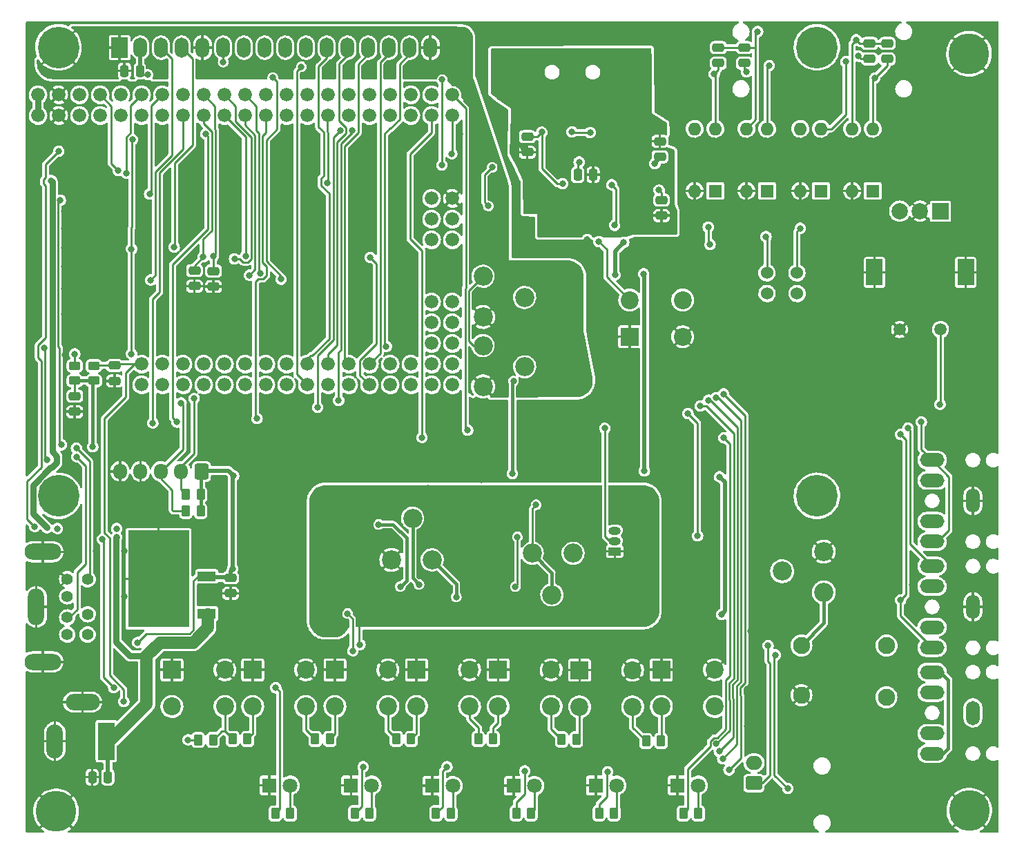
<source format=gbr>
%TF.GenerationSoftware,KiCad,Pcbnew,(6.0.11-0)*%
%TF.CreationDate,2023-05-23T17:58:12+02:00*%
%TF.ProjectId,Keyer_MEGA2560,4b657965-725f-44d4-9547-41323536302e,rev?*%
%TF.SameCoordinates,Original*%
%TF.FileFunction,Copper,L1,Top*%
%TF.FilePolarity,Positive*%
%FSLAX46Y46*%
G04 Gerber Fmt 4.6, Leading zero omitted, Abs format (unit mm)*
G04 Created by KiCad (PCBNEW (6.0.11-0)) date 2023-05-23 17:58:12*
%MOMM*%
%LPD*%
G01*
G04 APERTURE LIST*
G04 Aperture macros list*
%AMRoundRect*
0 Rectangle with rounded corners*
0 $1 Rounding radius*
0 $2 $3 $4 $5 $6 $7 $8 $9 X,Y pos of 4 corners*
0 Add a 4 corners polygon primitive as box body*
4,1,4,$2,$3,$4,$5,$6,$7,$8,$9,$2,$3,0*
0 Add four circle primitives for the rounded corners*
1,1,$1+$1,$2,$3*
1,1,$1+$1,$4,$5*
1,1,$1+$1,$6,$7*
1,1,$1+$1,$8,$9*
0 Add four rect primitives between the rounded corners*
20,1,$1+$1,$2,$3,$4,$5,0*
20,1,$1+$1,$4,$5,$6,$7,0*
20,1,$1+$1,$6,$7,$8,$9,0*
20,1,$1+$1,$8,$9,$2,$3,0*%
G04 Aperture macros list end*
%TA.AperFunction,SMDPad,CuDef*%
%ADD10RoundRect,0.250000X0.262500X0.450000X-0.262500X0.450000X-0.262500X-0.450000X0.262500X-0.450000X0*%
%TD*%
%TA.AperFunction,ComponentPad*%
%ADD11C,3.600000*%
%TD*%
%TA.AperFunction,ConnectorPad*%
%ADD12C,5.000000*%
%TD*%
%TA.AperFunction,ComponentPad*%
%ADD13R,2.200000X2.200000*%
%TD*%
%TA.AperFunction,ComponentPad*%
%ADD14C,2.200000*%
%TD*%
%TA.AperFunction,SMDPad,CuDef*%
%ADD15RoundRect,0.250000X-0.250000X-0.475000X0.250000X-0.475000X0.250000X0.475000X-0.250000X0.475000X0*%
%TD*%
%TA.AperFunction,SMDPad,CuDef*%
%ADD16RoundRect,0.250000X0.475000X-0.250000X0.475000X0.250000X-0.475000X0.250000X-0.475000X-0.250000X0*%
%TD*%
%TA.AperFunction,SMDPad,CuDef*%
%ADD17RoundRect,0.250000X-0.450000X0.262500X-0.450000X-0.262500X0.450000X-0.262500X0.450000X0.262500X0*%
%TD*%
%TA.AperFunction,SMDPad,CuDef*%
%ADD18RoundRect,0.250000X-0.475000X0.250000X-0.475000X-0.250000X0.475000X-0.250000X0.475000X0.250000X0*%
%TD*%
%TA.AperFunction,SMDPad,CuDef*%
%ADD19RoundRect,0.250000X-0.262500X-0.450000X0.262500X-0.450000X0.262500X0.450000X-0.262500X0.450000X0*%
%TD*%
%TA.AperFunction,ComponentPad*%
%ADD20R,1.800000X1.800000*%
%TD*%
%TA.AperFunction,ComponentPad*%
%ADD21C,1.800000*%
%TD*%
%TA.AperFunction,SMDPad,CuDef*%
%ADD22RoundRect,0.250000X0.250000X0.475000X-0.250000X0.475000X-0.250000X-0.475000X0.250000X-0.475000X0*%
%TD*%
%TA.AperFunction,ComponentPad*%
%ADD23R,2.000000X2.000000*%
%TD*%
%TA.AperFunction,ComponentPad*%
%ADD24C,2.000000*%
%TD*%
%TA.AperFunction,ComponentPad*%
%ADD25R,2.000000X3.200000*%
%TD*%
%TA.AperFunction,ComponentPad*%
%ADD26C,1.500000*%
%TD*%
%TA.AperFunction,ComponentPad*%
%ADD27R,2.000000X2.500000*%
%TD*%
%TA.AperFunction,ComponentPad*%
%ADD28O,1.700000X2.500000*%
%TD*%
%TA.AperFunction,ComponentPad*%
%ADD29C,5.100000*%
%TD*%
%TA.AperFunction,SMDPad,CuDef*%
%ADD30R,2.200000X1.200000*%
%TD*%
%TA.AperFunction,SMDPad,CuDef*%
%ADD31R,7.493000X11.811000*%
%TD*%
%TA.AperFunction,ComponentPad*%
%ADD32R,1.500000X1.000000*%
%TD*%
%TA.AperFunction,ComponentPad*%
%ADD33O,1.500000X1.000000*%
%TD*%
%TA.AperFunction,ComponentPad*%
%ADD34C,1.407160*%
%TD*%
%TA.AperFunction,ComponentPad*%
%ADD35O,2.000000X4.500000*%
%TD*%
%TA.AperFunction,ComponentPad*%
%ADD36O,4.500000X2.000000*%
%TD*%
%TA.AperFunction,ComponentPad*%
%ADD37R,1.600000X1.600000*%
%TD*%
%TA.AperFunction,ComponentPad*%
%ADD38O,1.600000X1.600000*%
%TD*%
%TA.AperFunction,ComponentPad*%
%ADD39R,2.000000X4.600000*%
%TD*%
%TA.AperFunction,ComponentPad*%
%ADD40O,2.000000X4.200000*%
%TD*%
%TA.AperFunction,ComponentPad*%
%ADD41O,4.200000X2.000000*%
%TD*%
%TA.AperFunction,ComponentPad*%
%ADD42RoundRect,0.250000X0.600000X0.725000X-0.600000X0.725000X-0.600000X-0.725000X0.600000X-0.725000X0*%
%TD*%
%TA.AperFunction,ComponentPad*%
%ADD43O,1.700000X1.950000*%
%TD*%
%TA.AperFunction,ComponentPad*%
%ADD44RoundRect,0.250000X0.750000X-0.600000X0.750000X0.600000X-0.750000X0.600000X-0.750000X-0.600000X0*%
%TD*%
%TA.AperFunction,ComponentPad*%
%ADD45O,2.000000X1.700000*%
%TD*%
%TA.AperFunction,ComponentPad*%
%ADD46C,2.340000*%
%TD*%
%TA.AperFunction,ComponentPad*%
%ADD47C,1.676400*%
%TD*%
%TA.AperFunction,ComponentPad*%
%ADD48C,2.098040*%
%TD*%
%TA.AperFunction,ComponentPad*%
%ADD49C,1.524000*%
%TD*%
%TA.AperFunction,ComponentPad*%
%ADD50O,1.700000X3.000000*%
%TD*%
%TA.AperFunction,ComponentPad*%
%ADD51O,3.000000X1.700000*%
%TD*%
%TA.AperFunction,ViaPad*%
%ADD52C,0.800000*%
%TD*%
%TA.AperFunction,Conductor*%
%ADD53C,0.250000*%
%TD*%
%TA.AperFunction,Conductor*%
%ADD54C,0.400000*%
%TD*%
%TA.AperFunction,Conductor*%
%ADD55C,0.500000*%
%TD*%
%TA.AperFunction,Conductor*%
%ADD56C,0.750000*%
%TD*%
%TA.AperFunction,Conductor*%
%ADD57C,1.500000*%
%TD*%
G04 APERTURE END LIST*
D10*
%TO.P,R33,1*%
%TO.N,Net-(D5-Pad2)*%
X258265300Y-171348400D03*
%TO.P,R33,2*%
%TO.N,OPT1*%
X256440300Y-171348400D03*
%TD*%
D11*
%TO.P,H2,1,1*%
%TO.N,GND*%
X291464160Y-78174000D03*
D12*
X291464160Y-78174000D03*
%TD*%
D13*
%TO.P,S4,1*%
%TO.N,GND*%
X223723200Y-153720800D03*
D14*
%TO.P,S4,2*%
X230223200Y-153720800D03*
%TO.P,S4,3*%
%TO.N,Net-(R7-Pad2)*%
X223723200Y-158220800D03*
%TO.P,S4,4*%
X230223200Y-158220800D03*
%TD*%
D15*
%TO.P,C11,1*%
%TO.N,GND*%
X183962000Y-166878000D03*
%TO.P,C11,2*%
%TO.N,+12V*%
X185862000Y-166878000D03*
%TD*%
D16*
%TO.P,C6,1*%
%TO.N,GND*%
X198831200Y-106715600D03*
%TO.P,C6,2*%
%TO.N,Net-(C6-Pad2)*%
X198831200Y-104815600D03*
%TD*%
D13*
%TO.P,S5,1*%
%TO.N,GND*%
X233730800Y-153720800D03*
D14*
%TO.P,S5,2*%
X240230800Y-153720800D03*
%TO.P,S5,3*%
%TO.N,Net-(R10-Pad1)*%
X233730800Y-158220800D03*
%TO.P,S5,4*%
X240230800Y-158220800D03*
%TD*%
D17*
%TO.P,R1,1*%
%TO.N,PULSADORES*%
X184150000Y-116435500D03*
%TO.P,R1,2*%
%TO.N,V5*%
X184150000Y-118260500D03*
%TD*%
D16*
%TO.P,C15,1*%
%TO.N,GND*%
X200914000Y-144333000D03*
%TO.P,C15,2*%
%TO.N,V5*%
X200914000Y-142433000D03*
%TD*%
D18*
%TO.P,C9,1*%
%TO.N,GNDD*%
X253561820Y-88900000D03*
%TO.P,C9,2*%
%TO.N,Net-(C9-Pad2)*%
X253561820Y-90800000D03*
%TD*%
D19*
%TO.P,R13,1*%
%TO.N,Net-(R10-Pad2)*%
X251868300Y-162458400D03*
%TO.P,R13,2*%
%TO.N,Net-(R13-Pad2)*%
X253693300Y-162458400D03*
%TD*%
D13*
%TO.P,S3,1*%
%TO.N,GND*%
X213714160Y-153724000D03*
D14*
%TO.P,S3,2*%
X220214160Y-153724000D03*
%TO.P,S3,3*%
%TO.N,Net-(R6-Pad2)*%
X213714160Y-158224000D03*
%TO.P,S3,4*%
X220214160Y-158224000D03*
%TD*%
D20*
%TO.P,D2,1,K*%
%TO.N,GND*%
X235661200Y-167944299D03*
D21*
%TO.P,D2,2,A*%
%TO.N,Net-(D2-Pad2)*%
X238201200Y-167944299D03*
%TD*%
D13*
%TO.P,S6,1*%
%TO.N,GND*%
X243714160Y-153756800D03*
D14*
%TO.P,S6,2*%
X250214160Y-153756800D03*
%TO.P,S6,3*%
%TO.N,Net-(R10-Pad2)*%
X243714160Y-158256800D03*
%TO.P,S6,4*%
X250214160Y-158256800D03*
%TD*%
D10*
%TO.P,R23,1*%
%TO.N,Net-(D3-Pad2)*%
X227932587Y-171323000D03*
%TO.P,R23,2*%
%TO.N,LED2*%
X226107587Y-171323000D03*
%TD*%
D13*
%TO.P,S8,1*%
%TO.N,GND*%
X253747200Y-153724000D03*
D14*
%TO.P,S8,2*%
X260247200Y-153724000D03*
%TO.P,S8,3*%
%TO.N,Net-(R13-Pad2)*%
X253747200Y-158224000D03*
%TO.P,S8,4*%
X260247200Y-158224000D03*
%TD*%
D10*
%TO.P,R22,1*%
%TO.N,Net-(D2-Pad2)*%
X237767500Y-171323000D03*
%TO.P,R22,2*%
%TO.N,LED3*%
X235942500Y-171323000D03*
%TD*%
D20*
%TO.P,D1,1,K*%
%TO.N,GND*%
X245714600Y-167894000D03*
D21*
%TO.P,D1,2,A*%
%TO.N,Net-(D1-Pad2)*%
X248254600Y-167894000D03*
%TD*%
D20*
%TO.P,D4,1,K*%
%TO.N,GND*%
X215682661Y-167894000D03*
D21*
%TO.P,D4,2,A*%
%TO.N,Net-(D4-Pad2)*%
X218222661Y-167894000D03*
%TD*%
D16*
%TO.P,C4,1*%
%TO.N,GNDD*%
X253765020Y-98013600D03*
%TO.P,C4,2*%
%TO.N,Net-(C4-Pad2)*%
X253765020Y-96113600D03*
%TD*%
D22*
%TO.P,C13,1*%
%TO.N,GNDD*%
X245383020Y-93014800D03*
%TO.P,C13,2*%
%TO.N,3V3_1*%
X243483020Y-93014800D03*
%TD*%
D19*
%TO.P,R2,1*%
%TO.N,PULSADORES*%
X196953500Y-162306000D03*
%TO.P,R2,2*%
%TO.N,Net-(R2-Pad2)*%
X198778500Y-162306000D03*
%TD*%
D23*
%TO.P,SW2,A,A*%
%TO.N,Net-(C6-Pad2)*%
X287964160Y-97474000D03*
D24*
%TO.P,SW2,B,B*%
%TO.N,Net-(C8-Pad2)*%
X282964160Y-97474000D03*
%TO.P,SW2,C,C*%
%TO.N,GND*%
X285464160Y-97474000D03*
D25*
%TO.P,SW2,MP,MP*%
X279864160Y-104974000D03*
X291064160Y-104974000D03*
D26*
%TO.P,SW2,S1,S1*%
%TO.N,PULSADORES*%
X287964160Y-111974000D03*
%TO.P,SW2,S2,S2*%
%TO.N,GND*%
X282964160Y-111974000D03*
%TD*%
D19*
%TO.P,R9,1*%
%TO.N,Net-(R7-Pad2)*%
X231294300Y-162204400D03*
%TO.P,R9,2*%
%TO.N,Net-(R10-Pad1)*%
X233119300Y-162204400D03*
%TD*%
D18*
%TO.P,C26,1*%
%TO.N,Net-(C24-Pad1)*%
X281432000Y-76901000D03*
%TO.P,C26,2*%
%TO.N,Net-(C26-Pad2)*%
X281432000Y-78801000D03*
%TD*%
D27*
%TO.P,DS1,1,VSS*%
%TO.N,GND1*%
X187314000Y-77421500D03*
D28*
%TO.P,DS1,2,VDD*%
%TO.N,Net-(C21-Pad1)*%
X189854000Y-77421500D03*
%TO.P,DS1,3,V0*%
%TO.N,Net-(DS1-Pad3)*%
X192394000Y-77421500D03*
%TO.P,DS1,4,RS*%
%TO.N,Net-(DS1-Pad4)*%
X194934000Y-77421500D03*
%TO.P,DS1,5,R/W*%
%TO.N,GND1*%
X197474000Y-77421500D03*
%TO.P,DS1,6,E*%
%TO.N,Net-(DS1-Pad6)*%
X200014000Y-77421500D03*
%TO.P,DS1,7,DB0*%
%TO.N,unconnected-(DS1-Pad7)*%
X202554000Y-77421500D03*
%TO.P,DS1,8,DB1*%
%TO.N,unconnected-(DS1-Pad8)*%
X205094000Y-77421500D03*
%TO.P,DS1,9,DB2*%
%TO.N,unconnected-(DS1-Pad9)*%
X207634000Y-77421500D03*
%TO.P,DS1,10,DB3*%
%TO.N,unconnected-(DS1-Pad10)*%
X210174000Y-77421500D03*
%TO.P,DS1,11,DB4*%
%TO.N,Net-(DS1-Pad11)*%
X212714000Y-77421500D03*
%TO.P,DS1,12,DB5*%
%TO.N,Net-(DS1-Pad12)*%
X215254000Y-77421500D03*
%TO.P,DS1,13,DB6*%
%TO.N,Net-(DS1-Pad13)*%
X217794000Y-77421500D03*
%TO.P,DS1,14,DB7*%
%TO.N,Net-(DS1-Pad14)*%
X220334000Y-77421500D03*
%TO.P,DS1,15,A*%
%TO.N,Net-(DS1-Pad15)*%
X222874000Y-77421500D03*
%TO.P,DS1,16,K*%
%TO.N,GND1*%
X225414000Y-77421500D03*
D29*
%TO.P,DS1,S1,SHIELD*%
X179814000Y-77381500D03*
%TO.P,DS1,S2,SHIELD*%
%TO.N,unconnected-(DS1-PadS2)*%
X272814000Y-77381500D03*
%TO.P,DS1,S3,SHIELD*%
%TO.N,unconnected-(DS1-PadS3)*%
X179814000Y-132381500D03*
%TO.P,DS1,S4,SHIELD*%
%TO.N,unconnected-(DS1-PadS4)*%
X272814000Y-132381500D03*
%TD*%
D30*
%TO.P,U2,1,VI*%
%TO.N,+12V*%
X198002000Y-146806000D03*
D31*
%TO.P,U2,2,GND*%
%TO.N,GND*%
X192087500Y-142557500D03*
D30*
%TO.P,U2,3,VO*%
%TO.N,V5*%
X198002000Y-142246000D03*
%TD*%
D19*
%TO.P,R7,1*%
%TO.N,Net-(R6-Pad2)*%
X221235900Y-162204400D03*
%TO.P,R7,2*%
%TO.N,Net-(R7-Pad2)*%
X223060900Y-162204400D03*
%TD*%
D18*
%TO.P,C23,1*%
%TO.N,Net-(C23-Pad1)*%
X263906000Y-77409000D03*
%TO.P,C23,2*%
%TO.N,Net-(C23-Pad2)*%
X263906000Y-79309000D03*
%TD*%
D13*
%TO.P,S1,1*%
%TO.N,GND*%
X193727000Y-153724000D03*
D14*
%TO.P,S1,2*%
X200227000Y-153724000D03*
%TO.P,S1,3*%
%TO.N,Net-(R2-Pad2)*%
X193727000Y-158224000D03*
%TO.P,S1,4*%
X200227000Y-158224000D03*
%TD*%
D16*
%TO.P,C37,1*%
%TO.N,GND*%
X181813200Y-122057200D03*
%TO.P,C37,2*%
%TO.N,V5*%
X181813200Y-120157200D03*
%TD*%
D20*
%TO.P,D3,1,K*%
%TO.N,GND*%
X225653600Y-167944299D03*
D21*
%TO.P,D3,2,A*%
%TO.N,Net-(D3-Pad2)*%
X228193600Y-167944299D03*
%TD*%
D19*
%TO.P,R6,1*%
%TO.N,Net-(R3-Pad2)*%
X211279100Y-162204400D03*
%TO.P,R6,2*%
%TO.N,Net-(R6-Pad2)*%
X213104100Y-162204400D03*
%TD*%
D10*
%TO.P,R24,1*%
%TO.N,Net-(D4-Pad2)*%
X217955500Y-171323000D03*
%TO.P,R24,2*%
%TO.N,LED1*%
X216130500Y-171323000D03*
%TD*%
D13*
%TO.P,S2,1*%
%TO.N,GND*%
X203633000Y-153724000D03*
D14*
%TO.P,S2,2*%
X210133000Y-153724000D03*
%TO.P,S2,3*%
%TO.N,Net-(R3-Pad2)*%
X203633000Y-158224000D03*
%TO.P,S2,4*%
X210133000Y-158224000D03*
%TD*%
D19*
%TO.P,R10,1*%
%TO.N,Net-(R10-Pad1)*%
X241505100Y-162255200D03*
%TO.P,R10,2*%
%TO.N,Net-(R10-Pad2)*%
X243330100Y-162255200D03*
%TD*%
D16*
%TO.P,C1,1*%
%TO.N,GND*%
X186690000Y-118298000D03*
%TO.P,C1,2*%
%TO.N,PULSADORES*%
X186690000Y-116398000D03*
%TD*%
D10*
%TO.P,R34,1*%
%TO.N,Net-(D6-Pad2)*%
X208227300Y-171348400D03*
%TO.P,R34,2*%
%TO.N,OPT2*%
X206402300Y-171348400D03*
%TD*%
D20*
%TO.P,D6,1,K*%
%TO.N,GND*%
X205684200Y-167894000D03*
D21*
%TO.P,D6,2,A*%
%TO.N,Net-(D6-Pad2)*%
X208224200Y-167894000D03*
%TD*%
D19*
%TO.P,R16,1*%
%TO.N,Net-(J6-Pad3)*%
X195429500Y-134239000D03*
%TO.P,R16,2*%
%TO.N,V5*%
X197254500Y-134239000D03*
%TD*%
%TO.P,R3,1*%
%TO.N,Net-(R2-Pad2)*%
X201169900Y-162204400D03*
%TO.P,R3,2*%
%TO.N,Net-(R3-Pad2)*%
X202994900Y-162204400D03*
%TD*%
D10*
%TO.P,R21,1*%
%TO.N,Net-(D1-Pad2)*%
X247927500Y-171323000D03*
%TO.P,R21,2*%
%TO.N,LED4*%
X246102500Y-171323000D03*
%TD*%
D17*
%TO.P,R14,1*%
%TO.N,Net-(C17-Pad1)*%
X181813200Y-116435500D03*
%TO.P,R14,2*%
%TO.N,V5*%
X181813200Y-118260500D03*
%TD*%
D11*
%TO.P,H1,1,1*%
%TO.N,GND*%
X291494160Y-170992800D03*
D12*
X291494160Y-170992800D03*
%TD*%
D18*
%TO.P,C25,1*%
%TO.N,Net-(C23-Pad1)*%
X260731000Y-77409000D03*
%TO.P,C25,2*%
%TO.N,Net-(C25-Pad2)*%
X260731000Y-79309000D03*
%TD*%
D19*
%TO.P,R15,1*%
%TO.N,Net-(J6-Pad2)*%
X195429500Y-132207000D03*
%TO.P,R15,2*%
%TO.N,V5*%
X197254500Y-132207000D03*
%TD*%
D11*
%TO.P,H3,1,1*%
%TO.N,GND*%
X179527200Y-171094400D03*
D12*
X179527200Y-171094400D03*
%TD*%
D15*
%TO.P,C22,1*%
%TO.N,GND1*%
X187899000Y-80264000D03*
%TO.P,C22,2*%
%TO.N,Net-(C21-Pad1)*%
X189799000Y-80264000D03*
%TD*%
D18*
%TO.P,C2,1*%
%TO.N,Net-(C10-Pad1)*%
X237305820Y-88335000D03*
%TO.P,C2,2*%
%TO.N,GNDD*%
X237305820Y-90235000D03*
%TD*%
D16*
%TO.P,C8,1*%
%TO.N,GND*%
X196494400Y-106664800D03*
%TO.P,C8,2*%
%TO.N,Net-(C8-Pad2)*%
X196494400Y-104764800D03*
%TD*%
D20*
%TO.P,D5,1,K*%
%TO.N,GND*%
X255722200Y-167894000D03*
D21*
%TO.P,D5,2,A*%
%TO.N,Net-(D5-Pad2)*%
X258262200Y-167894000D03*
%TD*%
D18*
%TO.P,C24,1*%
%TO.N,Net-(C24-Pad1)*%
X279273000Y-76901000D03*
%TO.P,C24,2*%
%TO.N,Net-(C24-Pad2)*%
X279273000Y-78801000D03*
%TD*%
D32*
%TO.P,Q1,1,S*%
%TO.N,GND2*%
X248031000Y-139192000D03*
D33*
%TO.P,Q1,2,G*%
%TO.N,AUDIO_OUT*%
X248031000Y-137922000D03*
%TO.P,Q1,3,D*%
%TO.N,Net-(Q1-Pad3)*%
X248031000Y-136652000D03*
%TD*%
D34*
%TO.P,J3,1*%
%TO.N,Net-(J3-Pad1)*%
X180889910Y-147297140D03*
%TO.P,J3,2*%
%TO.N,unconnected-(J3-Pad2)*%
X180889910Y-144701260D03*
%TO.P,J3,3*%
%TO.N,GND*%
X180889910Y-142600680D03*
%TO.P,J3,4*%
%TO.N,V5*%
X180889910Y-149397720D03*
%TO.P,J3,5*%
%TO.N,Net-(J3-Pad5)*%
X183389270Y-142600680D03*
%TO.P,J3,6*%
%TO.N,unconnected-(J3-Pad6)*%
X183389270Y-146898360D03*
%TO.P,J3,7*%
%TO.N,unconnected-(J3-Pad7)*%
X183389270Y-149397720D03*
D35*
%TO.P,J3,GND*%
%TO.N,GND*%
X177090070Y-145999200D03*
D36*
X177887630Y-152747980D03*
X177887630Y-139250420D03*
%TD*%
D37*
%TO.P,U6,1*%
%TO.N,Net-(R18-Pad1)*%
X273309000Y-94986000D03*
D38*
%TO.P,U6,2*%
%TO.N,GND*%
X270769000Y-94986000D03*
%TO.P,U6,3*%
%TO.N,Net-(C24-Pad1)*%
X270769000Y-87366000D03*
%TO.P,U6,4*%
%TO.N,Net-(C24-Pad2)*%
X273309000Y-87366000D03*
%TD*%
D39*
%TO.P,J2,1*%
%TO.N,+12V*%
X185674000Y-162474000D03*
D40*
%TO.P,J2,2*%
%TO.N,GND*%
X179374000Y-162474000D03*
D41*
%TO.P,J2,3*%
X182774000Y-157674000D03*
%TD*%
D13*
%TO.P,S7,1*%
%TO.N,GND*%
X249861000Y-112867000D03*
D14*
%TO.P,S7,2*%
X256361000Y-112867000D03*
%TO.P,S7,3*%
%TO.N,Net-(C17-Pad1)*%
X249861000Y-108367000D03*
%TO.P,S7,4*%
X256361000Y-108367000D03*
%TD*%
D42*
%TO.P,J6,1,Pin_1*%
%TO.N,V5*%
X197358000Y-129387600D03*
D43*
%TO.P,J6,2,Pin_2*%
%TO.N,Net-(J6-Pad2)*%
X194858000Y-129387600D03*
%TO.P,J6,3,Pin_3*%
%TO.N,Net-(J6-Pad3)*%
X192358000Y-129387600D03*
%TO.P,J6,4,Pin_4*%
%TO.N,GND*%
X189858000Y-129387600D03*
%TO.P,J6,5,Pin_5*%
X187358000Y-129387600D03*
%TD*%
D44*
%TO.P,J7,1,Pin_1*%
%TO.N,GND2*%
X265095000Y-167620000D03*
D45*
%TO.P,J7,2,Pin_2*%
%TO.N,Net-(J7-Pad2)*%
X265095000Y-165120000D03*
%TD*%
D46*
%TO.P,RV4,1,1*%
%TO.N,GND2*%
X220639000Y-140233500D03*
%TO.P,RV4,2,2*%
%TO.N,Net-(C34-Pad2)*%
X223239000Y-135133500D03*
%TO.P,RV4,3,3*%
%TO.N,Net-(C33-Pad2)*%
X225639000Y-140233500D03*
%TD*%
%TO.P,RV5,1,1*%
%TO.N,Net-(C28-Pad2)*%
X242911000Y-139420500D03*
%TO.P,RV5,2,2*%
%TO.N,Net-(R26-Pad2)*%
X240311000Y-144520500D03*
%TO.P,RV5,3,3*%
X237911000Y-139420500D03*
%TD*%
D37*
%TO.P,U4,1*%
%TO.N,Net-(R17-Pad1)*%
X266705000Y-94986000D03*
D38*
%TO.P,U4,2*%
%TO.N,GND*%
X264165000Y-94986000D03*
%TO.P,U4,3*%
%TO.N,Net-(C23-Pad1)*%
X264165000Y-87366000D03*
%TO.P,U4,4*%
%TO.N,Net-(C23-Pad2)*%
X266705000Y-87366000D03*
%TD*%
D46*
%TO.P,RV3,1,1*%
%TO.N,Net-(C21-Pad1)*%
X231876500Y-113959000D03*
%TO.P,RV3,2,2*%
%TO.N,Net-(DS1-Pad15)*%
X236976500Y-116559000D03*
%TO.P,RV3,3,3*%
%TO.N,GND1*%
X231876500Y-118959000D03*
%TD*%
D47*
%TO.P,U3,3V3_1,3V3*%
%TO.N,3V3_1*%
X184924760Y-83213500D03*
%TO.P,U3,3V3_2,3V3*%
%TO.N,unconnected-(U3-Pad3V3_2)*%
X184924760Y-85753500D03*
%TO.P,U3,5V_1,5V_SPI*%
%TO.N,unconnected-(U3-Pad5V_1)*%
X182384760Y-83213500D03*
%TO.P,U3,5V_2,5V*%
%TO.N,unconnected-(U3-Pad5V_2)*%
X182384760Y-85753500D03*
%TO.P,U3,5V_3,5V*%
%TO.N,unconnected-(U3-Pad5V_3)*%
X228104760Y-100993500D03*
%TO.P,U3,A0,A0*%
%TO.N,AUDIO_IN*%
X190004760Y-118773500D03*
%TO.P,U3,A1,A1*%
%TO.N,PULSADORES*%
X190004760Y-116233500D03*
%TO.P,U3,A2,A2*%
%TO.N,unconnected-(U3-PadA2)*%
X192544760Y-118773500D03*
%TO.P,U3,A3,A3*%
%TO.N,Net-(J3-Pad1)*%
X192544760Y-116233500D03*
%TO.P,U3,A4,A4*%
%TO.N,unconnected-(U3-PadA4)*%
X195084760Y-118773500D03*
%TO.P,U3,A5,A5*%
%TO.N,unconnected-(U3-PadA5)*%
X195084760Y-116233500D03*
%TO.P,U3,A6,A6*%
%TO.N,unconnected-(U3-PadA6)*%
X197624760Y-118773500D03*
%TO.P,U3,A7,A7*%
%TO.N,unconnected-(U3-PadA7)*%
X197624760Y-116233500D03*
%TO.P,U3,A8,A8*%
%TO.N,unconnected-(U3-PadA8)*%
X200164760Y-118773500D03*
%TO.P,U3,A9,A9*%
%TO.N,unconnected-(U3-PadA9)*%
X200164760Y-116233500D03*
%TO.P,U3,A10,A10*%
%TO.N,unconnected-(U3-PadA10)*%
X202704760Y-118773500D03*
%TO.P,U3,A11,A11*%
%TO.N,unconnected-(U3-PadA11)*%
X202704760Y-116233500D03*
%TO.P,U3,A12,A12*%
%TO.N,unconnected-(U3-PadA12)*%
X205244760Y-118773500D03*
%TO.P,U3,A13,A13*%
%TO.N,unconnected-(U3-PadA13)*%
X205244760Y-116233500D03*
%TO.P,U3,A14,A14*%
%TO.N,unconnected-(U3-PadA14)*%
X207784760Y-118773500D03*
%TO.P,U3,A15,A15*%
%TO.N,unconnected-(U3-PadA15)*%
X207784760Y-116233500D03*
%TO.P,U3,AREF,AREF*%
%TO.N,unconnected-(U3-PadAREF)*%
X187464760Y-85753500D03*
%TO.P,U3,D2,D2_PWM_INT-4*%
%TO.N,unconnected-(U3-PadD2)*%
X192544760Y-85753500D03*
%TO.P,U3,D3,D3_PWM_INT-5*%
%TO.N,Net-(J3-Pad5)*%
X192544760Y-83213500D03*
%TO.P,U3,D4,D4_PWM*%
%TO.N,Net-(C3-Pad2)*%
X195084760Y-85753500D03*
%TO.P,U3,D5,D5_PWM*%
%TO.N,Net-(C5-Pad2)*%
X195084760Y-83213500D03*
%TO.P,U3,D6,D6_PWM*%
%TO.N,Net-(C8-Pad2)*%
X197624760Y-85753500D03*
%TO.P,U3,D7,D7_PWM*%
%TO.N,Net-(C6-Pad2)*%
X197624760Y-83213500D03*
%TO.P,U3,D8,D8_PWM*%
%TO.N,KEY_1*%
X200164760Y-85753500D03*
%TO.P,U3,D9,D9_PWM*%
%TO.N,KEY_2*%
X200164760Y-83213500D03*
%TO.P,U3,D10,D10_PWM*%
%TO.N,PTT_1*%
X202704760Y-85753500D03*
%TO.P,U3,D11,D11_PWM*%
%TO.N,PTT_2*%
X202704760Y-83213500D03*
%TO.P,U3,D12,D12_PWM*%
%TO.N,Net-(J4-Pad3)*%
X205244760Y-85753500D03*
%TO.P,U3,D13,D13_PWM*%
%TO.N,unconnected-(U3-PadD13)*%
X205244760Y-83213500D03*
%TO.P,U3,D14,D14_(TX3)*%
%TO.N,unconnected-(U3-PadD14)*%
X207784760Y-85753500D03*
%TO.P,U3,D15,D15_(RX3)*%
%TO.N,unconnected-(U3-PadD15)*%
X207784760Y-83213500D03*
%TO.P,U3,D16,D16_(TX2)*%
%TO.N,unconnected-(U3-PadD16)*%
X210324760Y-85753500D03*
%TO.P,U3,D17,D17_(RX2)*%
%TO.N,unconnected-(U3-PadD17)*%
X210324760Y-83213500D03*
%TO.P,U3,D18,D18_(TX1)_INT-3*%
%TO.N,Net-(JP2-Pad1)*%
X212864760Y-85753500D03*
%TO.P,U3,D19,D19_(RX1)_INT-2*%
%TO.N,Net-(JP3-Pad1)*%
X212864760Y-83213500D03*
%TO.P,U3,D20,D20_INT-1*%
%TO.N,Net-(J6-Pad3)*%
X215404760Y-85753500D03*
%TO.P,U3,D21,D21_INT-0*%
%TO.N,Net-(J6-Pad2)*%
X215404760Y-83213500D03*
%TO.P,U3,D22,D22*%
%TO.N,unconnected-(U3-PadD22)*%
X217944760Y-85753500D03*
%TO.P,U3,D23,D23*%
%TO.N,unconnected-(U3-PadD23)*%
X217944760Y-83213500D03*
%TO.P,U3,D24,D24*%
%TO.N,unconnected-(U3-PadD24)*%
X220484760Y-85753500D03*
%TO.P,U3,D25,D25*%
%TO.N,unconnected-(U3-PadD25)*%
X220484760Y-83213500D03*
%TO.P,U3,D26,D26*%
%TO.N,unconnected-(U3-PadD26)*%
X223024760Y-85753500D03*
%TO.P,U3,D27,D27*%
%TO.N,unconnected-(U3-PadD27)*%
X223024760Y-83213500D03*
%TO.P,U3,D28,D28*%
%TO.N,OPT1*%
X225564760Y-85753500D03*
%TO.P,U3,D29,D29*%
%TO.N,unconnected-(U3-PadD29)*%
X225564760Y-83213500D03*
%TO.P,U3,D30,D30*%
%TO.N,OPT2*%
X228104760Y-85753500D03*
%TO.P,U3,D31,D31*%
%TO.N,AUDIO_OUT*%
X228104760Y-83213500D03*
%TO.P,U3,D32,D32*%
%TO.N,Net-(DS1-Pad6)*%
X210324760Y-118773500D03*
%TO.P,U3,D33,D33*%
%TO.N,Net-(DS1-Pad11)*%
X210324760Y-116233500D03*
%TO.P,U3,D34,D34*%
%TO.N,unconnected-(U3-PadD34)*%
X212864760Y-118773500D03*
%TO.P,U3,D35,D35*%
%TO.N,Net-(DS1-Pad12)*%
X212864760Y-116233500D03*
%TO.P,U3,D36,D36*%
%TO.N,unconnected-(U3-PadD36)*%
X215404760Y-118773500D03*
%TO.P,U3,D37,D37*%
%TO.N,Net-(DS1-Pad13)*%
X215404760Y-116233500D03*
%TO.P,U3,D38,D38*%
%TO.N,Net-(DS1-Pad4)*%
X217944760Y-118773500D03*
%TO.P,U3,D39,D39*%
%TO.N,Net-(DS1-Pad14)*%
X217944760Y-116233500D03*
%TO.P,U3,D40,D40*%
%TO.N,LED1*%
X220484760Y-118773500D03*
%TO.P,U3,D41,D41*%
%TO.N,LED2*%
X220484760Y-116233500D03*
%TO.P,U3,D42,D42*%
%TO.N,LED3*%
X223024760Y-118773500D03*
%TO.P,U3,D43,D43*%
%TO.N,LED4*%
X223024760Y-116233500D03*
%TO.P,U3,D44,D44-PWM*%
%TO.N,unconnected-(U3-PadD44)*%
X225564760Y-118773500D03*
%TO.P,U3,D45,D45-PWM*%
%TO.N,unconnected-(U3-PadD45)*%
X225564760Y-116233500D03*
%TO.P,U3,D46,D46_PWM*%
%TO.N,unconnected-(U3-PadD46)*%
X228104760Y-118773500D03*
%TO.P,U3,D47,D47*%
%TO.N,unconnected-(U3-PadD47)*%
X228104760Y-116233500D03*
%TO.P,U3,D48,D48*%
%TO.N,unconnected-(U3-PadD48)*%
X228104760Y-113693500D03*
%TO.P,U3,D49,D49*%
%TO.N,unconnected-(U3-PadD49)*%
X225564760Y-113693500D03*
%TO.P,U3,D50,D50*%
%TO.N,unconnected-(U3-PadD50)*%
X228104760Y-111153500D03*
%TO.P,U3,D51,D51*%
%TO.N,unconnected-(U3-PadD51)*%
X225564760Y-111153500D03*
%TO.P,U3,D52,D52*%
%TO.N,unconnected-(U3-PadD52)*%
X228104760Y-108613500D03*
%TO.P,U3,D53,D53*%
%TO.N,unconnected-(U3-PadD53)*%
X225564760Y-108613500D03*
%TO.P,U3,GND_1,GND*%
%TO.N,GND*%
X179844760Y-83213500D03*
%TO.P,U3,GND_2,GND*%
X179844760Y-85753500D03*
%TO.P,U3,GND_3,GND*%
X228104760Y-95913500D03*
%TO.P,U3,MISO,MISO_SPI*%
%TO.N,unconnected-(U3-PadMISO)*%
X225564760Y-100993500D03*
%TO.P,U3,MOSI,MOSI_SPI*%
%TO.N,unconnected-(U3-PadMOSI)*%
X228104760Y-98453500D03*
%TO.P,U3,RESET,RESET*%
%TO.N,Net-(C17-Pad1)*%
X187464760Y-83213500D03*
%TO.P,U3,RST,RST_SPI*%
%TO.N,unconnected-(U3-PadRST)*%
X225564760Y-95913500D03*
%TO.P,U3,RX,RX_(D0)*%
%TO.N,Net-(JP3-Pad3)*%
X190004760Y-85753500D03*
%TO.P,U3,SCK,SCK-SPI*%
%TO.N,unconnected-(U3-PadSCK)*%
X225564760Y-98453500D03*
%TO.P,U3,TX,TX_(D1)*%
%TO.N,Net-(JP2-Pad3)*%
X190004760Y-83213500D03*
%TO.P,U3,VIN_1,VIN*%
%TO.N,+12V*%
X177304760Y-83213500D03*
%TO.P,U3,VIN_2,VIN*%
X177304760Y-85753500D03*
%TD*%
D37*
%TO.P,U5,1*%
%TO.N,Net-(R19-Pad1)*%
X260355000Y-94986000D03*
D38*
%TO.P,U5,2*%
%TO.N,GND*%
X257815000Y-94986000D03*
%TO.P,U5,3*%
%TO.N,Net-(C23-Pad1)*%
X257815000Y-87366000D03*
%TO.P,U5,4*%
%TO.N,Net-(C25-Pad2)*%
X260355000Y-87366000D03*
%TD*%
D48*
%TO.P,T1,1,AA*%
%TO.N,Net-(J12-Pad3)*%
X281345640Y-150723600D03*
%TO.P,T1,2,AB*%
%TO.N,Net-(J12-Pad1)*%
X281330400Y-157073600D03*
%TO.P,T1,3,SA*%
%TO.N,GND*%
X270916400Y-156819600D03*
%TO.P,T1,4,SB*%
%TO.N,Net-(RV1-Pad1)*%
X270916400Y-150723600D03*
%TD*%
D49*
%TO.P,J14,1,1*%
%TO.N,PTT_2*%
X270383000Y-107569000D03*
%TO.P,J14,2,2*%
%TO.N,Net-(J14-Pad2)*%
X270363000Y-105029000D03*
%TD*%
%TO.P,J13,1,1*%
%TO.N,PTT_1*%
X266700000Y-107569000D03*
%TO.P,J13,2,2*%
%TO.N,Net-(J13-Pad2)*%
X266680000Y-105029000D03*
%TD*%
D37*
%TO.P,U7,1*%
%TO.N,Net-(R20-Pad1)*%
X279659000Y-94986000D03*
D38*
%TO.P,U7,2*%
%TO.N,GND*%
X277119000Y-94986000D03*
%TO.P,U7,3*%
%TO.N,Net-(C24-Pad1)*%
X277119000Y-87366000D03*
%TO.P,U7,4*%
%TO.N,Net-(C26-Pad2)*%
X279659000Y-87366000D03*
%TD*%
D46*
%TO.P,RV2,1,1*%
%TO.N,Net-(C21-Pad1)*%
X231876500Y-105450000D03*
%TO.P,RV2,2,2*%
%TO.N,Net-(DS1-Pad3)*%
X236976500Y-108050000D03*
%TO.P,RV2,3,3*%
%TO.N,GND1*%
X231876500Y-110450000D03*
%TD*%
D50*
%TO.P,J12,1,GND*%
%TO.N,Net-(J12-Pad1)*%
X291938710Y-159004000D03*
D51*
%TO.P,J12,3*%
%TO.N,Net-(J12-Pad3)*%
X286939990Y-154005280D03*
%TO.P,J12,4*%
X286939990Y-164002720D03*
%TO.P,J12,5*%
%TO.N,unconnected-(J12-Pad5)*%
X286939990Y-161503360D03*
%TO.P,J12,6*%
%TO.N,unconnected-(J12-Pad6)*%
X286939990Y-156504640D03*
%TD*%
D50*
%TO.P,J5,1,GND*%
%TO.N,GND*%
X291947600Y-145999200D03*
D51*
%TO.P,J5,3*%
%TO.N,Net-(C5-Pad2)*%
X286948880Y-141000480D03*
%TO.P,J5,4*%
%TO.N,Net-(C3-Pad2)*%
X286948880Y-150997920D03*
%TO.P,J5,5*%
%TO.N,unconnected-(J5-Pad5)*%
X286948880Y-148498560D03*
%TO.P,J5,6*%
%TO.N,unconnected-(J5-Pad6)*%
X286948880Y-143499840D03*
%TD*%
D50*
%TO.P,J4,1,GND*%
%TO.N,GND*%
X291938710Y-132994400D03*
D51*
%TO.P,J4,3*%
%TO.N,Net-(J4-Pad3)*%
X286939990Y-127995680D03*
%TO.P,J4,4*%
X286939990Y-137993120D03*
%TO.P,J4,5*%
%TO.N,unconnected-(J4-Pad5)*%
X286939990Y-135493760D03*
%TO.P,J4,6*%
%TO.N,unconnected-(J4-Pad6)*%
X286939990Y-130495040D03*
%TD*%
D46*
%TO.P,RV1,1,1*%
%TO.N,Net-(RV1-Pad1)*%
X273659700Y-144232000D03*
%TO.P,RV1,2,2*%
%TO.N,Net-(C12-Pad2)*%
X268559700Y-141632000D03*
%TO.P,RV1,3,3*%
%TO.N,GND*%
X273659700Y-139232000D03*
%TD*%
D52*
%TO.N,GND*%
X264312400Y-84277200D03*
X180494001Y-104292400D03*
X255651000Y-84709000D03*
X193675000Y-145796000D03*
X182219600Y-94030800D03*
X255828800Y-118516400D03*
X193675000Y-143383000D03*
X243941600Y-167132000D03*
X194868800Y-105054400D03*
X191973200Y-163068000D03*
X255651000Y-80137000D03*
X256844800Y-134112000D03*
X222961200Y-113639600D03*
X255651000Y-77851000D03*
X211124800Y-150926800D03*
X263448800Y-101244400D03*
X223926400Y-95656400D03*
X215950800Y-101092000D03*
X266141200Y-143764000D03*
X189103000Y-142240000D03*
X253034800Y-112826800D03*
X220827600Y-121005600D03*
X232460800Y-75946000D03*
X201117200Y-105308400D03*
X194691000Y-145796000D03*
X194665600Y-139141200D03*
X255016000Y-128879600D03*
X187756800Y-108407200D03*
X191389000Y-146939000D03*
X176428400Y-99618800D03*
X257962400Y-98907600D03*
X181660800Y-129184400D03*
X250596400Y-101041200D03*
X180594000Y-112623600D03*
X190220600Y-140411200D03*
X190220600Y-137998200D03*
X293674800Y-104597200D03*
X264261600Y-160680400D03*
X245668800Y-128219200D03*
X256895600Y-145542000D03*
X192074800Y-135890000D03*
X192684400Y-112776000D03*
X250291600Y-163220400D03*
X220878400Y-125882400D03*
X190144400Y-91846400D03*
X264271675Y-156058884D03*
X184556400Y-129235200D03*
X244652800Y-100939600D03*
X195783200Y-98755200D03*
X219252800Y-165252400D03*
X265226800Y-121208800D03*
X238252000Y-130352800D03*
X186436000Y-135128000D03*
X229006400Y-87985600D03*
X195748608Y-100523745D03*
X180494001Y-110134400D03*
X189941200Y-100990400D03*
X275285200Y-83362800D03*
X189103000Y-143383000D03*
X211480400Y-98501200D03*
X234340400Y-89509600D03*
X293624000Y-84988400D03*
X181813200Y-123444000D03*
X192938400Y-108458000D03*
X191389000Y-142240000D03*
X273253200Y-101193600D03*
X282905200Y-153822400D03*
X204825600Y-128574800D03*
X264922000Y-138480800D03*
X210413600Y-88087200D03*
X192506600Y-139141200D03*
X210007200Y-113995200D03*
X223113600Y-108051600D03*
X250139200Y-167132000D03*
X206349600Y-100533200D03*
X289001200Y-74930000D03*
X201041000Y-168148000D03*
X194691000Y-146939000D03*
X269290800Y-75133200D03*
X277977600Y-74879200D03*
X176326800Y-128066800D03*
X211582000Y-108051600D03*
X182168800Y-138226800D03*
X255828800Y-126187200D03*
X191363600Y-137998200D03*
X187452000Y-112572800D03*
X256743200Y-138582400D03*
X176326800Y-123545600D03*
X267766800Y-81635600D03*
X187858400Y-144729200D03*
X197561200Y-123901200D03*
X218033600Y-98196400D03*
X195732400Y-91998800D03*
X189077600Y-139141200D03*
X189941200Y-97180400D03*
X220878400Y-91490800D03*
X190246000Y-144653000D03*
X176428400Y-94945200D03*
X278257000Y-121158000D03*
X192532000Y-144653000D03*
X176580800Y-112674400D03*
X182219600Y-96621600D03*
X282041600Y-132537200D03*
X192836800Y-87426800D03*
X189077600Y-137998200D03*
X190246000Y-145796000D03*
X189103000Y-144653000D03*
X254965200Y-131013200D03*
X251510800Y-75844400D03*
X282143200Y-83312000D03*
X201117200Y-100380800D03*
X246761000Y-153543000D03*
X176428400Y-110134400D03*
X216255600Y-114249200D03*
X190246000Y-108458000D03*
X201015600Y-88392000D03*
X284378400Y-156616400D03*
X206400400Y-91948000D03*
X194691000Y-143383000D03*
X192532000Y-146939000D03*
X191363600Y-140411200D03*
X237185200Y-100787200D03*
X187706000Y-97231200D03*
X220878400Y-98247200D03*
X184759600Y-92202000D03*
X202742800Y-137210800D03*
X204978000Y-113944400D03*
X261772400Y-105765600D03*
X279196800Y-97129600D03*
X202996800Y-114046000D03*
X193675000Y-142240000D03*
X187918500Y-139139781D03*
X229514400Y-163169600D03*
X191389000Y-144653000D03*
X252780800Y-106273600D03*
X259537200Y-134162800D03*
X260197600Y-150368000D03*
X216204800Y-121056400D03*
X192024000Y-161290000D03*
X258622800Y-163169600D03*
X194919600Y-112725200D03*
X250444000Y-106273600D03*
X209600800Y-130759200D03*
X265023600Y-127965200D03*
X192532000Y-143383000D03*
X194691000Y-142240000D03*
X223062800Y-87985600D03*
X220167200Y-150469600D03*
X268681200Y-160680400D03*
X260654800Y-160680400D03*
X194919600Y-108407200D03*
X192506600Y-137998200D03*
X176428400Y-104190800D03*
X185724800Y-120954800D03*
X190220600Y-139141200D03*
X235356400Y-92608400D03*
X218033600Y-95554800D03*
X268732000Y-155956000D03*
X244602000Y-163220400D03*
X180494001Y-102006400D03*
X201117200Y-92049600D03*
X201980800Y-123901200D03*
X180494001Y-106934000D03*
X193675000Y-144653000D03*
X237998000Y-75844400D03*
X192532000Y-142240000D03*
X284378400Y-159308800D03*
X259791200Y-167081200D03*
X293674800Y-99618800D03*
X259689600Y-128930400D03*
X222870111Y-102297900D03*
X229514400Y-165709600D03*
X255651000Y-82423000D03*
X192506600Y-140411200D03*
X216408000Y-108000800D03*
X224942400Y-91592400D03*
X206806800Y-88442800D03*
X190093600Y-112725200D03*
X200914000Y-145669000D03*
X293674800Y-88798400D03*
X255651000Y-75819000D03*
X255270000Y-163169600D03*
X285191200Y-132588000D03*
X220776800Y-130352800D03*
X283768800Y-151587200D03*
X233299000Y-86233000D03*
X253796800Y-167081200D03*
X216154000Y-125831600D03*
X220827600Y-128168400D03*
X190246000Y-142240000D03*
X250291600Y-126187200D03*
X194691000Y-144653000D03*
X259689600Y-131013200D03*
X191389000Y-143383000D03*
X210464400Y-91440000D03*
X273253200Y-105003600D03*
X204825600Y-131419600D03*
X194868800Y-107035600D03*
X278180800Y-125018800D03*
X293674800Y-95656400D03*
X187452000Y-115163600D03*
X261162800Y-127711200D03*
X184251600Y-144678400D03*
X193649600Y-140411200D03*
X238252000Y-128219200D03*
X187858400Y-152958800D03*
X211480400Y-101041200D03*
X190246000Y-143383000D03*
X293674800Y-117297200D03*
X293674800Y-110388400D03*
X191363600Y-139141200D03*
X187756800Y-100990400D03*
X207924400Y-160274000D03*
X191871600Y-125374400D03*
X269087600Y-84277200D03*
X184404000Y-139141200D03*
X218135200Y-91440000D03*
X202742800Y-125882400D03*
X196596000Y-138887200D03*
X260235100Y-155716550D03*
X293674800Y-92405200D03*
X192532000Y-145796000D03*
X266141200Y-146202400D03*
X206298800Y-94792800D03*
X289153600Y-83362800D03*
X182168800Y-135128000D03*
X264972800Y-134162800D03*
X193649600Y-137998200D03*
X180494001Y-97485200D03*
X201676000Y-149352000D03*
X194665600Y-137998200D03*
X193675000Y-146939000D03*
X286308800Y-121158000D03*
X262382000Y-81330800D03*
X205740000Y-160274000D03*
X226949000Y-153670000D03*
X199644000Y-137160000D03*
X205079600Y-108000800D03*
X257810000Y-105791000D03*
X180494001Y-99618800D03*
X286910788Y-123167738D03*
X247802400Y-128219200D03*
X265074400Y-124968000D03*
X243941600Y-75844400D03*
X194665600Y-140411200D03*
X201117200Y-98704400D03*
X219252800Y-163068000D03*
X289179000Y-117348000D03*
X220878400Y-108000800D03*
X176428400Y-101904800D03*
X176377600Y-106984800D03*
X231698800Y-130403600D03*
X267614400Y-168757600D03*
X189103000Y-146939000D03*
X284493300Y-143306800D03*
X210413600Y-94792800D03*
X264709003Y-148971000D03*
X245618000Y-130352800D03*
X187706000Y-94437200D03*
X192735200Y-123139200D03*
X201117200Y-94894400D03*
X190246000Y-146939000D03*
X278079200Y-83362800D03*
X220878400Y-95504000D03*
X231698800Y-128219200D03*
X257810000Y-100584000D03*
X268579600Y-101854000D03*
X187147200Y-122428000D03*
X250342400Y-118414800D03*
X190144400Y-89001600D03*
X260045200Y-137160000D03*
X226974400Y-150469600D03*
X193649600Y-139141200D03*
X195783200Y-94945200D03*
X191389000Y-145796000D03*
X224688400Y-165049200D03*
X182626000Y-167005000D03*
X209600800Y-128168400D03*
X189077600Y-140411200D03*
X246761000Y-150418800D03*
X278485600Y-169113200D03*
X275996400Y-143002000D03*
X205994000Y-149352000D03*
X245973600Y-105308400D03*
X189103000Y-145796000D03*
X180635201Y-115127706D03*
X276555200Y-153873200D03*
X184708800Y-96672400D03*
X259080000Y-79044800D03*
X202895200Y-108000800D03*
X286639000Y-117348000D03*
X224739200Y-163169600D03*
X206349600Y-98602800D03*
X246761000Y-118110000D03*
%TO.N,V5*%
X260858000Y-130048000D03*
X261112000Y-146939000D03*
X201295000Y-129921000D03*
X201168000Y-141351000D03*
X251561600Y-105156000D03*
X248056400Y-105257600D03*
X235610400Y-118313200D03*
X184023000Y-126365000D03*
X235470700Y-129654300D03*
X251663200Y-129336800D03*
X249123200Y-101295200D03*
X189534800Y-150368000D03*
%TO.N,PULSADORES*%
X187833000Y-157607000D03*
X195707000Y-162306000D03*
X287909000Y-121158000D03*
%TO.N,Net-(C3-Pad2)*%
X283083000Y-145161000D03*
X191389000Y-123444000D03*
X283083000Y-124841000D03*
%TO.N,+12V*%
X178409600Y-136296400D03*
X186944000Y-137464800D03*
X186944000Y-136398000D03*
X179679600Y-136398000D03*
X178943000Y-93726000D03*
%TO.N,Net-(J4-Pad3)*%
X285623000Y-123317000D03*
X204160783Y-122896894D03*
%TO.N,Net-(C4-Pad2)*%
X253460220Y-94894400D03*
%TO.N,GNDD*%
X236855000Y-89662000D03*
X253460220Y-87680800D03*
X235426220Y-78028800D03*
X242671600Y-97282000D03*
X246481600Y-97332800D03*
X249650220Y-78028800D03*
X248939020Y-90068400D03*
X245414800Y-91389200D03*
X246583200Y-93116400D03*
X236982000Y-92329000D03*
X248939020Y-87528400D03*
X235273820Y-83820000D03*
X249701020Y-85039200D03*
X237559820Y-94615000D03*
X253492000Y-99568000D03*
X239185420Y-96570800D03*
%TO.N,GND1*%
X234340400Y-113080800D03*
X220522800Y-80264000D03*
X236677200Y-119176800D03*
X223062800Y-75387200D03*
X230022400Y-79705200D03*
X207822800Y-80480500D03*
X234751705Y-105897493D03*
X212902800Y-80365600D03*
X202590400Y-80480500D03*
X185674000Y-79756000D03*
X244094000Y-118110000D03*
X207822800Y-75539600D03*
X215544400Y-80314800D03*
X234492800Y-98856800D03*
X231546400Y-87680800D03*
X234340400Y-119126000D03*
X240284000Y-106629200D03*
X230987600Y-100787200D03*
X217982800Y-80314800D03*
X239064800Y-115112800D03*
X241554000Y-119126000D03*
X234437701Y-100715299D03*
X223164400Y-80264000D03*
X234238800Y-115011200D03*
X234543600Y-109118400D03*
X233019600Y-93726000D03*
X234543600Y-110794800D03*
X202590400Y-75488800D03*
X197866000Y-79756000D03*
X236474000Y-110794800D03*
X210820000Y-80467200D03*
%TO.N,3V3_1*%
X243655820Y-91440000D03*
X187154532Y-92474819D03*
%TO.N,Net-(C17-Pad1)*%
X188772800Y-102108000D03*
X181813200Y-114973700D03*
X188772800Y-114973700D03*
X246075200Y-101193600D03*
X188874400Y-88696800D03*
%TO.N,Net-(C5-Pad2)*%
X197866000Y-87985600D03*
X194347500Y-123329100D03*
X283972000Y-124079000D03*
%TO.N,Net-(C21-Pad1)*%
X190804800Y-80721200D03*
X206095600Y-81076800D03*
X207104118Y-105817517D03*
%TO.N,Net-(C23-Pad2)*%
X264160000Y-80391000D03*
X266954000Y-79629000D03*
%TO.N,Net-(C24-Pad2)*%
X276352000Y-79121000D03*
X277906000Y-78456000D03*
%TO.N,Net-(C25-Pad2)*%
X260223000Y-80645000D03*
%TO.N,Net-(C26-Pad2)*%
X279908000Y-81153000D03*
%TO.N,Net-(C29-Pad2)*%
X235839000Y-143510000D03*
X236093000Y-137414000D03*
%TO.N,Net-(C6-Pad2)*%
X198793700Y-102984900D03*
%TO.N,Net-(C33-Pad2)*%
X228600000Y-144780000D03*
%TO.N,Net-(C34-Pad1)*%
X219075000Y-135890000D03*
X221742000Y-143510000D03*
%TO.N,Net-(C34-Pad2)*%
X224028000Y-143256000D03*
%TO.N,Net-(C8-Pad2)*%
X197561200Y-103073200D03*
%TO.N,Net-(C36-Pad2)*%
X269240000Y-168275000D03*
X215265000Y-146812000D03*
X267716000Y-151892000D03*
X215900000Y-151384000D03*
%TO.N,Net-(DS1-Pad3)*%
X191109600Y-105918000D03*
%TO.N,Net-(DS1-Pad4)*%
X218033660Y-103137300D03*
X194007551Y-101864949D03*
%TO.N,Net-(DS1-Pad6)*%
X200014000Y-79182800D03*
X209600800Y-79756000D03*
%TO.N,Net-(C9-Pad2)*%
X252952220Y-91643200D03*
%TO.N,Net-(C10-Pad1)*%
X247650000Y-94234000D03*
X248005600Y-99212400D03*
X239083820Y-87782400D03*
X241623820Y-94107000D03*
%TO.N,Net-(DS1-Pad15)*%
X220014800Y-114046000D03*
%TO.N,Net-(J1-Pad2)*%
X242792220Y-87731600D03*
X245002406Y-87822156D03*
%TO.N,Net-(J3-Pad1)*%
X178422900Y-127966019D03*
X182044890Y-127595890D03*
X178067300Y-114249200D03*
%TO.N,Net-(J3-Pad5)*%
X180044500Y-96113600D03*
X182016400Y-126542800D03*
X190994700Y-95351600D03*
X180185700Y-126121897D03*
%TO.N,Net-(C23-Pad1)*%
X265557000Y-75438000D03*
%TO.N,Net-(J6-Pad2)*%
X214175700Y-120687500D03*
X215825000Y-87560605D03*
X196448997Y-120464296D03*
%TO.N,Net-(J6-Pad3)*%
X211582000Y-121526900D03*
X214376000Y-87579200D03*
X194845040Y-120992700D03*
%TO.N,Net-(C24-Pad1)*%
X277622000Y-76454000D03*
%TO.N,AUDIO_OUT*%
X246814117Y-124098799D03*
X229997000Y-124333205D03*
%TO.N,PTT_1*%
X203231447Y-105332902D03*
%TO.N,PTT_2*%
X204603983Y-105095403D03*
%TO.N,KEY_1*%
X259486400Y-99415600D03*
X202747090Y-102984900D03*
X259715000Y-101558997D03*
%TO.N,KEY_2*%
X201402801Y-103330997D03*
%TO.N,LED4*%
X262037540Y-166009293D03*
X261366000Y-119888000D03*
X247142000Y-166215502D03*
%TO.N,LED3*%
X261264736Y-164629500D03*
X236982000Y-166116000D03*
X260461475Y-120335948D03*
%TO.N,LED2*%
X227457000Y-165608000D03*
X260843816Y-163722951D03*
X259511117Y-120645501D03*
%TO.N,LED1*%
X260486594Y-162789465D03*
X258505016Y-121351516D03*
X217170000Y-165608000D03*
%TO.N,GND2*%
X216535000Y-141986000D03*
X251714000Y-139547600D03*
X233045000Y-141605000D03*
X248031000Y-140843000D03*
X228219000Y-139319000D03*
X234823000Y-137541000D03*
X266827000Y-150749000D03*
X225044000Y-133477000D03*
X213360000Y-147523200D03*
X216662000Y-147955000D03*
X216789000Y-150622000D03*
X218821000Y-141986000D03*
X225171000Y-131445000D03*
X233045000Y-137668000D03*
%TO.N,AUDIO_IN*%
X258191000Y-137287000D03*
X256997200Y-122275600D03*
%TO.N,Net-(JP2-Pad2)*%
X232511600Y-96824800D03*
X232994200Y-92094799D03*
%TO.N,Net-(JP2-Pad1)*%
X212767399Y-94039201D03*
%TO.N,Net-(JP2-Pad3)*%
X188099100Y-92801618D03*
%TO.N,Net-(JP3-Pad1)*%
X226822000Y-91821000D03*
X226872800Y-81330800D03*
%TO.N,Net-(R26-Pad2)*%
X238379000Y-133477000D03*
%TO.N,OPT1*%
X224383600Y-125222000D03*
X261416800Y-125272800D03*
%TO.N,OPT2*%
X206451200Y-155905200D03*
X176875834Y-136140786D03*
X228041200Y-90424000D03*
X186588400Y-155905200D03*
X185216800Y-137718800D03*
X179832000Y-90119200D03*
%TO.N,Net-(J13-Pad2)*%
X266573000Y-100584000D03*
%TO.N,Net-(J14-Pad2)*%
X270764000Y-99568000D03*
%TD*%
D53*
%TO.N,V5*%
X196945600Y-142246000D02*
X198002000Y-142246000D01*
D54*
X235610400Y-118313200D02*
X235470700Y-118452900D01*
D53*
X189534800Y-150368000D02*
X190606800Y-149296000D01*
D54*
X197254500Y-129491100D02*
X197358000Y-129387600D01*
D55*
X201295000Y-129921000D02*
X200660000Y-129286000D01*
D54*
X235470700Y-118452900D02*
X235470700Y-129654300D01*
X184023000Y-118387500D02*
X184150000Y-118260500D01*
D55*
X251663200Y-105257600D02*
X251561600Y-105156000D01*
D53*
X196392800Y-148793200D02*
X196392800Y-142798800D01*
X195890000Y-149296000D02*
X196392800Y-148793200D01*
D55*
X200914000Y-141605000D02*
X201168000Y-141351000D01*
X197459600Y-129286000D02*
X197358000Y-129387600D01*
X251663200Y-129336800D02*
X251663200Y-105257600D01*
X200854000Y-142373000D02*
X200914000Y-142433000D01*
X260858000Y-130048000D02*
X261518400Y-130708400D01*
D54*
X184023000Y-126365000D02*
X184023000Y-118387500D01*
D53*
X190606800Y-149296000D02*
X195890000Y-149296000D01*
D55*
X201168000Y-141351000D02*
X201168000Y-130048000D01*
X261518400Y-130708400D02*
X261518400Y-146532600D01*
X248056400Y-105257600D02*
X248056400Y-102362000D01*
X200914000Y-142433000D02*
X200914000Y-141605000D01*
X261518400Y-146532600D02*
X261112000Y-146939000D01*
D54*
X184150000Y-118260500D02*
X181813200Y-118260500D01*
D53*
X181813200Y-120157200D02*
X181813200Y-118260500D01*
X196392800Y-142798800D02*
X196945600Y-142246000D01*
D54*
X197254500Y-132207000D02*
X197254500Y-129491100D01*
X197254500Y-132207000D02*
X197254500Y-134239000D01*
D55*
X201168000Y-130048000D02*
X201295000Y-129921000D01*
X200660000Y-129286000D02*
X197459600Y-129286000D01*
X248056400Y-102362000D02*
X249123200Y-101295200D01*
X198129000Y-142373000D02*
X200854000Y-142373000D01*
D53*
%TO.N,PULSADORES*%
X186690000Y-116398000D02*
X184187500Y-116398000D01*
X189131500Y-116233500D02*
X186854500Y-116233500D01*
X287964160Y-121102840D02*
X287909000Y-121158000D01*
X188087000Y-120269000D02*
X185468000Y-122888000D01*
X188087000Y-117278000D02*
X188087000Y-120269000D01*
X287964160Y-111974000D02*
X287964160Y-121102840D01*
X190004760Y-116233500D02*
X189131500Y-116233500D01*
X186072701Y-137550103D02*
X186072701Y-154364903D01*
X196953500Y-162306000D02*
X195793745Y-162306000D01*
X187833000Y-156125202D02*
X187833000Y-157607000D01*
X186854500Y-116233500D02*
X186690000Y-116398000D01*
X185468000Y-136945402D02*
X186072701Y-137550103D01*
X186072701Y-154364903D02*
X187833000Y-156125202D01*
X189131500Y-116233500D02*
X188087000Y-117278000D01*
X185468000Y-122888000D02*
X185468000Y-136945402D01*
X184187500Y-116398000D02*
X184150000Y-116435500D01*
X195793745Y-162306000D02*
X195707000Y-162306000D01*
%TO.N,Net-(C3-Pad2)*%
X195084760Y-89903240D02*
X192227200Y-92760800D01*
X286948880Y-150997920D02*
X283083000Y-147132040D01*
X191381560Y-108236840D02*
X191381560Y-123436560D01*
X192227200Y-107391200D02*
X191381560Y-108236840D01*
X283768800Y-144475200D02*
X283768800Y-125526800D01*
X283083000Y-145161000D02*
X283768800Y-144475200D01*
X191381560Y-123436560D02*
X191389000Y-123444000D01*
X192227200Y-92760800D02*
X192227200Y-107391200D01*
X195084760Y-85753500D02*
X195084760Y-89903240D01*
X283083000Y-147132040D02*
X283083000Y-145161000D01*
X283768800Y-125526800D02*
X283083000Y-124841000D01*
D56*
%TO.N,+12V*%
X179041800Y-126966940D02*
X179602557Y-127527697D01*
D55*
X185862000Y-166878000D02*
X185862000Y-162676160D01*
D57*
X190627000Y-152019000D02*
X192275499Y-150370501D01*
D56*
X178943000Y-93726000D02*
X179041800Y-93824800D01*
X186883900Y-137524900D02*
X186944000Y-137464800D01*
X179041800Y-93824800D02*
X179041800Y-126966940D01*
X179031416Y-128906556D02*
X178869526Y-128906556D01*
X177304760Y-85753500D02*
X177304760Y-83213500D01*
X188595000Y-152019000D02*
X190627000Y-152019000D01*
X179602557Y-127527697D02*
X179602557Y-128335415D01*
X176689000Y-131087082D02*
X176689000Y-134575800D01*
X187071000Y-150495000D02*
X188595000Y-152019000D01*
D57*
X186064160Y-162474000D02*
X190627000Y-157911160D01*
X198129000Y-148576574D02*
X198129000Y-146933000D01*
X190627000Y-157911160D02*
X190627000Y-152019000D01*
X192275499Y-150370501D02*
X196335073Y-150370501D01*
X196335073Y-150370501D02*
X198129000Y-148576574D01*
D56*
X176689000Y-134575800D02*
X178409600Y-136296400D01*
D55*
X185862000Y-162676160D02*
X186064160Y-162474000D01*
D56*
X178869526Y-128906556D02*
X176689000Y-131087082D01*
X186944000Y-150368000D02*
X186883900Y-150307900D01*
X186883900Y-150307900D02*
X186883900Y-137524900D01*
X179602557Y-128335415D02*
X179031416Y-128906556D01*
D53*
%TO.N,Net-(J4-Pad3)*%
X205244760Y-85753500D02*
X205244760Y-87820440D01*
X205244760Y-87820440D02*
X204825600Y-88239600D01*
X289001200Y-136575800D02*
X287583880Y-137993120D01*
X286939990Y-127995680D02*
X289001200Y-130056890D01*
X205333600Y-104293780D02*
X205333600Y-105390384D01*
X203962000Y-122698111D02*
X204160783Y-122896894D01*
X285623000Y-126678690D02*
X285623000Y-123317000D01*
X204904081Y-105819903D02*
X204303885Y-105819903D01*
X205333600Y-105390384D02*
X204904081Y-105819903D01*
X286939990Y-127995680D02*
X285623000Y-126678690D01*
X204825600Y-103785780D02*
X205333600Y-104293780D01*
X289001200Y-130056890D02*
X289001200Y-136575800D01*
X204303885Y-105819903D02*
X203962000Y-106161788D01*
X203962000Y-106161788D02*
X203962000Y-122698111D01*
X287583880Y-137993120D02*
X286939990Y-137993120D01*
X204825600Y-88239600D02*
X204825600Y-103785780D01*
%TO.N,Net-(C4-Pad2)*%
X253765020Y-96113600D02*
X253765020Y-95199200D01*
X253765020Y-95199200D02*
X253460220Y-94894400D01*
%TO.N,3V3_1*%
X186301560Y-91621847D02*
X187154532Y-92474819D01*
X243483020Y-93014800D02*
X243483020Y-91612800D01*
X184924760Y-83213500D02*
X186301560Y-84590300D01*
X243483020Y-91612800D02*
X243655820Y-91440000D01*
X186301560Y-84590300D02*
X186301560Y-91621847D01*
%TO.N,Net-(C17-Pad1)*%
X188823600Y-88747600D02*
X188874400Y-88696800D01*
X188823600Y-99415600D02*
X188772800Y-99466400D01*
X188823600Y-99415600D02*
X188823600Y-94538800D01*
X181813200Y-116435500D02*
X181813200Y-114973700D01*
X249861000Y-108367000D02*
X247040400Y-105546400D01*
X188823600Y-94538800D02*
X188823600Y-88747600D01*
X188772800Y-102108000D02*
X188772800Y-114973700D01*
X247040400Y-105546400D02*
X247040400Y-102158800D01*
X188772800Y-99466400D02*
X188772800Y-102108000D01*
X247040400Y-102158800D02*
X246075200Y-101193600D01*
%TO.N,Net-(C5-Pad2)*%
X284218301Y-124325301D02*
X283972000Y-124079000D01*
X284218301Y-138269901D02*
X284218301Y-124325301D01*
X198170800Y-99644890D02*
X193802000Y-104013690D01*
X193802000Y-104013690D02*
X193802000Y-122783600D01*
X198170800Y-88290400D02*
X198170800Y-99644890D01*
X286948880Y-141000480D02*
X284218301Y-138269901D01*
X193802000Y-122783600D02*
X194347500Y-123329100D01*
X197866000Y-87985600D02*
X198170800Y-88290400D01*
%TO.N,Net-(C21-Pad1)*%
X230124000Y-107188000D02*
X230124000Y-113385600D01*
X230697400Y-113959000D02*
X231876500Y-113959000D01*
D55*
X189854000Y-80209000D02*
X189799000Y-80264000D01*
D53*
X207104118Y-105428608D02*
X205290499Y-103614989D01*
X190256200Y-80721200D02*
X189799000Y-80264000D01*
X205290499Y-88725021D02*
X206621560Y-87393960D01*
X231876500Y-105450000D02*
X230138500Y-107188000D01*
X205290499Y-103614989D02*
X205290499Y-88725021D01*
X206621560Y-81602760D02*
X206095600Y-81076800D01*
X190804800Y-80721200D02*
X190256200Y-80721200D01*
X206621560Y-87393960D02*
X206621560Y-81602760D01*
X230138500Y-107188000D02*
X230124000Y-107188000D01*
X230124000Y-113385600D02*
X230697400Y-113959000D01*
D55*
X189854000Y-77421500D02*
X189854000Y-80209000D01*
D53*
X207104118Y-105817517D02*
X207104118Y-105428608D01*
%TO.N,Net-(C23-Pad2)*%
X263906000Y-79309000D02*
X263906000Y-80137000D01*
X263906000Y-80137000D02*
X264160000Y-80391000D01*
X266705000Y-79878000D02*
X266954000Y-79629000D01*
X266705000Y-87366000D02*
X266705000Y-79878000D01*
%TO.N,Net-(C24-Pad2)*%
X274584000Y-87366000D02*
X273309000Y-87366000D01*
X279273000Y-78801000D02*
X278251000Y-78801000D01*
X276352000Y-85598000D02*
X274584000Y-87366000D01*
X278251000Y-78801000D02*
X277906000Y-78456000D01*
X276352000Y-79121000D02*
X276352000Y-85598000D01*
%TO.N,Net-(C25-Pad2)*%
X260355000Y-80777000D02*
X260223000Y-80645000D01*
X260731000Y-79309000D02*
X260731000Y-80137000D01*
X260731000Y-80137000D02*
X260223000Y-80645000D01*
X260355000Y-87366000D02*
X260355000Y-80777000D01*
%TO.N,Net-(C26-Pad2)*%
X281432000Y-79629000D02*
X279908000Y-81153000D01*
X279659000Y-81402000D02*
X279908000Y-81153000D01*
X279659000Y-87366000D02*
X279659000Y-81402000D01*
X281432000Y-78801000D02*
X281432000Y-79629000D01*
%TO.N,Net-(C29-Pad2)*%
X236093000Y-137414000D02*
X236093000Y-143256000D01*
X236093000Y-143256000D02*
X235839000Y-143510000D01*
%TO.N,Net-(C6-Pad2)*%
X198831200Y-104815600D02*
X198831200Y-103022400D01*
X197624760Y-83213500D02*
X198989201Y-84577941D01*
X199069802Y-102708798D02*
X198793700Y-102984900D01*
X199069802Y-87529114D02*
X199069802Y-102708798D01*
X198989201Y-87448513D02*
X199069802Y-87529114D01*
X198989201Y-84577941D02*
X198989201Y-87448513D01*
X198831200Y-103022400D02*
X198793700Y-102984900D01*
D54*
%TO.N,Net-(C33-Pad2)*%
X225639000Y-140233500D02*
X228600000Y-143194500D01*
X228600000Y-143194500D02*
X228600000Y-144780000D01*
%TO.N,Net-(C34-Pad1)*%
X220853000Y-135890000D02*
X219075000Y-135890000D01*
X222504000Y-142748000D02*
X222504000Y-140335000D01*
X222504000Y-137541000D02*
X220853000Y-135890000D01*
X222504000Y-140335000D02*
X222504000Y-137541000D01*
X221742000Y-143510000D02*
X222504000Y-142748000D01*
%TO.N,Net-(C34-Pad2)*%
X223239000Y-135133500D02*
X223239000Y-142467000D01*
X223239000Y-142467000D02*
X224028000Y-143256000D01*
D53*
%TO.N,Net-(C8-Pad2)*%
X197561200Y-100890180D02*
X198620301Y-99831079D01*
X198620301Y-99831079D02*
X198620301Y-87715303D01*
X196494400Y-104764800D02*
X196494400Y-104140000D01*
X197561200Y-103073200D02*
X197561200Y-100890180D01*
X197624760Y-86719762D02*
X197624760Y-85753500D01*
X196494400Y-104140000D02*
X197561200Y-103073200D01*
X198620301Y-87715303D02*
X197624760Y-86719762D01*
%TO.N,Net-(C36-Pad2)*%
X267589000Y-166624000D02*
X269240000Y-168275000D01*
X267716000Y-151892000D02*
X267589000Y-152019000D01*
X215265000Y-146812000D02*
X215900000Y-147447000D01*
X267589000Y-152019000D02*
X267589000Y-166624000D01*
X215900000Y-147447000D02*
X215900000Y-151384000D01*
%TO.N,Net-(DS1-Pad3)*%
X193707960Y-90644350D02*
X191719200Y-92633110D01*
X191719200Y-92633110D02*
X191719200Y-105308400D01*
X192394000Y-77421500D02*
X193707960Y-78735460D01*
X191719200Y-105308400D02*
X191109600Y-105918000D01*
X193707960Y-78735460D02*
X193707960Y-90644350D01*
%TO.N,Net-(DS1-Pad4)*%
X218795600Y-103899240D02*
X218033660Y-103137300D01*
X194056000Y-91567690D02*
X194056000Y-101816500D01*
X194934000Y-77421500D02*
X196247960Y-78735460D01*
X196247960Y-89375730D02*
X194056000Y-91567690D01*
X196247960Y-78735460D02*
X196247960Y-89375730D01*
X218795600Y-113737646D02*
X218795600Y-103899240D01*
X217944760Y-118773500D02*
X216781560Y-117610300D01*
X216781560Y-115751686D02*
X218795600Y-113737646D01*
X216781560Y-117610300D02*
X216781560Y-115751686D01*
X194056000Y-101816500D02*
X194007551Y-101864949D01*
%TO.N,Net-(DS1-Pad6)*%
X200014000Y-77421500D02*
X200014000Y-79182800D01*
X210324760Y-118773500D02*
X209046299Y-117495039D01*
X209046299Y-80310501D02*
X209600800Y-79756000D01*
X209046299Y-117495039D02*
X209046299Y-80310501D01*
%TO.N,Net-(DS1-Pad11)*%
X211701560Y-79687240D02*
X211701560Y-87113870D01*
X212996701Y-95293101D02*
X212996701Y-113114589D01*
X212714000Y-78674800D02*
X211701560Y-79687240D01*
X212714000Y-77421500D02*
X212714000Y-78674800D01*
X210904589Y-115206701D02*
X210752189Y-115206701D01*
X212039200Y-94335600D02*
X212996701Y-95293101D01*
X211701560Y-87113870D02*
X212336301Y-87748611D01*
X210752189Y-115206701D02*
X210324760Y-115634130D01*
X212336301Y-87748611D02*
X212336301Y-93124099D01*
X212996701Y-113114589D02*
X210904589Y-115206701D01*
X210324760Y-115634130D02*
X210324760Y-116233500D01*
X212039200Y-93421200D02*
X212039200Y-94335600D01*
X212336301Y-93124099D02*
X212039200Y-93421200D01*
%TO.N,Net-(DS1-Pad12)*%
X215254000Y-78370000D02*
X214231303Y-79392697D01*
X214231303Y-86409905D02*
X215100500Y-87279102D01*
X215100500Y-87279102D02*
X215100500Y-87879298D01*
X214231303Y-79392697D02*
X214231303Y-86409905D01*
X212864760Y-115048107D02*
X212864760Y-116233500D01*
X213997303Y-88982495D02*
X213997303Y-113915564D01*
X213997303Y-113915564D02*
X212864760Y-115048107D01*
X215100500Y-87879298D02*
X213997303Y-88982495D01*
X215254000Y-77421500D02*
X215254000Y-78370000D01*
%TO.N,Net-(C9-Pad2)*%
X253561820Y-90800000D02*
X253561820Y-91033600D01*
X253561820Y-91033600D02*
X252952220Y-91643200D01*
%TO.N,Net-(DS1-Pad13)*%
X217794000Y-78217600D02*
X216567960Y-79443640D01*
X216567960Y-87842243D02*
X214896305Y-89513898D01*
X216567960Y-79443640D02*
X216567960Y-87842243D01*
X214896305Y-89513898D02*
X214896305Y-115725045D01*
X217794000Y-77421500D02*
X217794000Y-78217600D01*
X214896305Y-115725045D02*
X215404760Y-116233500D01*
%TO.N,Net-(C10-Pad1)*%
X239083820Y-92252800D02*
X240938020Y-94107000D01*
X248158000Y-99060000D02*
X248158000Y-94742000D01*
X239083820Y-87782400D02*
X239083820Y-92252800D01*
X248158000Y-94742000D02*
X247650000Y-94234000D01*
X240938020Y-94107000D02*
X241623820Y-94107000D01*
X237305820Y-88335000D02*
X238531220Y-88335000D01*
X248005600Y-99212400D02*
X248158000Y-99060000D01*
X238531220Y-88335000D02*
X239083820Y-87782400D01*
%TO.N,Net-(DS1-Pad14)*%
X219290300Y-114887960D02*
X217944760Y-116233500D01*
X220334000Y-77421500D02*
X220334000Y-78166800D01*
X220334000Y-78166800D02*
X219290300Y-79210500D01*
X219290300Y-79210500D02*
X219290300Y-114887960D01*
%TO.N,Net-(DS1-Pad15)*%
X222874000Y-77421500D02*
X222874000Y-78217600D01*
X221647960Y-79443640D02*
X221647960Y-86235314D01*
X220436726Y-87360474D02*
X219811600Y-87985600D01*
X220522800Y-87360474D02*
X220436726Y-87360474D01*
X219811600Y-113842800D02*
X220014800Y-114046000D01*
X222874000Y-78217600D02*
X221647960Y-79443640D01*
X219811600Y-87985600D02*
X219811600Y-113842800D01*
X221647960Y-86235314D02*
X220522800Y-87360474D01*
%TO.N,Net-(J1-Pad2)*%
X242882776Y-87822156D02*
X242792220Y-87731600D01*
X245002406Y-87822156D02*
X242882776Y-87822156D01*
%TO.N,Net-(J3-Pad1)*%
X183134000Y-128685000D02*
X182044890Y-127595890D01*
X182118000Y-141732000D02*
X183134000Y-140716000D01*
X178147901Y-114329801D02*
X178147901Y-127691020D01*
X183134000Y-140716000D02*
X183134000Y-128685000D01*
X178067300Y-114249200D02*
X178147901Y-114329801D01*
X181142640Y-147297140D02*
X182118000Y-146321780D01*
X178147901Y-127691020D02*
X178422900Y-127966019D01*
X182118000Y-146321780D02*
X182118000Y-141732000D01*
%TO.N,Net-(J3-Pad5)*%
X179769501Y-114074513D02*
X179769501Y-96388599D01*
X179910701Y-125846898D02*
X179910701Y-114215713D01*
X180185700Y-126121897D02*
X179910701Y-125846898D01*
X183642000Y-142220950D02*
X183262270Y-142600680D01*
X179769501Y-96388599D02*
X180044500Y-96113600D01*
X182016400Y-126542800D02*
X183642000Y-128168400D01*
X191197900Y-84560360D02*
X191197900Y-95148400D01*
X192544760Y-83213500D02*
X191197900Y-84560360D01*
X191197900Y-95148400D02*
X190994700Y-95351600D01*
X179910701Y-114215713D02*
X179769501Y-114074513D01*
X183642000Y-128168400D02*
X183642000Y-142220950D01*
%TO.N,Net-(C23-Pad1)*%
X264165000Y-87366000D02*
X265303000Y-86228000D01*
X265303000Y-77470000D02*
X265303000Y-75692000D01*
X265303000Y-75692000D02*
X265557000Y-75438000D01*
X263906000Y-77409000D02*
X265242000Y-77409000D01*
X265303000Y-85725000D02*
X265303000Y-77470000D01*
X265242000Y-77409000D02*
X265303000Y-77470000D01*
X260731000Y-77409000D02*
X263906000Y-77409000D01*
X265303000Y-86228000D02*
X265303000Y-85725000D01*
%TO.N,Net-(J6-Pad2)*%
X194858000Y-128777000D02*
X196448997Y-127186003D01*
X194858000Y-131635500D02*
X194858000Y-129387600D01*
X214446804Y-114483196D02*
X214446804Y-89168684D01*
X215825000Y-87790488D02*
X215825000Y-87560605D01*
X194858000Y-129387600D02*
X194858000Y-128777000D01*
X196448997Y-127186003D02*
X196448997Y-120464296D01*
X214175700Y-120687500D02*
X214175700Y-114754300D01*
X214175700Y-114754300D02*
X214446804Y-114483196D01*
X195429500Y-132207000D02*
X194858000Y-131635500D01*
X214446804Y-89168684D02*
X215825000Y-87790488D01*
%TO.N,Net-(J6-Pad3)*%
X194845040Y-120992700D02*
X195072000Y-121219660D01*
X211582000Y-121526900D02*
X211582000Y-115164980D01*
X192358000Y-130280400D02*
X193751200Y-131673600D01*
X195072000Y-121219660D02*
X195072000Y-126673600D01*
X193878200Y-134239000D02*
X195429500Y-134239000D01*
X193751200Y-134112000D02*
X193878200Y-134239000D01*
X192358000Y-129387600D02*
X192358000Y-130280400D01*
X193751200Y-131673600D02*
X193751200Y-134112000D01*
X195072000Y-126673600D02*
X192358000Y-129387600D01*
X213504701Y-113242279D02*
X213504701Y-88450499D01*
X213504701Y-88450499D02*
X214376000Y-87579200D01*
X211582000Y-115164980D02*
X213504701Y-113242279D01*
%TO.N,Net-(C24-Pad1)*%
X277119000Y-76957000D02*
X277622000Y-76454000D01*
X277119000Y-87366000D02*
X277119000Y-76957000D01*
X279273000Y-76901000D02*
X278069000Y-76901000D01*
X278069000Y-76901000D02*
X277622000Y-76454000D01*
X281432000Y-76901000D02*
X279273000Y-76901000D01*
%TO.N,AUDIO_OUT*%
X248031000Y-137922000D02*
X247396000Y-137922000D01*
X246822240Y-124106922D02*
X246814117Y-124098799D01*
X246822240Y-137348240D02*
X246822240Y-124106922D01*
X228104760Y-83213500D02*
X229776099Y-84884839D01*
X229674499Y-124010704D02*
X229997000Y-124333205D01*
X229776099Y-106900211D02*
X229674499Y-107001811D01*
X229674499Y-107001811D02*
X229674499Y-124010704D01*
X247396000Y-137922000D02*
X246822240Y-137348240D01*
X229776099Y-84884839D02*
X229776099Y-106900211D01*
%TO.N,Net-(R2-Pad2)*%
X201169900Y-162204400D02*
X200227000Y-161261500D01*
X200227000Y-161261500D02*
X199823000Y-161261500D01*
X199823000Y-161261500D02*
X198778500Y-162306000D01*
X200227000Y-161261500D02*
X200227000Y-158224000D01*
%TO.N,Net-(R3-Pad2)*%
X203633000Y-161566300D02*
X203633000Y-158224000D01*
X210133000Y-161058300D02*
X210133000Y-158224000D01*
X202994900Y-162204400D02*
X203633000Y-161566300D01*
X211279100Y-162204400D02*
X210133000Y-161058300D01*
%TO.N,Net-(R6-Pad2)*%
X213714160Y-161594340D02*
X213714160Y-158224000D01*
X221235900Y-162204400D02*
X220214160Y-161182660D01*
X213104100Y-162204400D02*
X213714160Y-161594340D01*
X220214160Y-161182660D02*
X220214160Y-158224000D01*
%TO.N,Net-(R7-Pad2)*%
X230223200Y-159712800D02*
X230223200Y-158220800D01*
X231294300Y-160783900D02*
X230223200Y-159712800D01*
X231294300Y-162204400D02*
X231294300Y-160783900D01*
X223060900Y-162204400D02*
X223723200Y-161542100D01*
X223723200Y-161542100D02*
X223723200Y-158220800D01*
%TO.N,Net-(R10-Pad1)*%
X241505100Y-162255200D02*
X240230800Y-160980900D01*
X233119300Y-162204400D02*
X233119300Y-160834700D01*
X233730800Y-160223200D02*
X233730800Y-158220800D01*
X240230800Y-160980900D02*
X240230800Y-158220800D01*
X233119300Y-160834700D02*
X233730800Y-160223200D01*
%TO.N,Net-(R10-Pad2)*%
X243330100Y-162255200D02*
X243714160Y-161871140D01*
X243714160Y-161871140D02*
X243714160Y-158256800D01*
X251868300Y-162458400D02*
X250214160Y-160804260D01*
X250214160Y-160804260D02*
X250214160Y-158256800D01*
%TO.N,Net-(R13-Pad2)*%
X253693300Y-162458400D02*
X253747200Y-162404500D01*
X253747200Y-162404500D02*
X253747200Y-158224000D01*
%TO.N,PTT_1*%
X202704760Y-86938893D02*
X203926598Y-88160731D01*
X203926598Y-104637751D02*
X203231447Y-105332902D01*
X202704760Y-85753500D02*
X202704760Y-86938893D01*
X203926598Y-88160731D02*
X203926598Y-104637751D01*
%TO.N,PTT_2*%
X202704760Y-83213500D02*
X204081560Y-84590300D01*
X204081560Y-84590300D02*
X204081560Y-87597160D01*
X204376099Y-104867519D02*
X204603983Y-105095403D01*
X204376099Y-87891699D02*
X204376099Y-104867519D01*
X204081560Y-87597160D02*
X204376099Y-87891699D01*
%TO.N,KEY_1*%
X202747090Y-88335830D02*
X202747090Y-102984900D01*
X259486400Y-101330397D02*
X259486400Y-99415600D01*
X259715000Y-101558997D02*
X259486400Y-101330397D01*
X200164760Y-85753500D02*
X202747090Y-88335830D01*
%TO.N,KEY_2*%
X203471590Y-103284998D02*
X203047188Y-103709400D01*
X202068589Y-103330997D02*
X201402801Y-103330997D01*
X200164760Y-83213500D02*
X201541560Y-84590300D01*
X203471590Y-102896090D02*
X203471590Y-103284998D01*
X202446992Y-103709400D02*
X202068589Y-103330997D01*
X201541560Y-84590300D02*
X201541560Y-86494610D01*
X203477097Y-102890583D02*
X203471590Y-102896090D01*
X203047188Y-103709400D02*
X202446992Y-103709400D01*
X203477097Y-88430147D02*
X203477097Y-102890583D01*
X201541560Y-86494610D02*
X203477097Y-88430147D01*
%TO.N,Net-(D1-Pad2)*%
X248254600Y-170995900D02*
X247927500Y-171323000D01*
X248254600Y-167894000D02*
X248254600Y-170995900D01*
%TO.N,LED4*%
X263470204Y-164576629D02*
X262037540Y-166009293D01*
X246102500Y-170203500D02*
X247029600Y-169276400D01*
X261366000Y-119888000D02*
X263984503Y-122506503D01*
X246102500Y-171323000D02*
X246102500Y-170203500D01*
X247029600Y-169276400D02*
X247029600Y-166327902D01*
X263418004Y-156836789D02*
X263470204Y-156888989D01*
X263470204Y-156888989D02*
X263470204Y-164576629D01*
X247029600Y-166327902D02*
X247142000Y-166215502D01*
X263984503Y-155321457D02*
X263418004Y-155887956D01*
X263418004Y-155887956D02*
X263418004Y-156836789D01*
X263984503Y-122506503D02*
X263984503Y-155321457D01*
%TO.N,Net-(D2-Pad2)*%
X238201200Y-167944299D02*
X238201200Y-170889300D01*
X238201200Y-170889300D02*
X237767500Y-171323000D01*
%TO.N,LED3*%
X236976200Y-168904200D02*
X236976200Y-166121800D01*
X263535002Y-155135268D02*
X262968503Y-155701767D01*
X263020703Y-157075178D02*
X263020703Y-162873533D01*
X236982000Y-168910000D02*
X236976200Y-168904200D01*
X260696348Y-120335948D02*
X263535002Y-123174602D01*
X235942500Y-169949500D02*
X236982000Y-168910000D01*
X236976200Y-166121800D02*
X236982000Y-166116000D01*
X263020703Y-162873533D02*
X261264736Y-164629500D01*
X262968503Y-155701767D02*
X262968503Y-157022978D01*
X263535002Y-123174602D02*
X263535002Y-155135268D01*
X260461475Y-120335948D02*
X260696348Y-120335948D01*
X262968503Y-157022978D02*
X263020703Y-157075178D01*
X235942500Y-171323000D02*
X235942500Y-169949500D01*
%TO.N,Net-(D3-Pad2)*%
X228193600Y-171061987D02*
X227932587Y-171323000D01*
X228193600Y-167944299D02*
X228193600Y-171061987D01*
%TO.N,LED2*%
X226107587Y-171323000D02*
X226878600Y-170551987D01*
X262519002Y-155515578D02*
X262519002Y-157209167D01*
X259511117Y-120645501D02*
X259735901Y-120645501D01*
X259735901Y-120645501D02*
X263085501Y-123995101D01*
X263085501Y-154949079D02*
X262519002Y-155515578D01*
X262571202Y-157261367D02*
X262571202Y-161995565D01*
X263085501Y-123995101D02*
X263085501Y-154949079D01*
X262571202Y-161995565D02*
X260843816Y-163722951D01*
X226878600Y-170551987D02*
X226878600Y-166186400D01*
X226878600Y-166186400D02*
X227457000Y-165608000D01*
X262519002Y-157209167D02*
X262571202Y-157261367D01*
%TO.N,Net-(D4-Pad2)*%
X218222661Y-167894000D02*
X218222661Y-171055839D01*
X218222661Y-171055839D02*
X217955500Y-171323000D01*
%TO.N,LED1*%
X259273516Y-121351516D02*
X262636000Y-124714000D01*
X258505016Y-121351516D02*
X259273516Y-121351516D01*
X216130500Y-171323000D02*
X216997661Y-170455839D01*
X262069501Y-155329389D02*
X262069501Y-157395356D01*
X262121701Y-161154358D02*
X260486594Y-162789465D01*
X216997661Y-170455839D02*
X216997661Y-165780339D01*
X262069501Y-157395356D02*
X262121701Y-157447556D01*
X262636000Y-124714000D02*
X262636000Y-154762890D01*
X262121701Y-157447556D02*
X262121701Y-161154358D01*
X216997661Y-165780339D02*
X217170000Y-165608000D01*
X262636000Y-154762890D02*
X262069501Y-155329389D01*
%TO.N,GND2*%
X267081000Y-166624000D02*
X266085000Y-167620000D01*
X266827000Y-150749000D02*
X266827000Y-152654000D01*
X216662000Y-147955000D02*
X216662000Y-150495000D01*
X267081000Y-152908000D02*
X267081000Y-166624000D01*
X266085000Y-167620000D02*
X265095000Y-167620000D01*
X266827000Y-152654000D02*
X267081000Y-152908000D01*
X216662000Y-150495000D02*
X216789000Y-150622000D01*
%TO.N,AUDIO_IN*%
X258191000Y-123469400D02*
X256997200Y-122275600D01*
X258191000Y-137287000D02*
X258191000Y-123469400D01*
D54*
%TO.N,Net-(J12-Pad3)*%
X287990280Y-154005280D02*
X288925000Y-154940000D01*
X288925000Y-154940000D02*
X288925000Y-163322000D01*
X286939990Y-154005280D02*
X287990280Y-154005280D01*
X288925000Y-163322000D02*
X288244280Y-164002720D01*
X288244280Y-164002720D02*
X286939990Y-164002720D01*
%TO.N,Net-(RV1-Pad1)*%
X273659700Y-144232000D02*
X273659700Y-147980300D01*
X273659700Y-147980300D02*
X270916400Y-150723600D01*
D53*
%TO.N,Net-(D5-Pad2)*%
X258265300Y-171348400D02*
X258262200Y-171345300D01*
X258262200Y-171345300D02*
X258262200Y-167894000D01*
%TO.N,Net-(D6-Pad2)*%
X208224200Y-167894000D02*
X208224200Y-171345300D01*
X208224200Y-171345300D02*
X208227300Y-171348400D01*
%TO.N,Net-(JP2-Pad2)*%
X232054400Y-93034599D02*
X232994200Y-92094799D01*
X232511600Y-96824800D02*
X232054400Y-96367600D01*
X232054400Y-96367600D02*
X232054400Y-93034599D01*
%TO.N,Net-(JP2-Pad1)*%
X212785802Y-87765622D02*
X212887402Y-87867222D01*
X212864760Y-85753500D02*
X212752498Y-85865762D01*
X212752498Y-87529118D02*
X212785802Y-87562422D01*
X212752498Y-85865762D02*
X212752498Y-87529118D01*
X212887402Y-87867222D02*
X212887402Y-93919198D01*
X212887402Y-93919198D02*
X212767399Y-94039201D01*
X212785802Y-87562422D02*
X212785802Y-87765622D01*
%TO.N,Net-(JP2-Pad3)*%
X188675902Y-87870700D02*
X188099100Y-88447502D01*
X190004760Y-83213500D02*
X188675902Y-84542358D01*
X188675902Y-84542358D02*
X188675902Y-87870700D01*
X188099100Y-88447502D02*
X188099100Y-92801618D01*
%TO.N,Net-(JP3-Pad1)*%
X226822000Y-81381600D02*
X226822000Y-91821000D01*
X226872800Y-81330800D02*
X226822000Y-81381600D01*
D54*
%TO.N,Net-(R26-Pad2)*%
X240311000Y-144520500D02*
X240311000Y-141820500D01*
X240311000Y-141820500D02*
X237911000Y-139420500D01*
D53*
X237911000Y-139420500D02*
X237911000Y-133945000D01*
X237911000Y-133945000D02*
X238379000Y-133477000D01*
%TO.N,OPT1*%
X261672200Y-157633745D02*
X261620000Y-157581545D01*
X261620000Y-157581545D02*
X261620000Y-154990800D01*
X256947200Y-165904457D02*
X259762094Y-163089563D01*
X224383600Y-102311200D02*
X224383600Y-125222000D01*
X225564760Y-85753500D02*
X225564760Y-87820440D01*
X225564760Y-87820440D02*
X222910400Y-90474800D01*
X261620000Y-154990800D02*
X262128000Y-154482800D01*
X259762094Y-163089563D02*
X259762094Y-162489367D01*
X262128000Y-154482800D02*
X262128000Y-125984000D01*
X256440300Y-171348400D02*
X256947200Y-170841500D01*
X259762094Y-162489367D02*
X260186496Y-162064965D01*
X260186496Y-162064965D02*
X260575404Y-162064965D01*
X260575404Y-162064965D02*
X261672200Y-160968169D01*
X222910400Y-100838000D02*
X224383600Y-102311200D01*
X261672200Y-160968169D02*
X261672200Y-157633745D01*
X222910400Y-90474800D02*
X222910400Y-100838000D01*
X256947200Y-170841500D02*
X256947200Y-165904457D01*
X262128000Y-125984000D02*
X261416800Y-125272800D01*
%TO.N,OPT2*%
X206909200Y-170841500D02*
X206909200Y-156363200D01*
X175989499Y-130588501D02*
X175989499Y-135254451D01*
X178003200Y-93624400D02*
X178003200Y-94081600D01*
X178257200Y-94335600D02*
X178257200Y-112979200D01*
X177698400Y-115824000D02*
X177698400Y-128879600D01*
X185216800Y-137718800D02*
X185318400Y-137820400D01*
X206909200Y-156363200D02*
X206451200Y-155905200D01*
X206402300Y-171348400D02*
X206909200Y-170841500D01*
X228041200Y-90424000D02*
X228104760Y-90360440D01*
X178257200Y-93370400D02*
X178003200Y-93624400D01*
X175989499Y-135254451D02*
X176875834Y-136140786D01*
X177698400Y-128879600D02*
X175989499Y-130588501D01*
X178257200Y-112979200D02*
X177342800Y-113893600D01*
X178003200Y-94081600D02*
X178257200Y-94335600D01*
X177342800Y-113893600D02*
X177342800Y-115468400D01*
X179832000Y-90119200D02*
X178257200Y-91694000D01*
X177342800Y-115468400D02*
X177698400Y-115824000D01*
X228104760Y-90360440D02*
X228104760Y-85753500D01*
X185318400Y-154635200D02*
X186588400Y-155905200D01*
X185318400Y-137820400D02*
X185318400Y-154635200D01*
X178257200Y-91694000D02*
X178257200Y-93370400D01*
%TO.N,Net-(J13-Pad2)*%
X266680000Y-100691000D02*
X266573000Y-100584000D01*
X266680000Y-105029000D02*
X266680000Y-100691000D01*
%TO.N,Net-(J14-Pad2)*%
X270363000Y-105029000D02*
X270363000Y-99969000D01*
X270363000Y-99969000D02*
X270764000Y-99568000D01*
%TD*%
%TA.AperFunction,Conductor*%
%TO.N,GNDD*%
G36*
X252486560Y-77490106D02*
G01*
X252527223Y-77536789D01*
X252534799Y-78733847D01*
X252534799Y-78733863D01*
X252566581Y-83755355D01*
X252577600Y-85496400D01*
X254425420Y-86664800D01*
X254425420Y-88112413D01*
X254376901Y-88153059D01*
X254306469Y-88161990D01*
X254280092Y-88154741D01*
X254176773Y-88113834D01*
X254161208Y-88109881D01*
X254083318Y-88100456D01*
X254075763Y-88100000D01*
X253729935Y-88100000D01*
X253714696Y-88104475D01*
X253713491Y-88105865D01*
X253711820Y-88113548D01*
X253711820Y-89681885D01*
X253716295Y-89697124D01*
X253717685Y-89698329D01*
X253725368Y-89700000D01*
X254075763Y-89700000D01*
X254083318Y-89699544D01*
X254161208Y-89690119D01*
X254176773Y-89686166D01*
X254301369Y-89636835D01*
X254323680Y-89624263D01*
X254324985Y-89626579D01*
X254378721Y-89606117D01*
X254428412Y-89612198D01*
X255117880Y-89842020D01*
X255254095Y-89887425D01*
X255312395Y-89927942D01*
X255339534Y-89993547D01*
X255339999Y-90001883D01*
X255340231Y-90002658D01*
X255366461Y-95537197D01*
X255366462Y-95537426D01*
X255366462Y-95537476D01*
X255366753Y-95598804D01*
X255371600Y-96621600D01*
X255598788Y-97227434D01*
X255668377Y-97413005D01*
X255676400Y-97457247D01*
X255676400Y-100204000D01*
X255656398Y-100272121D01*
X255602742Y-100318614D01*
X255550400Y-100330000D01*
X250386820Y-100330000D01*
X250377135Y-100333248D01*
X250377134Y-100333248D01*
X250307476Y-100356607D01*
X249462868Y-100639837D01*
X249391925Y-100642531D01*
X249381180Y-100639124D01*
X249376081Y-100636424D01*
X249211641Y-100595119D01*
X249204043Y-100595079D01*
X249204041Y-100595079D01*
X249126868Y-100594675D01*
X249042095Y-100594231D01*
X249034708Y-100596005D01*
X249034704Y-100596005D01*
X248938056Y-100619209D01*
X248877232Y-100633812D01*
X248870488Y-100637293D01*
X248870485Y-100637294D01*
X248804085Y-100671566D01*
X248746295Y-100685600D01*
X246606092Y-100685600D01*
X246537971Y-100665598D01*
X246522278Y-100653681D01*
X246477921Y-100614160D01*
X246451057Y-100599936D01*
X246374875Y-100559600D01*
X246328081Y-100534824D01*
X246163641Y-100493519D01*
X246156043Y-100493479D01*
X246156041Y-100493479D01*
X246078868Y-100493075D01*
X245994095Y-100492631D01*
X245986708Y-100494405D01*
X245986704Y-100494405D01*
X245843362Y-100528820D01*
X245829232Y-100532212D01*
X245822488Y-100535693D01*
X245822485Y-100535694D01*
X245685317Y-100606492D01*
X245678569Y-100609975D01*
X245628473Y-100653677D01*
X245627473Y-100654549D01*
X245562991Y-100684257D01*
X245544644Y-100685600D01*
X245391547Y-100685600D01*
X245323426Y-100665598D01*
X245280331Y-100618463D01*
X245278145Y-100612677D01*
X245197522Y-100495370D01*
X245186414Y-100479208D01*
X245186413Y-100479207D01*
X245182112Y-100472949D01*
X245169554Y-100461760D01*
X245061192Y-100365212D01*
X245061188Y-100365210D01*
X245055521Y-100360160D01*
X244905681Y-100280824D01*
X244741241Y-100239519D01*
X244733643Y-100239479D01*
X244733641Y-100239479D01*
X244656468Y-100239075D01*
X244571695Y-100238631D01*
X244564308Y-100240405D01*
X244564304Y-100240405D01*
X244432202Y-100272121D01*
X244406832Y-100278212D01*
X244400088Y-100281693D01*
X244400085Y-100281694D01*
X244286672Y-100340231D01*
X244256169Y-100355975D01*
X244128404Y-100467431D01*
X244108768Y-100495370D01*
X244038664Y-100595119D01*
X244030913Y-100606147D01*
X244028155Y-100613222D01*
X244024982Y-100619139D01*
X243975165Y-100669723D01*
X243913937Y-100685600D01*
X238682800Y-100685600D01*
X238614679Y-100665598D01*
X238568186Y-100611942D01*
X238556800Y-100559600D01*
X238556800Y-97840800D01*
X238544176Y-97840435D01*
X238544174Y-97840435D01*
X236919612Y-97793517D01*
X236852097Y-97771557D01*
X236807172Y-97716582D01*
X236797250Y-97668160D01*
X236781896Y-94387586D01*
X236778800Y-93726000D01*
X236743109Y-93651007D01*
X235936899Y-91957057D01*
X235936891Y-91957041D01*
X235254830Y-90523943D01*
X236280820Y-90523943D01*
X236281276Y-90531498D01*
X236290701Y-90609388D01*
X236294654Y-90624953D01*
X236343985Y-90749549D01*
X236352342Y-90764380D01*
X236433063Y-90870725D01*
X236445095Y-90882757D01*
X236551440Y-90963478D01*
X236566271Y-90971835D01*
X236690867Y-91021166D01*
X236706432Y-91025119D01*
X236784322Y-91034544D01*
X236791877Y-91035000D01*
X237137705Y-91035000D01*
X237152944Y-91030525D01*
X237154149Y-91029135D01*
X237155820Y-91021452D01*
X237155820Y-91016885D01*
X237455820Y-91016885D01*
X237460295Y-91032124D01*
X237461685Y-91033329D01*
X237469368Y-91035000D01*
X237819763Y-91035000D01*
X237827318Y-91034544D01*
X237905208Y-91025119D01*
X237920773Y-91021166D01*
X238045369Y-90971835D01*
X238060200Y-90963478D01*
X238166545Y-90882757D01*
X238178577Y-90870725D01*
X238259298Y-90764380D01*
X238267655Y-90749549D01*
X238316986Y-90624953D01*
X238320939Y-90609388D01*
X238330364Y-90531498D01*
X238330820Y-90523943D01*
X238330820Y-90403115D01*
X238326345Y-90387876D01*
X238324955Y-90386671D01*
X238317272Y-90385000D01*
X237473935Y-90385000D01*
X237458696Y-90389475D01*
X237457491Y-90390865D01*
X237455820Y-90398548D01*
X237455820Y-91016885D01*
X237155820Y-91016885D01*
X237155820Y-90403115D01*
X237151345Y-90387876D01*
X237149955Y-90386671D01*
X237142272Y-90385000D01*
X236298935Y-90385000D01*
X236283696Y-90389475D01*
X236282491Y-90390865D01*
X236280820Y-90398548D01*
X236280820Y-90523943D01*
X235254830Y-90523943D01*
X235147864Y-90299194D01*
X235147024Y-90289972D01*
X235150690Y-90163913D01*
X235153511Y-90066885D01*
X236280820Y-90066885D01*
X236285295Y-90082124D01*
X236286685Y-90083329D01*
X236294368Y-90085000D01*
X237137705Y-90085000D01*
X237152944Y-90080525D01*
X237154149Y-90079135D01*
X237155820Y-90071452D01*
X237155820Y-90066885D01*
X237455820Y-90066885D01*
X237460295Y-90082124D01*
X237461685Y-90083329D01*
X237469368Y-90085000D01*
X238312705Y-90085000D01*
X238327944Y-90080525D01*
X238329149Y-90079135D01*
X238330820Y-90071452D01*
X238330820Y-89946057D01*
X238330364Y-89938502D01*
X238320939Y-89860612D01*
X238316986Y-89845047D01*
X238267655Y-89720451D01*
X238259298Y-89705620D01*
X238178577Y-89599275D01*
X238166545Y-89587243D01*
X238060200Y-89506522D01*
X238045369Y-89498165D01*
X237920773Y-89448834D01*
X237905208Y-89444881D01*
X237827318Y-89435456D01*
X237819763Y-89435000D01*
X237473935Y-89435000D01*
X237458696Y-89439475D01*
X237457491Y-89440865D01*
X237455820Y-89448548D01*
X237455820Y-90066885D01*
X237155820Y-90066885D01*
X237155820Y-89453115D01*
X237151345Y-89437876D01*
X237149955Y-89436671D01*
X237142272Y-89435000D01*
X236791877Y-89435000D01*
X236784322Y-89435456D01*
X236706432Y-89444881D01*
X236690867Y-89448834D01*
X236566271Y-89498165D01*
X236551440Y-89506522D01*
X236445095Y-89587243D01*
X236433063Y-89599275D01*
X236352342Y-89705620D01*
X236343985Y-89720451D01*
X236294654Y-89845047D01*
X236290701Y-89860612D01*
X236281276Y-89938502D01*
X236280820Y-89946057D01*
X236280820Y-90066885D01*
X235153511Y-90066885D01*
X235195354Y-88627772D01*
X236280320Y-88627772D01*
X236291184Y-88717547D01*
X236294164Y-88725075D01*
X236294165Y-88725077D01*
X236298669Y-88736452D01*
X236346707Y-88857783D01*
X236437898Y-88977922D01*
X236558037Y-89069113D01*
X236621652Y-89094300D01*
X236690743Y-89121655D01*
X236690745Y-89121656D01*
X236698273Y-89124636D01*
X236788048Y-89135500D01*
X237823592Y-89135500D01*
X237913367Y-89124636D01*
X237920895Y-89121656D01*
X237920897Y-89121655D01*
X237989988Y-89094300D01*
X238053603Y-89069113D01*
X238173742Y-88977922D01*
X238264933Y-88857783D01*
X238271928Y-88840116D01*
X238315603Y-88784142D01*
X238389080Y-88760500D01*
X238532320Y-88760500D01*
X238600441Y-88780502D01*
X238646934Y-88834158D01*
X238658320Y-88886500D01*
X238658320Y-92320193D01*
X238665734Y-92343010D01*
X238670348Y-92362229D01*
X238674101Y-92385926D01*
X238678604Y-92394763D01*
X238678604Y-92394764D01*
X238684992Y-92407302D01*
X238692556Y-92425563D01*
X238696905Y-92438947D01*
X238696907Y-92438950D01*
X238699971Y-92448381D01*
X238705800Y-92456404D01*
X238714073Y-92467791D01*
X238724397Y-92484637D01*
X238735292Y-92506020D01*
X240684800Y-94455528D01*
X240706176Y-94466419D01*
X240723032Y-94476749D01*
X240742439Y-94490850D01*
X240765257Y-94498264D01*
X240783518Y-94505827D01*
X240804894Y-94516719D01*
X240814685Y-94518270D01*
X240814692Y-94518272D01*
X240828589Y-94520473D01*
X240847808Y-94525087D01*
X240861193Y-94529436D01*
X240861200Y-94529437D01*
X240870627Y-94532500D01*
X241002454Y-94532500D01*
X241070575Y-94552502D01*
X241089151Y-94568631D01*
X241089650Y-94568083D01*
X241209432Y-94677077D01*
X241209436Y-94677080D01*
X241215053Y-94682191D01*
X241221726Y-94685814D01*
X241221730Y-94685817D01*
X241357378Y-94759467D01*
X241357380Y-94759468D01*
X241364055Y-94763092D01*
X241371404Y-94765020D01*
X241520703Y-94804188D01*
X241520705Y-94804188D01*
X241528053Y-94806116D01*
X241614429Y-94807473D01*
X241689981Y-94808660D01*
X241689984Y-94808660D01*
X241697580Y-94808779D01*
X241704985Y-94807083D01*
X241704986Y-94807083D01*
X241765406Y-94793245D01*
X241862849Y-94770928D01*
X242014318Y-94694747D01*
X242143243Y-94584634D01*
X242242181Y-94446947D01*
X242245014Y-94439900D01*
X242302586Y-94296687D01*
X242302587Y-94296685D01*
X242305421Y-94289634D01*
X242314390Y-94226611D01*
X246944394Y-94226611D01*
X246962999Y-94395135D01*
X246972915Y-94422231D01*
X247012147Y-94529436D01*
X247021266Y-94554356D01*
X247025502Y-94560659D01*
X247025502Y-94560660D01*
X247034856Y-94574580D01*
X247115830Y-94695083D01*
X247121442Y-94700190D01*
X247121445Y-94700193D01*
X247235612Y-94804077D01*
X247235616Y-94804080D01*
X247241233Y-94809191D01*
X247247906Y-94812814D01*
X247247910Y-94812817D01*
X247383558Y-94886467D01*
X247383560Y-94886468D01*
X247390235Y-94890092D01*
X247397584Y-94892020D01*
X247546883Y-94931188D01*
X247546885Y-94931188D01*
X247554233Y-94933116D01*
X247608479Y-94933968D01*
X247676277Y-94955037D01*
X247721921Y-95009416D01*
X247732500Y-95059952D01*
X247732500Y-98488256D01*
X247712498Y-98556377D01*
X247664289Y-98600222D01*
X247615720Y-98625290D01*
X247615717Y-98625292D01*
X247608969Y-98628775D01*
X247481204Y-98740231D01*
X247476837Y-98746445D01*
X247404979Y-98848689D01*
X247383713Y-98878947D01*
X247322124Y-99036913D01*
X247299994Y-99205011D01*
X247318599Y-99373535D01*
X247376866Y-99532756D01*
X247381102Y-99539059D01*
X247381102Y-99539060D01*
X247392429Y-99555916D01*
X247471430Y-99673483D01*
X247477042Y-99678590D01*
X247477045Y-99678593D01*
X247591212Y-99782477D01*
X247591216Y-99782480D01*
X247596833Y-99787591D01*
X247603506Y-99791214D01*
X247603510Y-99791217D01*
X247739158Y-99864867D01*
X247739160Y-99864868D01*
X247745835Y-99868492D01*
X247753184Y-99870420D01*
X247902483Y-99909588D01*
X247902485Y-99909588D01*
X247909833Y-99911516D01*
X247996209Y-99912873D01*
X248071761Y-99914060D01*
X248071764Y-99914060D01*
X248079360Y-99914179D01*
X248086765Y-99912483D01*
X248086766Y-99912483D01*
X248147186Y-99898645D01*
X248244629Y-99876328D01*
X248396098Y-99800147D01*
X248525023Y-99690034D01*
X248623961Y-99552347D01*
X248631837Y-99532756D01*
X248684366Y-99402087D01*
X248684367Y-99402085D01*
X248687201Y-99395034D01*
X248694477Y-99343911D01*
X248710509Y-99231262D01*
X248710509Y-99231259D01*
X248711090Y-99227178D01*
X248711245Y-99212400D01*
X248709440Y-99197480D01*
X248691788Y-99051620D01*
X248690876Y-99044080D01*
X248630945Y-98885477D01*
X248605661Y-98848689D01*
X248583500Y-98777321D01*
X248583500Y-98302543D01*
X252740020Y-98302543D01*
X252740476Y-98310098D01*
X252749901Y-98387988D01*
X252753854Y-98403553D01*
X252803185Y-98528149D01*
X252811542Y-98542980D01*
X252892263Y-98649325D01*
X252904295Y-98661357D01*
X253010640Y-98742078D01*
X253025471Y-98750435D01*
X253150067Y-98799766D01*
X253165632Y-98803719D01*
X253243522Y-98813144D01*
X253251077Y-98813600D01*
X253596905Y-98813600D01*
X253612144Y-98809125D01*
X253613349Y-98807735D01*
X253615020Y-98800052D01*
X253615020Y-98795485D01*
X253915020Y-98795485D01*
X253919495Y-98810724D01*
X253920885Y-98811929D01*
X253928568Y-98813600D01*
X254278963Y-98813600D01*
X254286518Y-98813144D01*
X254364408Y-98803719D01*
X254379973Y-98799766D01*
X254504569Y-98750435D01*
X254519400Y-98742078D01*
X254625745Y-98661357D01*
X254637777Y-98649325D01*
X254718498Y-98542980D01*
X254726855Y-98528149D01*
X254776186Y-98403553D01*
X254780139Y-98387988D01*
X254789564Y-98310098D01*
X254790020Y-98302543D01*
X254790020Y-98181715D01*
X254785545Y-98166476D01*
X254784155Y-98165271D01*
X254776472Y-98163600D01*
X253933135Y-98163600D01*
X253917896Y-98168075D01*
X253916691Y-98169465D01*
X253915020Y-98177148D01*
X253915020Y-98795485D01*
X253615020Y-98795485D01*
X253615020Y-98181715D01*
X253610545Y-98166476D01*
X253609155Y-98165271D01*
X253601472Y-98163600D01*
X252758135Y-98163600D01*
X252742896Y-98168075D01*
X252741691Y-98169465D01*
X252740020Y-98177148D01*
X252740020Y-98302543D01*
X248583500Y-98302543D01*
X248583500Y-97845485D01*
X252740020Y-97845485D01*
X252744495Y-97860724D01*
X252745885Y-97861929D01*
X252753568Y-97863600D01*
X253596905Y-97863600D01*
X253612144Y-97859125D01*
X253613349Y-97857735D01*
X253615020Y-97850052D01*
X253615020Y-97845485D01*
X253915020Y-97845485D01*
X253919495Y-97860724D01*
X253920885Y-97861929D01*
X253928568Y-97863600D01*
X254771905Y-97863600D01*
X254787144Y-97859125D01*
X254788349Y-97857735D01*
X254790020Y-97850052D01*
X254790020Y-97724657D01*
X254789564Y-97717102D01*
X254780139Y-97639212D01*
X254776186Y-97623647D01*
X254726855Y-97499051D01*
X254718498Y-97484220D01*
X254637777Y-97377875D01*
X254625745Y-97365843D01*
X254519400Y-97285122D01*
X254504569Y-97276765D01*
X254379973Y-97227434D01*
X254364408Y-97223481D01*
X254286518Y-97214056D01*
X254278963Y-97213600D01*
X253933135Y-97213600D01*
X253917896Y-97218075D01*
X253916691Y-97219465D01*
X253915020Y-97227148D01*
X253915020Y-97845485D01*
X253615020Y-97845485D01*
X253615020Y-97231715D01*
X253610545Y-97216476D01*
X253609155Y-97215271D01*
X253601472Y-97213600D01*
X253251077Y-97213600D01*
X253243522Y-97214056D01*
X253165632Y-97223481D01*
X253150067Y-97227434D01*
X253025471Y-97276765D01*
X253010640Y-97285122D01*
X252904295Y-97365843D01*
X252892263Y-97377875D01*
X252811542Y-97484220D01*
X252803185Y-97499051D01*
X252753854Y-97623647D01*
X252749901Y-97639212D01*
X252740476Y-97717102D01*
X252740020Y-97724657D01*
X252740020Y-97845485D01*
X248583500Y-97845485D01*
X248583500Y-96406372D01*
X252739520Y-96406372D01*
X252750384Y-96496147D01*
X252805907Y-96636383D01*
X252897098Y-96756522D01*
X253017237Y-96847713D01*
X253080852Y-96872900D01*
X253149943Y-96900255D01*
X253149945Y-96900256D01*
X253157473Y-96903236D01*
X253247248Y-96914100D01*
X254282792Y-96914100D01*
X254372567Y-96903236D01*
X254380095Y-96900256D01*
X254380097Y-96900255D01*
X254449188Y-96872900D01*
X254512803Y-96847713D01*
X254632942Y-96756522D01*
X254724133Y-96636383D01*
X254779656Y-96496147D01*
X254790520Y-96406372D01*
X254790520Y-95820828D01*
X254779656Y-95731053D01*
X254724133Y-95590817D01*
X254632942Y-95470678D01*
X254512803Y-95379487D01*
X254449188Y-95354300D01*
X254380097Y-95326945D01*
X254380095Y-95326944D01*
X254372567Y-95323964D01*
X254301382Y-95315350D01*
X254236159Y-95287310D01*
X254196448Y-95228457D01*
X254190520Y-95190263D01*
X254190520Y-95131807D01*
X254183106Y-95108990D01*
X254178492Y-95089770D01*
X254176290Y-95075868D01*
X254174739Y-95066074D01*
X254168318Y-95053471D01*
X254167588Y-95049085D01*
X254167173Y-95047809D01*
X254167365Y-95047747D01*
X254155842Y-94978517D01*
X254165129Y-94913262D01*
X254165129Y-94913259D01*
X254165710Y-94909178D01*
X254165865Y-94894400D01*
X254164060Y-94879480D01*
X254155992Y-94812817D01*
X254145496Y-94726080D01*
X254085565Y-94567477D01*
X254035006Y-94493914D01*
X253993834Y-94434008D01*
X253993833Y-94434007D01*
X253989532Y-94427749D01*
X253947083Y-94389928D01*
X253868612Y-94320012D01*
X253868608Y-94320010D01*
X253862941Y-94314960D01*
X253815109Y-94289634D01*
X253745660Y-94252863D01*
X253713101Y-94235624D01*
X253548661Y-94194319D01*
X253541063Y-94194279D01*
X253541061Y-94194279D01*
X253463888Y-94193875D01*
X253379115Y-94193431D01*
X253371728Y-94195205D01*
X253371724Y-94195205D01*
X253240913Y-94226611D01*
X253214252Y-94233012D01*
X253207508Y-94236493D01*
X253207505Y-94236494D01*
X253070337Y-94307292D01*
X253063589Y-94310775D01*
X252935824Y-94422231D01*
X252917354Y-94448511D01*
X252866779Y-94520473D01*
X252838333Y-94560947D01*
X252776744Y-94718913D01*
X252775752Y-94726446D01*
X252775752Y-94726447D01*
X252764382Y-94812817D01*
X252754614Y-94887011D01*
X252773219Y-95055535D01*
X252831486Y-95214756D01*
X252835722Y-95221059D01*
X252835722Y-95221060D01*
X252903546Y-95321993D01*
X252924938Y-95389690D01*
X252906334Y-95458206D01*
X252896719Y-95470390D01*
X252897098Y-95470678D01*
X252805907Y-95590817D01*
X252750384Y-95731053D01*
X252739520Y-95820828D01*
X252739520Y-96406372D01*
X248583500Y-96406372D01*
X248583500Y-94674607D01*
X248576086Y-94651790D01*
X248571472Y-94632570D01*
X248569270Y-94618668D01*
X248567719Y-94608874D01*
X248563216Y-94600036D01*
X248556828Y-94587498D01*
X248549264Y-94569237D01*
X248544915Y-94555853D01*
X248544913Y-94555850D01*
X248541849Y-94546419D01*
X248527747Y-94527009D01*
X248517423Y-94510163D01*
X248506528Y-94488780D01*
X248388925Y-94371177D01*
X248354899Y-94308865D01*
X248353277Y-94264329D01*
X248354909Y-94252863D01*
X248354909Y-94252857D01*
X248355490Y-94248778D01*
X248355645Y-94234000D01*
X248353840Y-94219080D01*
X248342559Y-94125862D01*
X248335276Y-94065680D01*
X248275345Y-93907077D01*
X248179312Y-93767349D01*
X248167514Y-93756837D01*
X248058392Y-93659612D01*
X248058388Y-93659610D01*
X248052721Y-93654560D01*
X248037703Y-93646608D01*
X247953439Y-93601993D01*
X247902881Y-93575224D01*
X247738441Y-93533919D01*
X247730843Y-93533879D01*
X247730841Y-93533879D01*
X247653668Y-93533475D01*
X247568895Y-93533031D01*
X247561508Y-93534805D01*
X247561504Y-93534805D01*
X247429777Y-93566431D01*
X247404032Y-93572612D01*
X247397288Y-93576093D01*
X247397285Y-93576094D01*
X247392089Y-93578776D01*
X247253369Y-93650375D01*
X247125604Y-93761831D01*
X247084475Y-93820351D01*
X247037243Y-93887557D01*
X247028113Y-93900547D01*
X246966524Y-94058513D01*
X246965532Y-94066046D01*
X246965532Y-94066047D01*
X246947419Y-94203634D01*
X246944394Y-94226611D01*
X242314390Y-94226611D01*
X242319107Y-94193471D01*
X242328729Y-94125862D01*
X242328729Y-94125859D01*
X242329310Y-94121778D01*
X242329465Y-94107000D01*
X242309096Y-93938680D01*
X242249165Y-93780077D01*
X242236625Y-93761831D01*
X242157434Y-93646608D01*
X242157433Y-93646607D01*
X242153132Y-93640349D01*
X242141379Y-93629877D01*
X242032212Y-93532612D01*
X242032208Y-93532610D01*
X242032165Y-93532572D01*
X242682520Y-93532572D01*
X242693384Y-93622347D01*
X242696364Y-93629875D01*
X242696365Y-93629877D01*
X242706138Y-93654560D01*
X242748907Y-93762583D01*
X242840098Y-93882722D01*
X242960237Y-93973913D01*
X243023852Y-93999100D01*
X243092943Y-94026455D01*
X243092945Y-94026456D01*
X243100473Y-94029436D01*
X243190248Y-94040300D01*
X243775792Y-94040300D01*
X243865567Y-94029436D01*
X243873095Y-94026456D01*
X243873097Y-94026455D01*
X243942188Y-93999100D01*
X244005803Y-93973913D01*
X244125942Y-93882722D01*
X244217133Y-93762583D01*
X244259902Y-93654560D01*
X244269675Y-93629877D01*
X244269676Y-93629875D01*
X244272656Y-93622347D01*
X244283520Y-93532572D01*
X244283520Y-93528743D01*
X244583020Y-93528743D01*
X244583476Y-93536298D01*
X244592901Y-93614188D01*
X244596854Y-93629753D01*
X244646185Y-93754349D01*
X244654542Y-93769180D01*
X244735263Y-93875525D01*
X244747295Y-93887557D01*
X244853640Y-93968278D01*
X244868471Y-93976635D01*
X244993067Y-94025966D01*
X245008632Y-94029919D01*
X245086522Y-94039344D01*
X245094077Y-94039800D01*
X245214905Y-94039800D01*
X245230144Y-94035325D01*
X245231349Y-94033935D01*
X245233020Y-94026252D01*
X245233020Y-94021685D01*
X245533020Y-94021685D01*
X245537495Y-94036924D01*
X245538885Y-94038129D01*
X245546568Y-94039800D01*
X245671963Y-94039800D01*
X245679518Y-94039344D01*
X245757408Y-94029919D01*
X245772973Y-94025966D01*
X245897569Y-93976635D01*
X245912400Y-93968278D01*
X246018745Y-93887557D01*
X246030777Y-93875525D01*
X246111498Y-93769180D01*
X246119855Y-93754349D01*
X246169186Y-93629753D01*
X246173139Y-93614188D01*
X246182564Y-93536298D01*
X246183020Y-93528743D01*
X246183020Y-93182915D01*
X246178545Y-93167676D01*
X246177155Y-93166471D01*
X246169472Y-93164800D01*
X245551135Y-93164800D01*
X245535896Y-93169275D01*
X245534691Y-93170665D01*
X245533020Y-93178348D01*
X245533020Y-94021685D01*
X245233020Y-94021685D01*
X245233020Y-93182915D01*
X245228545Y-93167676D01*
X245227155Y-93166471D01*
X245219472Y-93164800D01*
X244601135Y-93164800D01*
X244585896Y-93169275D01*
X244584691Y-93170665D01*
X244583020Y-93178348D01*
X244583020Y-93528743D01*
X244283520Y-93528743D01*
X244283520Y-92846685D01*
X244583020Y-92846685D01*
X244587495Y-92861924D01*
X244588885Y-92863129D01*
X244596568Y-92864800D01*
X245214905Y-92864800D01*
X245230144Y-92860325D01*
X245231349Y-92858935D01*
X245233020Y-92851252D01*
X245233020Y-92846685D01*
X245533020Y-92846685D01*
X245537495Y-92861924D01*
X245538885Y-92863129D01*
X245546568Y-92864800D01*
X246164905Y-92864800D01*
X246180144Y-92860325D01*
X246181349Y-92858935D01*
X246183020Y-92851252D01*
X246183020Y-92500857D01*
X246182564Y-92493302D01*
X246173139Y-92415412D01*
X246169186Y-92399847D01*
X246119855Y-92275251D01*
X246111498Y-92260420D01*
X246030777Y-92154075D01*
X246018745Y-92142043D01*
X245912400Y-92061322D01*
X245897569Y-92052965D01*
X245772973Y-92003634D01*
X245757408Y-91999681D01*
X245679518Y-91990256D01*
X245671963Y-91989800D01*
X245551135Y-91989800D01*
X245535896Y-91994275D01*
X245534691Y-91995665D01*
X245533020Y-92003348D01*
X245533020Y-92846685D01*
X245233020Y-92846685D01*
X245233020Y-92007915D01*
X245228545Y-91992676D01*
X245227155Y-91991471D01*
X245219472Y-91989800D01*
X245094077Y-91989800D01*
X245086522Y-91990256D01*
X245008632Y-91999681D01*
X244993067Y-92003634D01*
X244868471Y-92052965D01*
X244853640Y-92061322D01*
X244747295Y-92142043D01*
X244735263Y-92154075D01*
X244654542Y-92260420D01*
X244646185Y-92275251D01*
X244596854Y-92399847D01*
X244592901Y-92415412D01*
X244583476Y-92493302D01*
X244583020Y-92500857D01*
X244583020Y-92846685D01*
X244283520Y-92846685D01*
X244283520Y-92497028D01*
X244272656Y-92407253D01*
X244267712Y-92394764D01*
X244238187Y-92320193D01*
X244217133Y-92267017D01*
X244125942Y-92146878D01*
X244120190Y-92142512D01*
X244086478Y-92080775D01*
X244091543Y-92009960D01*
X244127767Y-91958182D01*
X244175243Y-91917634D01*
X244274181Y-91779947D01*
X244329089Y-91643361D01*
X244332124Y-91635811D01*
X252246614Y-91635811D01*
X252265219Y-91804335D01*
X252267829Y-91811466D01*
X252318388Y-91949624D01*
X252323486Y-91963556D01*
X252327722Y-91969859D01*
X252327722Y-91969860D01*
X252340794Y-91989313D01*
X252418050Y-92104283D01*
X252423662Y-92109390D01*
X252423665Y-92109393D01*
X252537832Y-92213277D01*
X252537836Y-92213280D01*
X252543453Y-92218391D01*
X252550126Y-92222014D01*
X252550130Y-92222017D01*
X252685778Y-92295667D01*
X252685780Y-92295668D01*
X252692455Y-92299292D01*
X252699804Y-92301220D01*
X252849103Y-92340388D01*
X252849105Y-92340388D01*
X252856453Y-92342316D01*
X252942829Y-92343673D01*
X253018381Y-92344860D01*
X253018384Y-92344860D01*
X253025980Y-92344979D01*
X253033385Y-92343283D01*
X253033386Y-92343283D01*
X253134203Y-92320193D01*
X253191249Y-92307128D01*
X253342718Y-92230947D01*
X253471643Y-92120834D01*
X253570581Y-91983147D01*
X253581076Y-91957041D01*
X253630986Y-91832887D01*
X253630987Y-91832885D01*
X253633821Y-91825834D01*
X253641231Y-91773771D01*
X253650485Y-91708746D01*
X253679886Y-91644124D01*
X253739557Y-91605655D01*
X253775228Y-91600500D01*
X254079592Y-91600500D01*
X254169367Y-91589636D01*
X254176895Y-91586656D01*
X254176897Y-91586655D01*
X254245988Y-91559300D01*
X254309603Y-91534113D01*
X254429742Y-91442922D01*
X254520933Y-91322783D01*
X254576456Y-91182547D01*
X254587320Y-91092772D01*
X254587320Y-90507228D01*
X254576456Y-90417453D01*
X254570780Y-90403115D01*
X254524095Y-90285204D01*
X254520933Y-90277217D01*
X254429742Y-90157078D01*
X254309603Y-90065887D01*
X254245988Y-90040700D01*
X254176897Y-90013345D01*
X254176895Y-90013344D01*
X254169367Y-90010364D01*
X254079592Y-89999500D01*
X253044048Y-89999500D01*
X252954273Y-90010364D01*
X252946745Y-90013344D01*
X252946743Y-90013345D01*
X252877652Y-90040700D01*
X252814037Y-90065887D01*
X252693898Y-90157078D01*
X252602707Y-90277217D01*
X252599545Y-90285204D01*
X252552861Y-90403115D01*
X252547184Y-90417453D01*
X252536320Y-90507228D01*
X252536320Y-91019095D01*
X252516318Y-91087216D01*
X252493152Y-91114042D01*
X252427824Y-91171031D01*
X252414438Y-91190077D01*
X252351788Y-91279220D01*
X252330333Y-91309747D01*
X252268744Y-91467713D01*
X252267752Y-91475246D01*
X252267752Y-91475247D01*
X252247623Y-91628148D01*
X252246614Y-91635811D01*
X244332124Y-91635811D01*
X244334586Y-91629687D01*
X244334587Y-91629685D01*
X244337421Y-91622634D01*
X244361310Y-91454778D01*
X244361465Y-91440000D01*
X244359660Y-91425080D01*
X244346559Y-91316827D01*
X244341096Y-91271680D01*
X244281165Y-91113077D01*
X244263391Y-91087216D01*
X244189434Y-90979608D01*
X244189433Y-90979607D01*
X244185132Y-90973349D01*
X244173334Y-90962837D01*
X244064212Y-90865612D01*
X244064208Y-90865610D01*
X244058541Y-90860560D01*
X243908701Y-90781224D01*
X243744261Y-90739919D01*
X243736663Y-90739879D01*
X243736661Y-90739879D01*
X243659488Y-90739475D01*
X243574715Y-90739031D01*
X243567328Y-90740805D01*
X243567324Y-90740805D01*
X243469131Y-90764380D01*
X243409852Y-90778612D01*
X243403108Y-90782093D01*
X243403105Y-90782094D01*
X243397909Y-90784776D01*
X243259189Y-90856375D01*
X243253467Y-90861367D01*
X243253465Y-90861368D01*
X243181889Y-90923808D01*
X243131424Y-90967831D01*
X243033933Y-91106547D01*
X242972344Y-91264513D01*
X242971352Y-91272046D01*
X242971352Y-91272047D01*
X242955203Y-91394718D01*
X242950214Y-91432611D01*
X242968819Y-91601135D01*
X243027086Y-91760356D01*
X243036101Y-91773773D01*
X243057520Y-91844048D01*
X243057520Y-91931540D01*
X243037518Y-91999661D01*
X242977904Y-92048692D01*
X242960237Y-92055687D01*
X242840098Y-92146878D01*
X242748907Y-92267017D01*
X242727853Y-92320193D01*
X242698329Y-92394764D01*
X242693384Y-92407253D01*
X242682520Y-92497028D01*
X242682520Y-93532572D01*
X242032165Y-93532572D01*
X242026541Y-93527560D01*
X241876701Y-93448224D01*
X241712261Y-93406919D01*
X241704663Y-93406879D01*
X241704661Y-93406879D01*
X241627488Y-93406475D01*
X241542715Y-93406031D01*
X241535328Y-93407805D01*
X241535324Y-93407805D01*
X241391982Y-93442220D01*
X241377852Y-93445612D01*
X241371108Y-93449093D01*
X241371105Y-93449094D01*
X241233937Y-93519892D01*
X241227189Y-93523375D01*
X241171120Y-93572287D01*
X241106642Y-93601993D01*
X241036334Y-93592124D01*
X240999199Y-93566431D01*
X239546225Y-92113457D01*
X239512199Y-92051145D01*
X239509320Y-92024362D01*
X239509320Y-89188943D01*
X252536820Y-89188943D01*
X252537276Y-89196498D01*
X252546701Y-89274388D01*
X252550654Y-89289953D01*
X252599985Y-89414549D01*
X252608342Y-89429380D01*
X252689063Y-89535725D01*
X252701095Y-89547757D01*
X252807440Y-89628478D01*
X252822271Y-89636835D01*
X252946867Y-89686166D01*
X252962432Y-89690119D01*
X253040322Y-89699544D01*
X253047877Y-89700000D01*
X253393705Y-89700000D01*
X253408944Y-89695525D01*
X253410149Y-89694135D01*
X253411820Y-89686452D01*
X253411820Y-89068115D01*
X253407345Y-89052876D01*
X253405955Y-89051671D01*
X253398272Y-89050000D01*
X252554935Y-89050000D01*
X252539696Y-89054475D01*
X252538491Y-89055865D01*
X252536820Y-89063548D01*
X252536820Y-89188943D01*
X239509320Y-89188943D01*
X239509320Y-88731885D01*
X252536820Y-88731885D01*
X252541295Y-88747124D01*
X252542685Y-88748329D01*
X252550368Y-88750000D01*
X253393705Y-88750000D01*
X253408944Y-88745525D01*
X253410149Y-88744135D01*
X253411820Y-88736452D01*
X253411820Y-88118115D01*
X253407345Y-88102876D01*
X253405955Y-88101671D01*
X253398272Y-88100000D01*
X253047877Y-88100000D01*
X253040322Y-88100456D01*
X252962432Y-88109881D01*
X252946867Y-88113834D01*
X252822271Y-88163165D01*
X252807440Y-88171522D01*
X252701095Y-88252243D01*
X252689063Y-88264275D01*
X252608342Y-88370620D01*
X252599985Y-88385451D01*
X252550654Y-88510047D01*
X252546701Y-88525612D01*
X252537276Y-88603502D01*
X252536820Y-88611057D01*
X252536820Y-88731885D01*
X239509320Y-88731885D01*
X239509320Y-88398339D01*
X239529322Y-88330218D01*
X239553489Y-88302528D01*
X239597471Y-88264964D01*
X239597472Y-88264963D01*
X239603243Y-88260034D01*
X239702181Y-88122347D01*
X239705718Y-88113548D01*
X239762586Y-87972087D01*
X239762587Y-87972085D01*
X239765421Y-87965034D01*
X239774696Y-87899866D01*
X239788729Y-87801262D01*
X239788729Y-87801259D01*
X239789310Y-87797178D01*
X239789465Y-87782400D01*
X239782423Y-87724211D01*
X242086614Y-87724211D01*
X242105219Y-87892735D01*
X242131677Y-87965034D01*
X242148807Y-88011843D01*
X242163486Y-88051956D01*
X242258050Y-88192683D01*
X242263662Y-88197790D01*
X242263665Y-88197793D01*
X242377832Y-88301677D01*
X242377836Y-88301680D01*
X242383453Y-88306791D01*
X242390126Y-88310414D01*
X242390130Y-88310417D01*
X242525778Y-88384067D01*
X242525780Y-88384068D01*
X242532455Y-88387692D01*
X242539804Y-88389620D01*
X242689103Y-88428788D01*
X242689105Y-88428788D01*
X242696453Y-88430716D01*
X242782829Y-88432073D01*
X242858381Y-88433260D01*
X242858384Y-88433260D01*
X242865980Y-88433379D01*
X242873385Y-88431683D01*
X242873386Y-88431683D01*
X242933806Y-88417845D01*
X243031249Y-88395528D01*
X243182718Y-88319347D01*
X243231311Y-88277845D01*
X243296100Y-88248814D01*
X243313141Y-88247656D01*
X244381040Y-88247656D01*
X244449161Y-88267658D01*
X244467737Y-88283787D01*
X244468236Y-88283239D01*
X244588018Y-88392233D01*
X244588022Y-88392236D01*
X244593639Y-88397347D01*
X244600312Y-88400970D01*
X244600316Y-88400973D01*
X244735964Y-88474623D01*
X244735966Y-88474624D01*
X244742641Y-88478248D01*
X244749990Y-88480176D01*
X244899289Y-88519344D01*
X244899291Y-88519344D01*
X244906639Y-88521272D01*
X244993015Y-88522629D01*
X245068567Y-88523816D01*
X245068570Y-88523816D01*
X245076166Y-88523935D01*
X245083571Y-88522239D01*
X245083572Y-88522239D01*
X245143992Y-88508401D01*
X245241435Y-88486084D01*
X245392904Y-88409903D01*
X245504704Y-88314416D01*
X245516057Y-88304720D01*
X245516058Y-88304719D01*
X245521829Y-88299790D01*
X245620767Y-88162103D01*
X245640286Y-88113548D01*
X245681172Y-88011843D01*
X245681173Y-88011841D01*
X245684007Y-88004790D01*
X245698940Y-87899866D01*
X245707315Y-87841018D01*
X245707315Y-87841015D01*
X245707896Y-87836934D01*
X245708051Y-87822156D01*
X245687682Y-87653836D01*
X245627751Y-87495233D01*
X245595939Y-87448947D01*
X245536020Y-87361764D01*
X245536019Y-87361763D01*
X245531718Y-87355505D01*
X245525525Y-87349987D01*
X245410798Y-87247768D01*
X245410794Y-87247766D01*
X245405127Y-87242716D01*
X245255287Y-87163380D01*
X245090847Y-87122075D01*
X245083249Y-87122035D01*
X245083247Y-87122035D01*
X245006074Y-87121631D01*
X244921301Y-87121187D01*
X244913914Y-87122961D01*
X244913910Y-87122961D01*
X244771249Y-87157212D01*
X244756438Y-87160768D01*
X244749694Y-87164249D01*
X244749691Y-87164250D01*
X244673127Y-87203768D01*
X244605775Y-87238531D01*
X244600053Y-87243523D01*
X244600051Y-87243524D01*
X244575491Y-87264949D01*
X244478010Y-87349987D01*
X244474324Y-87355232D01*
X244414311Y-87392205D01*
X244381119Y-87396656D01*
X243478344Y-87396656D01*
X243410223Y-87376654D01*
X243374504Y-87342024D01*
X243321532Y-87264949D01*
X243302249Y-87247768D01*
X243200612Y-87157212D01*
X243200608Y-87157210D01*
X243194941Y-87152160D01*
X243045101Y-87072824D01*
X242880661Y-87031519D01*
X242873063Y-87031479D01*
X242873061Y-87031479D01*
X242795888Y-87031075D01*
X242711115Y-87030631D01*
X242703728Y-87032405D01*
X242703724Y-87032405D01*
X242560382Y-87066820D01*
X242546252Y-87070212D01*
X242539508Y-87073693D01*
X242539505Y-87073694D01*
X242435886Y-87127176D01*
X242395589Y-87147975D01*
X242389867Y-87152967D01*
X242389865Y-87152968D01*
X242336631Y-87199407D01*
X242267824Y-87259431D01*
X242263457Y-87265645D01*
X242203854Y-87350452D01*
X242170333Y-87398147D01*
X242108744Y-87556113D01*
X242107752Y-87563646D01*
X242107752Y-87563647D01*
X242090397Y-87695478D01*
X242086614Y-87724211D01*
X239782423Y-87724211D01*
X239769096Y-87614080D01*
X239709165Y-87455477D01*
X239654991Y-87376654D01*
X239617434Y-87322008D01*
X239617433Y-87322007D01*
X239613132Y-87315749D01*
X239601334Y-87305237D01*
X239492212Y-87208012D01*
X239492208Y-87208010D01*
X239486541Y-87202960D01*
X239336701Y-87123624D01*
X239172261Y-87082319D01*
X239164663Y-87082279D01*
X239164661Y-87082279D01*
X239087488Y-87081875D01*
X239002715Y-87081431D01*
X238995328Y-87083205D01*
X238995324Y-87083205D01*
X238851982Y-87117620D01*
X238837852Y-87121012D01*
X238831108Y-87124493D01*
X238831105Y-87124494D01*
X238693937Y-87195292D01*
X238687189Y-87198775D01*
X238681467Y-87203767D01*
X238681465Y-87203768D01*
X238640891Y-87239163D01*
X238559424Y-87310231D01*
X238461933Y-87448947D01*
X238400344Y-87606913D01*
X238399353Y-87614444D01*
X238399352Y-87614446D01*
X238397232Y-87630551D01*
X238368509Y-87695478D01*
X238309243Y-87734569D01*
X238238252Y-87735413D01*
X238183215Y-87703198D01*
X238178930Y-87698913D01*
X238173742Y-87692078D01*
X238053603Y-87600887D01*
X237959545Y-87563647D01*
X237920897Y-87548345D01*
X237920895Y-87548344D01*
X237913367Y-87545364D01*
X237823592Y-87534500D01*
X236788048Y-87534500D01*
X236698273Y-87545364D01*
X236690745Y-87548344D01*
X236690743Y-87548345D01*
X236652095Y-87563647D01*
X236558037Y-87600887D01*
X236437898Y-87692078D01*
X236346707Y-87812217D01*
X236343545Y-87820204D01*
X236312005Y-87899866D01*
X236291184Y-87952453D01*
X236280320Y-88042228D01*
X236280320Y-88627772D01*
X235195354Y-88627772D01*
X235305600Y-84836000D01*
X232869163Y-83095688D01*
X232825358Y-83039819D01*
X232816400Y-82993159D01*
X232816400Y-80519046D01*
X239423500Y-80519046D01*
X239462856Y-80704203D01*
X239539849Y-80877130D01*
X239651112Y-81030271D01*
X239791784Y-81156933D01*
X239955716Y-81251579D01*
X240135744Y-81310074D01*
X240142305Y-81310764D01*
X240142307Y-81310764D01*
X240195963Y-81316403D01*
X240276808Y-81324900D01*
X240371192Y-81324900D01*
X240452037Y-81316403D01*
X240505693Y-81310764D01*
X240505695Y-81310764D01*
X240512256Y-81310074D01*
X240692284Y-81251579D01*
X240856216Y-81156933D01*
X240996888Y-81030271D01*
X241108151Y-80877130D01*
X241185144Y-80704203D01*
X241224500Y-80519046D01*
X244423500Y-80519046D01*
X244462856Y-80704203D01*
X244539849Y-80877130D01*
X244651112Y-81030271D01*
X244791784Y-81156933D01*
X244955716Y-81251579D01*
X245135744Y-81310074D01*
X245142305Y-81310764D01*
X245142307Y-81310764D01*
X245195963Y-81316403D01*
X245276808Y-81324900D01*
X245371192Y-81324900D01*
X245452037Y-81316403D01*
X245505693Y-81310764D01*
X245505695Y-81310764D01*
X245512256Y-81310074D01*
X245692284Y-81251579D01*
X245856216Y-81156933D01*
X245996888Y-81030271D01*
X246108151Y-80877130D01*
X246185144Y-80704203D01*
X246224500Y-80519046D01*
X246224500Y-80329754D01*
X246217780Y-80298135D01*
X246186670Y-80151778D01*
X246185144Y-80144597D01*
X246108151Y-79971670D01*
X245996888Y-79818529D01*
X245856216Y-79691867D01*
X245692284Y-79597221D01*
X245512256Y-79538726D01*
X245505695Y-79538036D01*
X245505693Y-79538036D01*
X245452037Y-79532397D01*
X245371192Y-79523900D01*
X245276808Y-79523900D01*
X245195963Y-79532397D01*
X245142307Y-79538036D01*
X245142305Y-79538036D01*
X245135744Y-79538726D01*
X244955716Y-79597221D01*
X244791784Y-79691867D01*
X244651112Y-79818529D01*
X244539849Y-79971670D01*
X244462856Y-80144597D01*
X244461330Y-80151778D01*
X244430221Y-80298135D01*
X244423500Y-80329754D01*
X244423500Y-80519046D01*
X241224500Y-80519046D01*
X241224500Y-80329754D01*
X241217780Y-80298135D01*
X241186670Y-80151778D01*
X241185144Y-80144597D01*
X241108151Y-79971670D01*
X240996888Y-79818529D01*
X240856216Y-79691867D01*
X240692284Y-79597221D01*
X240512256Y-79538726D01*
X240505695Y-79538036D01*
X240505693Y-79538036D01*
X240452037Y-79532397D01*
X240371192Y-79523900D01*
X240276808Y-79523900D01*
X240195963Y-79532397D01*
X240142307Y-79538036D01*
X240142305Y-79538036D01*
X240135744Y-79538726D01*
X239955716Y-79597221D01*
X239791784Y-79691867D01*
X239651112Y-79818529D01*
X239539849Y-79971670D01*
X239462856Y-80144597D01*
X239461330Y-80151778D01*
X239430221Y-80298135D01*
X239423500Y-80329754D01*
X239423500Y-80519046D01*
X232816400Y-80519046D01*
X232816400Y-77644794D01*
X232836402Y-77576673D01*
X232890058Y-77530180D01*
X232934308Y-77520496D01*
X251986204Y-77471393D01*
X251990669Y-77471382D01*
X252418390Y-77470279D01*
X252486560Y-77490106D01*
G37*
%TD.AperFunction*%
%TD*%
%TA.AperFunction,Conductor*%
%TO.N,GND2*%
G36*
X246388861Y-131084002D02*
G01*
X246435354Y-131137658D01*
X246446740Y-131190000D01*
X246446740Y-137294744D01*
X246444261Y-137318041D01*
X246444163Y-137320126D01*
X246441971Y-137330306D01*
X246443195Y-137340645D01*
X246445867Y-137363224D01*
X246446211Y-137369061D01*
X246446312Y-137369053D01*
X246446740Y-137374232D01*
X246446740Y-137379433D01*
X246447594Y-137384561D01*
X246447594Y-137384567D01*
X246449868Y-137398227D01*
X246450705Y-137404103D01*
X246456664Y-137454450D01*
X246460586Y-137462617D01*
X246462073Y-137471553D01*
X246467017Y-137480715D01*
X246467018Y-137480719D01*
X246486146Y-137516169D01*
X246488842Y-137521460D01*
X246510777Y-137567140D01*
X246514334Y-137571371D01*
X246516266Y-137573303D01*
X246517985Y-137575177D01*
X246518059Y-137575314D01*
X246517949Y-137575414D01*
X246518372Y-137575894D01*
X246521434Y-137581569D01*
X246529081Y-137588638D01*
X246529082Y-137588639D01*
X246560607Y-137617780D01*
X246564173Y-137621210D01*
X247025429Y-138082466D01*
X247055853Y-138133705D01*
X247056134Y-138135340D01*
X247124654Y-138296373D01*
X247124667Y-138296391D01*
X247140353Y-138362553D01*
X247116783Y-138429523D01*
X247103702Y-138444920D01*
X247037396Y-138511342D01*
X247024475Y-138530212D01*
X246987820Y-138613125D01*
X246982892Y-138631202D01*
X246981424Y-138643787D01*
X246981000Y-138651088D01*
X246981000Y-139023885D01*
X246985475Y-139039124D01*
X246986865Y-139040329D01*
X246994548Y-139042000D01*
X249062885Y-139042000D01*
X249078124Y-139037525D01*
X249079329Y-139036135D01*
X249081000Y-139028452D01*
X249081000Y-138651160D01*
X249080558Y-138643714D01*
X249079006Y-138630664D01*
X249074048Y-138612626D01*
X249037245Y-138529769D01*
X249024285Y-138510912D01*
X248955345Y-138442093D01*
X248921265Y-138379811D01*
X248926268Y-138308991D01*
X248935408Y-138289635D01*
X248970262Y-138229629D01*
X248970263Y-138229627D01*
X248973939Y-138223298D01*
X249024667Y-138055807D01*
X249035503Y-137881138D01*
X249031449Y-137857542D01*
X249007106Y-137715875D01*
X249007105Y-137715873D01*
X249005866Y-137708660D01*
X248942606Y-137559989D01*
X248940211Y-137554360D01*
X248940211Y-137554359D01*
X248937346Y-137547627D01*
X248833617Y-137406676D01*
X248828038Y-137401937D01*
X248828035Y-137401933D01*
X248805489Y-137382779D01*
X248766525Y-137323430D01*
X248765832Y-137252437D01*
X248795597Y-137200102D01*
X248881002Y-137109947D01*
X248881005Y-137109943D01*
X248886040Y-137104628D01*
X248973939Y-136953298D01*
X249024667Y-136785807D01*
X249035503Y-136611138D01*
X249023570Y-136541688D01*
X249007106Y-136445875D01*
X249007105Y-136445873D01*
X249005866Y-136438660D01*
X248937346Y-136277627D01*
X248833617Y-136136676D01*
X248828039Y-136131937D01*
X248828036Y-136131934D01*
X248705824Y-136028107D01*
X248705820Y-136028104D01*
X248700245Y-136023368D01*
X248613812Y-135979233D01*
X248550900Y-135947108D01*
X248550898Y-135947107D01*
X248544384Y-135943781D01*
X248537279Y-135942042D01*
X248537275Y-135942041D01*
X248443741Y-135919154D01*
X248374394Y-135902185D01*
X248368794Y-135901838D01*
X248368790Y-135901837D01*
X248365291Y-135901620D01*
X248365282Y-135901620D01*
X248363352Y-135901500D01*
X247737178Y-135901500D01*
X247645631Y-135912173D01*
X247614444Y-135915809D01*
X247614442Y-135915809D01*
X247607172Y-135916657D01*
X247600295Y-135919153D01*
X247600292Y-135919154D01*
X247457656Y-135970929D01*
X247442669Y-135976369D01*
X247404389Y-136001467D01*
X247392825Y-136009048D01*
X247324889Y-136029671D01*
X247256589Y-136010291D01*
X247209609Y-135957062D01*
X247197740Y-135903676D01*
X247197740Y-131190000D01*
X247217742Y-131121879D01*
X247271398Y-131075386D01*
X247323740Y-131064000D01*
X251487499Y-131064000D01*
X251496487Y-131064321D01*
X251545871Y-131067853D01*
X251767650Y-131083715D01*
X251785433Y-131086272D01*
X252046658Y-131143098D01*
X252063900Y-131148160D01*
X252314393Y-131241589D01*
X252330740Y-131249055D01*
X252565375Y-131377176D01*
X252580498Y-131386895D01*
X252794510Y-131547103D01*
X252808096Y-131558876D01*
X252997124Y-131747904D01*
X253008897Y-131761490D01*
X253169105Y-131975502D01*
X253178824Y-131990625D01*
X253306945Y-132225260D01*
X253314411Y-132241607D01*
X253407839Y-132492097D01*
X253412902Y-132509342D01*
X253469728Y-132770567D01*
X253472285Y-132788350D01*
X253488147Y-133010129D01*
X253491679Y-133059513D01*
X253492000Y-133068501D01*
X253492000Y-146459841D01*
X253491679Y-146468826D01*
X253472302Y-146739859D01*
X253469746Y-146757646D01*
X253412967Y-147018770D01*
X253407907Y-147036009D01*
X253378161Y-147115799D01*
X253314562Y-147286394D01*
X253307105Y-147302732D01*
X253179080Y-147537312D01*
X253169375Y-147552420D01*
X253009294Y-147766385D01*
X252997530Y-147779970D01*
X252808638Y-147968988D01*
X252795064Y-147980758D01*
X252581203Y-148140984D01*
X252566100Y-148150700D01*
X252337319Y-148275759D01*
X252331619Y-148278875D01*
X252315276Y-148286348D01*
X252064950Y-148379862D01*
X252047711Y-148384934D01*
X251786633Y-148441886D01*
X251768848Y-148444454D01*
X251497827Y-148464012D01*
X251488842Y-148464339D01*
X250755519Y-148464829D01*
X216401583Y-148487793D01*
X216333450Y-148467836D01*
X216286921Y-148414212D01*
X216275500Y-148361793D01*
X216275500Y-147500497D01*
X216277979Y-147477208D01*
X216278078Y-147475117D01*
X216280270Y-147464934D01*
X216276373Y-147432008D01*
X216276029Y-147426178D01*
X216275928Y-147426186D01*
X216275500Y-147421007D01*
X216275500Y-147415807D01*
X216274647Y-147410681D01*
X216274646Y-147410672D01*
X216272374Y-147397023D01*
X216271537Y-147391147D01*
X216266801Y-147351137D01*
X216265577Y-147340791D01*
X216261654Y-147332622D01*
X216260167Y-147323687D01*
X216236098Y-147279079D01*
X216233403Y-147273790D01*
X216214892Y-147235241D01*
X216214891Y-147235239D01*
X216211463Y-147228101D01*
X216207906Y-147223869D01*
X216205964Y-147221927D01*
X216204255Y-147220064D01*
X216204176Y-147219917D01*
X216204284Y-147219818D01*
X216203868Y-147219346D01*
X216200806Y-147213671D01*
X216161632Y-147177459D01*
X216158067Y-147174030D01*
X215950901Y-146966864D01*
X215916875Y-146904552D01*
X215915253Y-146860019D01*
X215920134Y-146825723D01*
X215920278Y-146812000D01*
X215901363Y-146655694D01*
X215845710Y-146508412D01*
X215756531Y-146378657D01*
X215709971Y-146337174D01*
X215644648Y-146278972D01*
X215644645Y-146278970D01*
X215638976Y-146273919D01*
X215499831Y-146200245D01*
X215483122Y-146196048D01*
X215354498Y-146163740D01*
X215354496Y-146163740D01*
X215347128Y-146161889D01*
X215339530Y-146161849D01*
X215339528Y-146161849D01*
X215272319Y-146161497D01*
X215189684Y-146161065D01*
X215182305Y-146162837D01*
X215182301Y-146162837D01*
X215043967Y-146196048D01*
X215043963Y-146196049D01*
X215036588Y-146197820D01*
X214896679Y-146270032D01*
X214890957Y-146275024D01*
X214890955Y-146275025D01*
X214783759Y-146368538D01*
X214783756Y-146368541D01*
X214778034Y-146373533D01*
X214773667Y-146379747D01*
X214711061Y-146468826D01*
X214687501Y-146502348D01*
X214630309Y-146649039D01*
X214609758Y-146805138D01*
X214627035Y-146961633D01*
X214681143Y-147109490D01*
X214768958Y-147240172D01*
X214811716Y-147279079D01*
X214860958Y-147323885D01*
X214885410Y-147346135D01*
X214945369Y-147378690D01*
X215017099Y-147417637D01*
X215017101Y-147417638D01*
X215023776Y-147421262D01*
X215031125Y-147423190D01*
X215168719Y-147459287D01*
X215168721Y-147459287D01*
X215176069Y-147461215D01*
X215333495Y-147463688D01*
X215333449Y-147466617D01*
X215389955Y-147476964D01*
X215422356Y-147500394D01*
X215487595Y-147565633D01*
X215521621Y-147627945D01*
X215524500Y-147654728D01*
X215524500Y-148488379D01*
X215493600Y-148488400D01*
X215011004Y-149097995D01*
X215011000Y-149098000D01*
X214853971Y-149268349D01*
X214840149Y-149281250D01*
X214666796Y-149420253D01*
X214651200Y-149430940D01*
X214459005Y-149542436D01*
X214441989Y-149550669D01*
X214281814Y-149613807D01*
X214235260Y-149632158D01*
X214217200Y-149637752D01*
X214000615Y-149687389D01*
X213981921Y-149690218D01*
X213755612Y-149707245D01*
X213746159Y-149707600D01*
X212551701Y-149707600D01*
X212542712Y-149707279D01*
X212538017Y-149706943D01*
X212274224Y-149688076D01*
X212256443Y-149685519D01*
X211997834Y-149629262D01*
X211980603Y-149624204D01*
X211732617Y-149531710D01*
X211716271Y-149524244D01*
X211483989Y-149397408D01*
X211468866Y-149387689D01*
X211257001Y-149229089D01*
X211243415Y-149217316D01*
X211056284Y-149030185D01*
X211044511Y-149016599D01*
X210885911Y-148804734D01*
X210876192Y-148789611D01*
X210749356Y-148557329D01*
X210741890Y-148540983D01*
X210649396Y-148292997D01*
X210644336Y-148275759D01*
X210615017Y-148140981D01*
X210588081Y-148017157D01*
X210585523Y-147999370D01*
X210566321Y-147730888D01*
X210566000Y-147721899D01*
X210566000Y-141374173D01*
X219716493Y-141374173D01*
X219723637Y-141384233D01*
X219788978Y-141438480D01*
X219797412Y-141444386D01*
X219997199Y-141561132D01*
X220006482Y-141565579D01*
X220222647Y-141648125D01*
X220232545Y-141651001D01*
X220459289Y-141697132D01*
X220469517Y-141698351D01*
X220700748Y-141706831D01*
X220711034Y-141706364D01*
X220940547Y-141676962D01*
X220950633Y-141674819D01*
X221172256Y-141608328D01*
X221181851Y-141604568D01*
X221389640Y-141502772D01*
X221398489Y-141497498D01*
X221554395Y-141386291D01*
X221562795Y-141375593D01*
X221555807Y-141362439D01*
X220651812Y-140458444D01*
X220637868Y-140450830D01*
X220636035Y-140450961D01*
X220629420Y-140455212D01*
X219723752Y-141360880D01*
X219716493Y-141374173D01*
X210566000Y-141374173D01*
X210566000Y-140202618D01*
X219164699Y-140202618D01*
X219178020Y-140433627D01*
X219179453Y-140443829D01*
X219230321Y-140669548D01*
X219233404Y-140679388D01*
X219320458Y-140893775D01*
X219325101Y-140902966D01*
X219446007Y-141100266D01*
X219452083Y-141108568D01*
X219486508Y-141148308D01*
X219499592Y-141156720D01*
X219509562Y-141150806D01*
X220414056Y-140246312D01*
X220421670Y-140232368D01*
X220421539Y-140230535D01*
X220417288Y-140223920D01*
X219508383Y-139315015D01*
X219494439Y-139307401D01*
X219493369Y-139307477D01*
X219489332Y-139310137D01*
X219359379Y-139500641D01*
X219354286Y-139509605D01*
X219256862Y-139719487D01*
X219253305Y-139729155D01*
X219191471Y-139952122D01*
X219189540Y-139962242D01*
X219164951Y-140192329D01*
X219164699Y-140202618D01*
X210566000Y-140202618D01*
X210566000Y-139093001D01*
X219716218Y-139093001D01*
X219722963Y-139105331D01*
X220626188Y-140008556D01*
X220640132Y-140016170D01*
X220641965Y-140016039D01*
X220648580Y-140011788D01*
X221554312Y-139106056D01*
X221561333Y-139093200D01*
X221553560Y-139082532D01*
X221459332Y-139008115D01*
X221450745Y-139002410D01*
X221248183Y-138890589D01*
X221238774Y-138886361D01*
X221020664Y-138809124D01*
X221010701Y-138806492D01*
X220782901Y-138765914D01*
X220772650Y-138764945D01*
X220541277Y-138762118D01*
X220530993Y-138762838D01*
X220302276Y-138797837D01*
X220292248Y-138800226D01*
X220072318Y-138872110D01*
X220062808Y-138876107D01*
X219857576Y-138982944D01*
X219848851Y-138988438D01*
X219724672Y-139081674D01*
X219716218Y-139093001D01*
X210566000Y-139093001D01*
X210566000Y-135883138D01*
X218419758Y-135883138D01*
X218437035Y-136039633D01*
X218491143Y-136187490D01*
X218495380Y-136193796D01*
X218495382Y-136193799D01*
X218516480Y-136225195D01*
X218578958Y-136318172D01*
X218695410Y-136424135D01*
X218716885Y-136435795D01*
X218827099Y-136495637D01*
X218827101Y-136495638D01*
X218833776Y-136499262D01*
X218841125Y-136501190D01*
X218978719Y-136537287D01*
X218978721Y-136537287D01*
X218986069Y-136539215D01*
X219069380Y-136540524D01*
X219135898Y-136541569D01*
X219135901Y-136541569D01*
X219143495Y-136541688D01*
X219296968Y-136506538D01*
X219437625Y-136435795D01*
X219443397Y-136430866D01*
X219443399Y-136430864D01*
X219513854Y-136370689D01*
X219578644Y-136341658D01*
X219595685Y-136340500D01*
X220614207Y-136340500D01*
X220682328Y-136360502D01*
X220703302Y-136377405D01*
X222016595Y-137690698D01*
X222050621Y-137753010D01*
X222053500Y-137779793D01*
X222053500Y-139286793D01*
X222033498Y-139354914D01*
X221979842Y-139401407D01*
X221909568Y-139411511D01*
X221844988Y-139382017D01*
X221821707Y-139355232D01*
X221810464Y-139337853D01*
X221804176Y-139329687D01*
X221792914Y-139317311D01*
X221779346Y-139309050D01*
X221779092Y-139309056D01*
X221770079Y-139314553D01*
X220863944Y-140220688D01*
X220856330Y-140234632D01*
X220856461Y-140236465D01*
X220860712Y-140243080D01*
X221768233Y-141150601D01*
X221780243Y-141157160D01*
X221791982Y-141148192D01*
X221825177Y-141101996D01*
X221881171Y-141058348D01*
X221951875Y-141051902D01*
X222014839Y-141084704D01*
X222050074Y-141146340D01*
X222053500Y-141175522D01*
X222053500Y-142509207D01*
X222033498Y-142577328D01*
X222016595Y-142598302D01*
X221792546Y-142822351D01*
X221730234Y-142856377D01*
X221702792Y-142859254D01*
X221666684Y-142859065D01*
X221659305Y-142860837D01*
X221659301Y-142860837D01*
X221520967Y-142894048D01*
X221520963Y-142894049D01*
X221513588Y-142895820D01*
X221453108Y-142927036D01*
X221397551Y-142955711D01*
X221373679Y-142968032D01*
X221367957Y-142973024D01*
X221367955Y-142973025D01*
X221260759Y-143066538D01*
X221260756Y-143066541D01*
X221255034Y-143071533D01*
X221164501Y-143200348D01*
X221107309Y-143347039D01*
X221106318Y-143354568D01*
X221090061Y-143478052D01*
X221086758Y-143503138D01*
X221104035Y-143659633D01*
X221158143Y-143807490D01*
X221162380Y-143813796D01*
X221162382Y-143813799D01*
X221181738Y-143842603D01*
X221245958Y-143938172D01*
X221362410Y-144044135D01*
X221369085Y-144047759D01*
X221494099Y-144115637D01*
X221494101Y-144115638D01*
X221500776Y-144119262D01*
X221508125Y-144121190D01*
X221645719Y-144157287D01*
X221645721Y-144157287D01*
X221653069Y-144159215D01*
X221736380Y-144160524D01*
X221802898Y-144161569D01*
X221802901Y-144161569D01*
X221810495Y-144161688D01*
X221963968Y-144126538D01*
X222104625Y-144055795D01*
X222142283Y-144023632D01*
X222218574Y-143958474D01*
X222218576Y-143958471D01*
X222224348Y-143953542D01*
X222316224Y-143825683D01*
X222321656Y-143812172D01*
X222364950Y-143704474D01*
X222374950Y-143679598D01*
X222396480Y-143528316D01*
X222425881Y-143463694D01*
X222432128Y-143456975D01*
X222798350Y-143090753D01*
X222809439Y-143080899D01*
X222828711Y-143065706D01*
X222828715Y-143065702D01*
X222836110Y-143059872D01*
X222841464Y-143052125D01*
X222841468Y-143052121D01*
X222869477Y-143011596D01*
X222871778Y-143008376D01*
X222900162Y-142969947D01*
X222956723Y-142927036D01*
X223027504Y-142921516D01*
X223090608Y-142955711D01*
X223340070Y-143205173D01*
X223374096Y-143267485D01*
X223376214Y-143280441D01*
X223390035Y-143405633D01*
X223444143Y-143553490D01*
X223448380Y-143559796D01*
X223448382Y-143559799D01*
X223488668Y-143619750D01*
X223531958Y-143684172D01*
X223648410Y-143790135D01*
X223696878Y-143816451D01*
X223780099Y-143861637D01*
X223780101Y-143861638D01*
X223786776Y-143865262D01*
X223794125Y-143867190D01*
X223931719Y-143903287D01*
X223931721Y-143903287D01*
X223939069Y-143905215D01*
X224022380Y-143906524D01*
X224088898Y-143907569D01*
X224088901Y-143907569D01*
X224096495Y-143907688D01*
X224249968Y-143872538D01*
X224390625Y-143801795D01*
X224416869Y-143779381D01*
X224504574Y-143704474D01*
X224504576Y-143704471D01*
X224510348Y-143699542D01*
X224602224Y-143571683D01*
X224660950Y-143425598D01*
X224671183Y-143353694D01*
X224682553Y-143273807D01*
X224682553Y-143273804D01*
X224683134Y-143269723D01*
X224683278Y-143256000D01*
X224664363Y-143099694D01*
X224653088Y-143069856D01*
X224611394Y-142959514D01*
X224611393Y-142959511D01*
X224608710Y-142952412D01*
X224519531Y-142822657D01*
X224461353Y-142770822D01*
X224407648Y-142722972D01*
X224407645Y-142722970D01*
X224401976Y-142717919D01*
X224262831Y-142644245D01*
X224255466Y-142642395D01*
X224117499Y-142607740D01*
X224117495Y-142607740D01*
X224110128Y-142605889D01*
X224102527Y-142605849D01*
X224102526Y-142605849D01*
X224066295Y-142605659D01*
X223998280Y-142585300D01*
X223977861Y-142568757D01*
X223726405Y-142317302D01*
X223692380Y-142254989D01*
X223689500Y-142228206D01*
X223689500Y-140198675D01*
X224214057Y-140198675D01*
X224214354Y-140203827D01*
X224214354Y-140203831D01*
X224227206Y-140426714D01*
X224227207Y-140426720D01*
X224227504Y-140431873D01*
X224278856Y-140659743D01*
X224366737Y-140876166D01*
X224488785Y-141075330D01*
X224641722Y-141251886D01*
X224821443Y-141401093D01*
X224825895Y-141403695D01*
X224825900Y-141403698D01*
X224998795Y-141504729D01*
X225023119Y-141518943D01*
X225241335Y-141602272D01*
X225246401Y-141603303D01*
X225246402Y-141603303D01*
X225348241Y-141624022D01*
X225470231Y-141648841D01*
X225601445Y-141653653D01*
X225698495Y-141657212D01*
X225698499Y-141657212D01*
X225703659Y-141657401D01*
X225708779Y-141656745D01*
X225708781Y-141656745D01*
X225783069Y-141647228D01*
X225935351Y-141627720D01*
X225940300Y-141626235D01*
X225940306Y-141626234D01*
X226154141Y-141562080D01*
X226159084Y-141560597D01*
X226163713Y-141558329D01*
X226163729Y-141558323D01*
X226192270Y-141544341D01*
X226262244Y-141532335D01*
X226327600Y-141560066D01*
X226336795Y-141568398D01*
X228112595Y-143344198D01*
X228146621Y-143406510D01*
X228149500Y-143433293D01*
X228149500Y-144254030D01*
X228129498Y-144322151D01*
X228118020Y-144337184D01*
X228113034Y-144341533D01*
X228022501Y-144470348D01*
X227965309Y-144617039D01*
X227944758Y-144773138D01*
X227962035Y-144929633D01*
X228016143Y-145077490D01*
X228020380Y-145083796D01*
X228020382Y-145083799D01*
X228060709Y-145143811D01*
X228103958Y-145208172D01*
X228220410Y-145314135D01*
X228227085Y-145317759D01*
X228352099Y-145385637D01*
X228352101Y-145385638D01*
X228358776Y-145389262D01*
X228366125Y-145391190D01*
X228503719Y-145427287D01*
X228503721Y-145427287D01*
X228511069Y-145429215D01*
X228594380Y-145430524D01*
X228660898Y-145431569D01*
X228660901Y-145431569D01*
X228668495Y-145431688D01*
X228821968Y-145396538D01*
X228962625Y-145325795D01*
X228988869Y-145303381D01*
X229076574Y-145228474D01*
X229076576Y-145228471D01*
X229082348Y-145223542D01*
X229174224Y-145095683D01*
X229232950Y-144949598D01*
X229239953Y-144900393D01*
X229254553Y-144797807D01*
X229254553Y-144797804D01*
X229255134Y-144793723D01*
X229255278Y-144780000D01*
X229236363Y-144623694D01*
X229198641Y-144523864D01*
X229183394Y-144483514D01*
X229183393Y-144483511D01*
X229180710Y-144476412D01*
X229091531Y-144346657D01*
X229085865Y-144341609D01*
X229081986Y-144337209D01*
X229051941Y-144272883D01*
X229050500Y-144253884D01*
X229050500Y-143503138D01*
X235183758Y-143503138D01*
X235201035Y-143659633D01*
X235255143Y-143807490D01*
X235259380Y-143813796D01*
X235259382Y-143813799D01*
X235278738Y-143842603D01*
X235342958Y-143938172D01*
X235459410Y-144044135D01*
X235466085Y-144047759D01*
X235591099Y-144115637D01*
X235591101Y-144115638D01*
X235597776Y-144119262D01*
X235605125Y-144121190D01*
X235742719Y-144157287D01*
X235742721Y-144157287D01*
X235750069Y-144159215D01*
X235833380Y-144160524D01*
X235899898Y-144161569D01*
X235899901Y-144161569D01*
X235907495Y-144161688D01*
X236060968Y-144126538D01*
X236201625Y-144055795D01*
X236239283Y-144023632D01*
X236315574Y-143958474D01*
X236315576Y-143958471D01*
X236321348Y-143953542D01*
X236413224Y-143825683D01*
X236418656Y-143812172D01*
X236461950Y-143704474D01*
X236471950Y-143679598D01*
X236486431Y-143577849D01*
X236493553Y-143527807D01*
X236493553Y-143527804D01*
X236494134Y-143523723D01*
X236494278Y-143510000D01*
X236492316Y-143493787D01*
X236476276Y-143361237D01*
X236476276Y-143361235D01*
X236475363Y-143353694D01*
X236472679Y-143346591D01*
X236472220Y-143344722D01*
X236469991Y-143306053D01*
X236470690Y-143303714D01*
X236468597Y-143250445D01*
X236468500Y-143245499D01*
X236468500Y-140232127D01*
X236488502Y-140164006D01*
X236542158Y-140117513D01*
X236612432Y-140107409D01*
X236677012Y-140136903D01*
X236701932Y-140166291D01*
X236760785Y-140262330D01*
X236913722Y-140438886D01*
X237093443Y-140588093D01*
X237097895Y-140590695D01*
X237097900Y-140590698D01*
X237270795Y-140691729D01*
X237295119Y-140705943D01*
X237513335Y-140789272D01*
X237518401Y-140790303D01*
X237518402Y-140790303D01*
X237558117Y-140798383D01*
X237742231Y-140835841D01*
X237873445Y-140840653D01*
X237970495Y-140844212D01*
X237970499Y-140844212D01*
X237975659Y-140844401D01*
X237980779Y-140843745D01*
X237980781Y-140843745D01*
X238055069Y-140834228D01*
X238207351Y-140814720D01*
X238212300Y-140813235D01*
X238212306Y-140813234D01*
X238426141Y-140749080D01*
X238431084Y-140747597D01*
X238435713Y-140745329D01*
X238435729Y-140745323D01*
X238464270Y-140731341D01*
X238534244Y-140719335D01*
X238599600Y-140747066D01*
X238608795Y-140755398D01*
X239823595Y-141970198D01*
X239857621Y-142032510D01*
X239860500Y-142059293D01*
X239860500Y-143081839D01*
X239840498Y-143149960D01*
X239786842Y-143196453D01*
X239773644Y-143201604D01*
X239763564Y-143204899D01*
X239763562Y-143204900D01*
X239758648Y-143206506D01*
X239754074Y-143208887D01*
X239754067Y-143208890D01*
X239557844Y-143311037D01*
X239551455Y-143314363D01*
X239547316Y-143317470D01*
X239547317Y-143317470D01*
X239413329Y-143418072D01*
X239364661Y-143454613D01*
X239203281Y-143623487D01*
X239200367Y-143627759D01*
X239200366Y-143627760D01*
X239160193Y-143686652D01*
X239071650Y-143816451D01*
X238973302Y-144028323D01*
X238910879Y-144253413D01*
X238910330Y-144258550D01*
X238887047Y-144476412D01*
X238886057Y-144485675D01*
X238886354Y-144490827D01*
X238886354Y-144490831D01*
X238899206Y-144713714D01*
X238899207Y-144713720D01*
X238899504Y-144718873D01*
X238950856Y-144946743D01*
X239038737Y-145163166D01*
X239160785Y-145362330D01*
X239313722Y-145538886D01*
X239493443Y-145688093D01*
X239497895Y-145690695D01*
X239497900Y-145690698D01*
X239690661Y-145803338D01*
X239695119Y-145805943D01*
X239913335Y-145889272D01*
X239918401Y-145890303D01*
X239918402Y-145890303D01*
X240020241Y-145911022D01*
X240142231Y-145935841D01*
X240273445Y-145940653D01*
X240370495Y-145944212D01*
X240370499Y-145944212D01*
X240375659Y-145944401D01*
X240380779Y-145943745D01*
X240380781Y-145943745D01*
X240455069Y-145934228D01*
X240607351Y-145914720D01*
X240612300Y-145913235D01*
X240612306Y-145913234D01*
X240826141Y-145849080D01*
X240831084Y-145847597D01*
X241040850Y-145744834D01*
X241125024Y-145684793D01*
X241226803Y-145612195D01*
X241226808Y-145612191D01*
X241231015Y-145609190D01*
X241396472Y-145444309D01*
X241532779Y-145254619D01*
X241636274Y-145045213D01*
X241704177Y-144821716D01*
X241707325Y-144797807D01*
X241734229Y-144593451D01*
X241734230Y-144593445D01*
X241734666Y-144590129D01*
X241736368Y-144520500D01*
X241722165Y-144347747D01*
X241717652Y-144292851D01*
X241717651Y-144292845D01*
X241717228Y-144287700D01*
X241677173Y-144128233D01*
X241661583Y-144066164D01*
X241661582Y-144066160D01*
X241660324Y-144061153D01*
X241658265Y-144056417D01*
X241569242Y-143851678D01*
X241569240Y-143851675D01*
X241567182Y-143846941D01*
X241564376Y-143842603D01*
X241443115Y-143655163D01*
X241443111Y-143655157D01*
X241440304Y-143650819D01*
X241328837Y-143528317D01*
X241286577Y-143481874D01*
X241286575Y-143481872D01*
X241283099Y-143478052D01*
X241279048Y-143474853D01*
X241279044Y-143474849D01*
X241125634Y-143353694D01*
X241099787Y-143333281D01*
X240895291Y-143220393D01*
X240890411Y-143218665D01*
X240890409Y-143218664D01*
X240845441Y-143202740D01*
X240787904Y-143161146D01*
X240761988Y-143095049D01*
X240761500Y-143083967D01*
X240761500Y-141854720D01*
X240762373Y-141839911D01*
X240765257Y-141815543D01*
X240766364Y-141806190D01*
X240764672Y-141796926D01*
X240764672Y-141796922D01*
X240755827Y-141748489D01*
X240755178Y-141744588D01*
X240747851Y-141695855D01*
X240747849Y-141695847D01*
X240746449Y-141686538D01*
X240743323Y-141680028D01*
X240742026Y-141672927D01*
X240714982Y-141620863D01*
X240713214Y-141617325D01*
X240691886Y-141572911D01*
X240687809Y-141564421D01*
X240682926Y-141559140D01*
X240682891Y-141559088D01*
X240679580Y-141552712D01*
X240675276Y-141547672D01*
X240638036Y-141510432D01*
X240634606Y-141506866D01*
X240602245Y-141471857D01*
X240602242Y-141471855D01*
X240595854Y-141464944D01*
X240589498Y-141461253D01*
X240583344Y-141455740D01*
X239246113Y-140118509D01*
X239212087Y-140056197D01*
X239217152Y-139985382D01*
X239222250Y-139973588D01*
X239233982Y-139949850D01*
X239236274Y-139945213D01*
X239289090Y-139771374D01*
X239302675Y-139726660D01*
X239302675Y-139726659D01*
X239304177Y-139721716D01*
X239304852Y-139716590D01*
X239334229Y-139493451D01*
X239334230Y-139493445D01*
X239334666Y-139490129D01*
X239336368Y-139420500D01*
X239333505Y-139385675D01*
X241486057Y-139385675D01*
X241486354Y-139390827D01*
X241486354Y-139390831D01*
X241499206Y-139613714D01*
X241499207Y-139613720D01*
X241499504Y-139618873D01*
X241550856Y-139846743D01*
X241638737Y-140063166D01*
X241760785Y-140262330D01*
X241913722Y-140438886D01*
X242093443Y-140588093D01*
X242097895Y-140590695D01*
X242097900Y-140590698D01*
X242270795Y-140691729D01*
X242295119Y-140705943D01*
X242513335Y-140789272D01*
X242518401Y-140790303D01*
X242518402Y-140790303D01*
X242558117Y-140798383D01*
X242742231Y-140835841D01*
X242873445Y-140840653D01*
X242970495Y-140844212D01*
X242970499Y-140844212D01*
X242975659Y-140844401D01*
X242980779Y-140843745D01*
X242980781Y-140843745D01*
X243055069Y-140834228D01*
X243207351Y-140814720D01*
X243212300Y-140813235D01*
X243212306Y-140813234D01*
X243426141Y-140749080D01*
X243431084Y-140747597D01*
X243640850Y-140644834D01*
X243788298Y-140539660D01*
X243826803Y-140512195D01*
X243826808Y-140512191D01*
X243831015Y-140509190D01*
X243903541Y-140436917D01*
X243992816Y-140347952D01*
X243996472Y-140344309D01*
X244132779Y-140154619D01*
X244211327Y-139995689D01*
X244233980Y-139949855D01*
X244233982Y-139949850D01*
X244236274Y-139945213D01*
X244289090Y-139771374D01*
X244300797Y-139732840D01*
X246981000Y-139732840D01*
X246981442Y-139740286D01*
X246982994Y-139753336D01*
X246987952Y-139771374D01*
X247024755Y-139854231D01*
X247037713Y-139873085D01*
X247100342Y-139935604D01*
X247119212Y-139948525D01*
X247202125Y-139985180D01*
X247220202Y-139990108D01*
X247232787Y-139991576D01*
X247240088Y-139992000D01*
X247862885Y-139992000D01*
X247878124Y-139987525D01*
X247879329Y-139986135D01*
X247881000Y-139978452D01*
X247881000Y-139973885D01*
X248181000Y-139973885D01*
X248185475Y-139989124D01*
X248186865Y-139990329D01*
X248194548Y-139992000D01*
X248821840Y-139992000D01*
X248829286Y-139991558D01*
X248842336Y-139990006D01*
X248860374Y-139985048D01*
X248943231Y-139948245D01*
X248962085Y-139935287D01*
X249024604Y-139872658D01*
X249037525Y-139853788D01*
X249074180Y-139770875D01*
X249079108Y-139752798D01*
X249080576Y-139740213D01*
X249081000Y-139732912D01*
X249081000Y-139360115D01*
X249076525Y-139344876D01*
X249075135Y-139343671D01*
X249067452Y-139342000D01*
X248199115Y-139342000D01*
X248183876Y-139346475D01*
X248182671Y-139347865D01*
X248181000Y-139355548D01*
X248181000Y-139973885D01*
X247881000Y-139973885D01*
X247881000Y-139360115D01*
X247876525Y-139344876D01*
X247875135Y-139343671D01*
X247867452Y-139342000D01*
X246999115Y-139342000D01*
X246983876Y-139346475D01*
X246982671Y-139347865D01*
X246981000Y-139355548D01*
X246981000Y-139732840D01*
X244300797Y-139732840D01*
X244302675Y-139726660D01*
X244302675Y-139726659D01*
X244304177Y-139721716D01*
X244304852Y-139716590D01*
X244334229Y-139493451D01*
X244334230Y-139493445D01*
X244334666Y-139490129D01*
X244336368Y-139420500D01*
X244327294Y-139310137D01*
X244317652Y-139192851D01*
X244317651Y-139192845D01*
X244317228Y-139187700D01*
X244288776Y-139074426D01*
X244261583Y-138966164D01*
X244261582Y-138966160D01*
X244260324Y-138961153D01*
X244246049Y-138928323D01*
X244169242Y-138751678D01*
X244169240Y-138751675D01*
X244167182Y-138746941D01*
X244144689Y-138712172D01*
X244043115Y-138555163D01*
X244043111Y-138555157D01*
X244040304Y-138550819D01*
X243995589Y-138501677D01*
X243886577Y-138381874D01*
X243886575Y-138381872D01*
X243883099Y-138378052D01*
X243879048Y-138374853D01*
X243879044Y-138374849D01*
X243703845Y-138236486D01*
X243699787Y-138233281D01*
X243495291Y-138120393D01*
X243373007Y-138077090D01*
X243279979Y-138044147D01*
X243279975Y-138044146D01*
X243275104Y-138042421D01*
X243270011Y-138041514D01*
X243270008Y-138041513D01*
X243050228Y-138002364D01*
X243050222Y-138002363D01*
X243045139Y-138001458D01*
X242954549Y-138000351D01*
X242816740Y-137998667D01*
X242816738Y-137998667D01*
X242811571Y-137998604D01*
X242657454Y-138022187D01*
X242585783Y-138033154D01*
X242585780Y-138033155D01*
X242580674Y-138033936D01*
X242549434Y-138044147D01*
X242363557Y-138104901D01*
X242363552Y-138104903D01*
X242358648Y-138106506D01*
X242354074Y-138108887D01*
X242354067Y-138108890D01*
X242156042Y-138211975D01*
X242151455Y-138214363D01*
X242147316Y-138217470D01*
X242147317Y-138217470D01*
X242046093Y-138293472D01*
X241964661Y-138354613D01*
X241803281Y-138523487D01*
X241800367Y-138527759D01*
X241800366Y-138527760D01*
X241742134Y-138613125D01*
X241671650Y-138716451D01*
X241669470Y-138721148D01*
X241577395Y-138919506D01*
X241573302Y-138928323D01*
X241510879Y-139153413D01*
X241510330Y-139158550D01*
X241487929Y-139368163D01*
X241486057Y-139385675D01*
X239333505Y-139385675D01*
X239327294Y-139310137D01*
X239317652Y-139192851D01*
X239317651Y-139192845D01*
X239317228Y-139187700D01*
X239288776Y-139074426D01*
X239261583Y-138966164D01*
X239261582Y-138966160D01*
X239260324Y-138961153D01*
X239246049Y-138928323D01*
X239169242Y-138751678D01*
X239169240Y-138751675D01*
X239167182Y-138746941D01*
X239144689Y-138712172D01*
X239043115Y-138555163D01*
X239043111Y-138555157D01*
X239040304Y-138550819D01*
X238995589Y-138501677D01*
X238886577Y-138381874D01*
X238886575Y-138381872D01*
X238883099Y-138378052D01*
X238879048Y-138374853D01*
X238879044Y-138374849D01*
X238703845Y-138236486D01*
X238699787Y-138233281D01*
X238534568Y-138142075D01*
X238499822Y-138122894D01*
X238499820Y-138122893D01*
X238495291Y-138120393D01*
X238370440Y-138076182D01*
X238312904Y-138034588D01*
X238286988Y-137968491D01*
X238286500Y-137957409D01*
X238286500Y-134254153D01*
X238306502Y-134186032D01*
X238360158Y-134139539D01*
X238414478Y-134128169D01*
X238427680Y-134128377D01*
X238439898Y-134128569D01*
X238439901Y-134128569D01*
X238447495Y-134128688D01*
X238600968Y-134093538D01*
X238741625Y-134022795D01*
X238820415Y-133955502D01*
X238855574Y-133925474D01*
X238855576Y-133925471D01*
X238861348Y-133920542D01*
X238953224Y-133792683D01*
X239011950Y-133646598D01*
X239034134Y-133490723D01*
X239034278Y-133477000D01*
X239015363Y-133320694D01*
X238959710Y-133173412D01*
X238870531Y-133043657D01*
X238823971Y-133002174D01*
X238758648Y-132943972D01*
X238758645Y-132943970D01*
X238752976Y-132938919D01*
X238613831Y-132865245D01*
X238597122Y-132861048D01*
X238468498Y-132828740D01*
X238468496Y-132828740D01*
X238461128Y-132826889D01*
X238453530Y-132826849D01*
X238453528Y-132826849D01*
X238386319Y-132826497D01*
X238303684Y-132826065D01*
X238296305Y-132827837D01*
X238296301Y-132827837D01*
X238157967Y-132861048D01*
X238157963Y-132861049D01*
X238150588Y-132862820D01*
X238010679Y-132935032D01*
X238004957Y-132940024D01*
X238004955Y-132940025D01*
X237897759Y-133033538D01*
X237897756Y-133033541D01*
X237892034Y-133038533D01*
X237801501Y-133167348D01*
X237744309Y-133314039D01*
X237723758Y-133470138D01*
X237730150Y-133528035D01*
X237717744Y-133597940D01*
X237694006Y-133630957D01*
X237683311Y-133641652D01*
X237665080Y-133656377D01*
X237663540Y-133657778D01*
X237654790Y-133663428D01*
X237648343Y-133671606D01*
X237634264Y-133689465D01*
X237630383Y-133693832D01*
X237630461Y-133693898D01*
X237627107Y-133697856D01*
X237623425Y-133701538D01*
X237612339Y-133717052D01*
X237608788Y-133721781D01*
X237577397Y-133761600D01*
X237574395Y-133770149D01*
X237569128Y-133777519D01*
X237566144Y-133787498D01*
X237554608Y-133826070D01*
X237552774Y-133831714D01*
X237538604Y-133872065D01*
X237538603Y-133872071D01*
X237535977Y-133879548D01*
X237535500Y-133885055D01*
X237535500Y-133887762D01*
X237535389Y-133890335D01*
X237535341Y-133890494D01*
X237535197Y-133890488D01*
X237535158Y-133891108D01*
X237533310Y-133897287D01*
X237534224Y-133920542D01*
X237535403Y-133950555D01*
X237535500Y-133955502D01*
X237535500Y-137957325D01*
X237515498Y-138025446D01*
X237461842Y-138071939D01*
X237448645Y-138077090D01*
X237358648Y-138106506D01*
X237354074Y-138108887D01*
X237354067Y-138108890D01*
X237156042Y-138211975D01*
X237151455Y-138214363D01*
X237147316Y-138217470D01*
X237147317Y-138217470D01*
X237046093Y-138293472D01*
X236964661Y-138354613D01*
X236803281Y-138523487D01*
X236800367Y-138527759D01*
X236800366Y-138527760D01*
X236698588Y-138676961D01*
X236643677Y-138721964D01*
X236573152Y-138730135D01*
X236509405Y-138698881D01*
X236472675Y-138638124D01*
X236468500Y-138605957D01*
X236468500Y-138006886D01*
X236488502Y-137938765D01*
X236512669Y-137911075D01*
X236569576Y-137862472D01*
X236569577Y-137862471D01*
X236575348Y-137857542D01*
X236667224Y-137729683D01*
X236725950Y-137583598D01*
X236748134Y-137427723D01*
X236748278Y-137414000D01*
X236729363Y-137257694D01*
X236695215Y-137167324D01*
X236676394Y-137117514D01*
X236676393Y-137117511D01*
X236673710Y-137110412D01*
X236584531Y-136980657D01*
X236537971Y-136939174D01*
X236472648Y-136880972D01*
X236472645Y-136880970D01*
X236466976Y-136875919D01*
X236327831Y-136802245D01*
X236311122Y-136798048D01*
X236182498Y-136765740D01*
X236182496Y-136765740D01*
X236175128Y-136763889D01*
X236167530Y-136763849D01*
X236167528Y-136763849D01*
X236100319Y-136763497D01*
X236017684Y-136763065D01*
X236010305Y-136764837D01*
X236010301Y-136764837D01*
X235871967Y-136798048D01*
X235871963Y-136798049D01*
X235864588Y-136799820D01*
X235724679Y-136872032D01*
X235718957Y-136877024D01*
X235718955Y-136877025D01*
X235611759Y-136970538D01*
X235611756Y-136970541D01*
X235606034Y-136975533D01*
X235515501Y-137104348D01*
X235458309Y-137251039D01*
X235457318Y-137258568D01*
X235440730Y-137384567D01*
X235437758Y-137407138D01*
X235455035Y-137563633D01*
X235509143Y-137711490D01*
X235513380Y-137717796D01*
X235513382Y-137717799D01*
X235537043Y-137753010D01*
X235596958Y-137842172D01*
X235602573Y-137847281D01*
X235602578Y-137847287D01*
X235676300Y-137914369D01*
X235713222Y-137975009D01*
X235717500Y-138007562D01*
X235717500Y-142770822D01*
X235697498Y-142838943D01*
X235643842Y-142885436D01*
X235620914Y-142893341D01*
X235617967Y-142894048D01*
X235617963Y-142894049D01*
X235610588Y-142895820D01*
X235550108Y-142927036D01*
X235494551Y-142955711D01*
X235470679Y-142968032D01*
X235464957Y-142973024D01*
X235464955Y-142973025D01*
X235357759Y-143066538D01*
X235357756Y-143066541D01*
X235352034Y-143071533D01*
X235261501Y-143200348D01*
X235204309Y-143347039D01*
X235203318Y-143354568D01*
X235187061Y-143478052D01*
X235183758Y-143503138D01*
X229050500Y-143503138D01*
X229050500Y-143228719D01*
X229051373Y-143213910D01*
X229054257Y-143189541D01*
X229055364Y-143180189D01*
X229053672Y-143170926D01*
X229053672Y-143170919D01*
X229044825Y-143122482D01*
X229044174Y-143118575D01*
X229036850Y-143069856D01*
X229036850Y-143069855D01*
X229035449Y-143060538D01*
X229032321Y-143054025D01*
X229031025Y-143046927D01*
X229003972Y-142994847D01*
X229002223Y-142991345D01*
X228980887Y-142946913D01*
X228980886Y-142946912D01*
X228976809Y-142938421D01*
X228971923Y-142933136D01*
X228971892Y-142933089D01*
X228968579Y-142926711D01*
X228964275Y-142921672D01*
X228927048Y-142884445D01*
X228923618Y-142880879D01*
X228913703Y-142870153D01*
X228884854Y-142838944D01*
X228878495Y-142835251D01*
X228872337Y-142829734D01*
X226974113Y-140931510D01*
X226940087Y-140869198D01*
X226945152Y-140798383D01*
X226950249Y-140786591D01*
X226952467Y-140782102D01*
X226964274Y-140758213D01*
X227032177Y-140534716D01*
X227036018Y-140505540D01*
X227062229Y-140306451D01*
X227062230Y-140306445D01*
X227062666Y-140303129D01*
X227064368Y-140233500D01*
X227050364Y-140063166D01*
X227045652Y-140005851D01*
X227045651Y-140005845D01*
X227045228Y-140000700D01*
X226988324Y-139774153D01*
X226973598Y-139740286D01*
X226897242Y-139564678D01*
X226897240Y-139564675D01*
X226895182Y-139559941D01*
X226856819Y-139500641D01*
X226771115Y-139368163D01*
X226771111Y-139368157D01*
X226768304Y-139363819D01*
X226760491Y-139355232D01*
X226614577Y-139194874D01*
X226614575Y-139194872D01*
X226611099Y-139191052D01*
X226607048Y-139187853D01*
X226607044Y-139187849D01*
X226431845Y-139049486D01*
X226427787Y-139046281D01*
X226223291Y-138933393D01*
X226061520Y-138876107D01*
X226007979Y-138857147D01*
X226007975Y-138857146D01*
X226003104Y-138855421D01*
X225998011Y-138854514D01*
X225998008Y-138854513D01*
X225778228Y-138815364D01*
X225778222Y-138815363D01*
X225773139Y-138814458D01*
X225682549Y-138813351D01*
X225544740Y-138811667D01*
X225544738Y-138811667D01*
X225539571Y-138811604D01*
X225385454Y-138835187D01*
X225313783Y-138846154D01*
X225313780Y-138846155D01*
X225308674Y-138846936D01*
X225277434Y-138857147D01*
X225091557Y-138917901D01*
X225091552Y-138917903D01*
X225086648Y-138919506D01*
X225082074Y-138921887D01*
X225082067Y-138921890D01*
X224916430Y-139008115D01*
X224879455Y-139027363D01*
X224857588Y-139043781D01*
X224704732Y-139158550D01*
X224692661Y-139167613D01*
X224531281Y-139336487D01*
X224528367Y-139340759D01*
X224528366Y-139340760D01*
X224439639Y-139470829D01*
X224399650Y-139529451D01*
X224397470Y-139534148D01*
X224305240Y-139732840D01*
X224301302Y-139741323D01*
X224238879Y-139966413D01*
X224238330Y-139971550D01*
X224217518Y-140166292D01*
X224214057Y-140198675D01*
X223689500Y-140198675D01*
X223689500Y-136573267D01*
X223709502Y-136505146D01*
X223760068Y-136460115D01*
X223849428Y-136416338D01*
X223968850Y-136357834D01*
X224024454Y-136318172D01*
X224154803Y-136225195D01*
X224154808Y-136225191D01*
X224159015Y-136222190D01*
X224324472Y-136057309D01*
X224460779Y-135867619D01*
X224564274Y-135658213D01*
X224632177Y-135434716D01*
X224632852Y-135429590D01*
X224662229Y-135206451D01*
X224662230Y-135206445D01*
X224662666Y-135203129D01*
X224664368Y-135133500D01*
X224656811Y-135041583D01*
X224645652Y-134905851D01*
X224645651Y-134905845D01*
X224645228Y-134900700D01*
X224588324Y-134674153D01*
X224574049Y-134641323D01*
X224497242Y-134464678D01*
X224497240Y-134464675D01*
X224495182Y-134459941D01*
X224472689Y-134425172D01*
X224371115Y-134268163D01*
X224371111Y-134268157D01*
X224368304Y-134263819D01*
X224214904Y-134095233D01*
X224214577Y-134094874D01*
X224214575Y-134094872D01*
X224211099Y-134091052D01*
X224207048Y-134087853D01*
X224207044Y-134087849D01*
X224031845Y-133949486D01*
X224027787Y-133946281D01*
X223823291Y-133833393D01*
X223631852Y-133765601D01*
X223607979Y-133757147D01*
X223607975Y-133757146D01*
X223603104Y-133755421D01*
X223598011Y-133754514D01*
X223598008Y-133754513D01*
X223378228Y-133715364D01*
X223378222Y-133715363D01*
X223373139Y-133714458D01*
X223282549Y-133713351D01*
X223144740Y-133711667D01*
X223144738Y-133711667D01*
X223139571Y-133711604D01*
X222985454Y-133735187D01*
X222913783Y-133746154D01*
X222913780Y-133746155D01*
X222908674Y-133746936D01*
X222877434Y-133757147D01*
X222691557Y-133817901D01*
X222691552Y-133817903D01*
X222686648Y-133819506D01*
X222682074Y-133821887D01*
X222682067Y-133821890D01*
X222504401Y-133914377D01*
X222479455Y-133927363D01*
X222475316Y-133930470D01*
X222475317Y-133930470D01*
X222352353Y-134022795D01*
X222292661Y-134067613D01*
X222131281Y-134236487D01*
X221999650Y-134429451D01*
X221901302Y-134641323D01*
X221838879Y-134866413D01*
X221814057Y-135098675D01*
X221814354Y-135103827D01*
X221814354Y-135103831D01*
X221827206Y-135326714D01*
X221827207Y-135326720D01*
X221827504Y-135331873D01*
X221878856Y-135559743D01*
X221966737Y-135776166D01*
X221969434Y-135780567D01*
X222071491Y-135947108D01*
X222088785Y-135975330D01*
X222241722Y-136151886D01*
X222421443Y-136301093D01*
X222425895Y-136303695D01*
X222425900Y-136303698D01*
X222523109Y-136360502D01*
X222623119Y-136418943D01*
X222627940Y-136420784D01*
X222707450Y-136451146D01*
X222763953Y-136494134D01*
X222788245Y-136560845D01*
X222788500Y-136568856D01*
X222788500Y-136884206D01*
X222768498Y-136952327D01*
X222714842Y-136998820D01*
X222644568Y-137008924D01*
X222579988Y-136979430D01*
X222573405Y-136973301D01*
X221195752Y-135595649D01*
X221185897Y-135584560D01*
X221185327Y-135583837D01*
X221164872Y-135557890D01*
X221157125Y-135552535D01*
X221157123Y-135552534D01*
X221116625Y-135524545D01*
X221113403Y-135522243D01*
X221073758Y-135492960D01*
X221073757Y-135492959D01*
X221066184Y-135487366D01*
X221059368Y-135484973D01*
X221053431Y-135480869D01*
X221044451Y-135478029D01*
X221044449Y-135478028D01*
X221024283Y-135471650D01*
X220997481Y-135463174D01*
X220993750Y-135461929D01*
X220947263Y-135445604D01*
X220947261Y-135445604D01*
X220938369Y-135442481D01*
X220931181Y-135442199D01*
X220931122Y-135442188D01*
X220924270Y-135440020D01*
X220917663Y-135439500D01*
X220864984Y-135439500D01*
X220860037Y-135439403D01*
X220803006Y-135437162D01*
X220795900Y-135439046D01*
X220787653Y-135439500D01*
X219595263Y-135439500D01*
X219527142Y-135419498D01*
X219511444Y-135407576D01*
X219454648Y-135356972D01*
X219454645Y-135356970D01*
X219448976Y-135351919D01*
X219309831Y-135278245D01*
X219293122Y-135274048D01*
X219164498Y-135241740D01*
X219164496Y-135241740D01*
X219157128Y-135239889D01*
X219149530Y-135239849D01*
X219149528Y-135239849D01*
X219082319Y-135239497D01*
X218999684Y-135239065D01*
X218992305Y-135240837D01*
X218992301Y-135240837D01*
X218853967Y-135274048D01*
X218853963Y-135274049D01*
X218846588Y-135275820D01*
X218706679Y-135348032D01*
X218700957Y-135353024D01*
X218700955Y-135353025D01*
X218593759Y-135446538D01*
X218593756Y-135446541D01*
X218588034Y-135451533D01*
X218579847Y-135463182D01*
X218508610Y-135564542D01*
X218497501Y-135580348D01*
X218440309Y-135727039D01*
X218439318Y-135734568D01*
X218421248Y-135871823D01*
X218419758Y-135883138D01*
X210566000Y-135883138D01*
X210566000Y-133068501D01*
X210566321Y-133059513D01*
X210569853Y-133010129D01*
X210585715Y-132788350D01*
X210588272Y-132770567D01*
X210645098Y-132509342D01*
X210650161Y-132492097D01*
X210743589Y-132241607D01*
X210751055Y-132225260D01*
X210879176Y-131990625D01*
X210888895Y-131975502D01*
X211049103Y-131761490D01*
X211060876Y-131747904D01*
X211249904Y-131558876D01*
X211263490Y-131547103D01*
X211477502Y-131386895D01*
X211492625Y-131377176D01*
X211727260Y-131249055D01*
X211743607Y-131241589D01*
X211994100Y-131148160D01*
X212011342Y-131143098D01*
X212272567Y-131086272D01*
X212290350Y-131083715D01*
X212512129Y-131067853D01*
X212561513Y-131064321D01*
X212570501Y-131064000D01*
X246320740Y-131064000D01*
X246388861Y-131084002D01*
G37*
%TD.AperFunction*%
%TD*%
%TA.AperFunction,Conductor*%
%TO.N,GNDD*%
G36*
X255365038Y-90030466D02*
G01*
X255373537Y-90042864D01*
X255369629Y-90045543D01*
X255389874Y-90074275D01*
X255396597Y-90115588D01*
X255376737Y-93688549D01*
X255367327Y-95381457D01*
X255366461Y-95537260D01*
X255340317Y-90020772D01*
X255365038Y-90030466D01*
G37*
%TD.AperFunction*%
%TA.AperFunction,Conductor*%
G36*
X235305600Y-84836000D02*
G01*
X235160040Y-89842310D01*
X235273820Y-84836000D01*
X234321017Y-84205658D01*
X233977523Y-83978414D01*
X233790070Y-83854401D01*
X233785213Y-83851021D01*
X233640786Y-83745401D01*
X233631585Y-83737985D01*
X233497694Y-83619277D01*
X233493367Y-83615255D01*
X233318948Y-83445333D01*
X233318946Y-83445331D01*
X233209801Y-83339001D01*
X235305600Y-84836000D01*
G37*
%TD.AperFunction*%
%TD*%
%TA.AperFunction,Conductor*%
%TO.N,GND1*%
G36*
X228042831Y-74803010D02*
G01*
X228090393Y-74803604D01*
X228093529Y-74803682D01*
X228141135Y-74805466D01*
X228142659Y-74805533D01*
X229356682Y-74866234D01*
X229367279Y-74867214D01*
X229575010Y-74895313D01*
X229595768Y-74899932D01*
X229790706Y-74960967D01*
X229810393Y-74969011D01*
X229992301Y-75061967D01*
X230010354Y-75073208D01*
X230174033Y-75195430D01*
X230189938Y-75209547D01*
X230330726Y-75357550D01*
X230344030Y-75374140D01*
X230457928Y-75543721D01*
X230468254Y-75562313D01*
X230552007Y-75748631D01*
X230559058Y-75768694D01*
X230610283Y-75966440D01*
X230613860Y-75987404D01*
X230631551Y-76196285D01*
X230632000Y-76206918D01*
X230632000Y-81026000D01*
X230734632Y-81333896D01*
X230734633Y-81333900D01*
X231467384Y-83532152D01*
X234972764Y-94048292D01*
X234975579Y-94058026D01*
X235048747Y-94355325D01*
X235051991Y-94375312D01*
X235076593Y-94680506D01*
X235077000Y-94690630D01*
X235077000Y-103505000D01*
X242216499Y-103505000D01*
X242225487Y-103505321D01*
X242274871Y-103508853D01*
X242496650Y-103524715D01*
X242514433Y-103527272D01*
X242775658Y-103584098D01*
X242792900Y-103589160D01*
X243043393Y-103682589D01*
X243059740Y-103690055D01*
X243294375Y-103818176D01*
X243309498Y-103827895D01*
X243523510Y-103988103D01*
X243537096Y-103999876D01*
X243726124Y-104188904D01*
X243737897Y-104202490D01*
X243898105Y-104416502D01*
X243907824Y-104431625D01*
X244035945Y-104666260D01*
X244043411Y-104682607D01*
X244080176Y-104781178D01*
X244136839Y-104933097D01*
X244141902Y-104950342D01*
X244198728Y-105211567D01*
X244201286Y-105229355D01*
X244220679Y-105500513D01*
X244221000Y-105509501D01*
X244221000Y-112268000D01*
X244256323Y-112453445D01*
X245291397Y-117887580D01*
X245294068Y-117901605D01*
X245295458Y-117910704D01*
X245300203Y-117951734D01*
X245327425Y-118187153D01*
X245328198Y-118205540D01*
X245319698Y-118479074D01*
X245317785Y-118497378D01*
X245269526Y-118766768D01*
X245264966Y-118784598D01*
X245177984Y-119044073D01*
X245170876Y-119061048D01*
X245047021Y-119305090D01*
X245037516Y-119320850D01*
X244879429Y-119544250D01*
X244867729Y-119558456D01*
X244678794Y-119756434D01*
X244665150Y-119768785D01*
X244449381Y-119937136D01*
X244434083Y-119947367D01*
X244196093Y-120082490D01*
X244179468Y-120090383D01*
X243924341Y-120189394D01*
X243906743Y-120194782D01*
X243741755Y-120232370D01*
X243639908Y-120255572D01*
X243621718Y-120258339D01*
X243344258Y-120279970D01*
X243335075Y-120280350D01*
X241121600Y-120290774D01*
X236047793Y-120314670D01*
X235979579Y-120294989D01*
X235932834Y-120241552D01*
X235921200Y-120188671D01*
X235921200Y-118959892D01*
X235941202Y-118891771D01*
X235973237Y-118859244D01*
X235973025Y-118858995D01*
X235975904Y-118856536D01*
X236073127Y-118773500D01*
X236086974Y-118761674D01*
X236086976Y-118761671D01*
X236092748Y-118756742D01*
X236184624Y-118628883D01*
X236243350Y-118482798D01*
X236265534Y-118326923D01*
X236265678Y-118313200D01*
X236246763Y-118156894D01*
X236203655Y-118042811D01*
X236193793Y-118016712D01*
X236193792Y-118016711D01*
X236191110Y-118009612D01*
X236191859Y-118009329D01*
X236179207Y-117945634D01*
X236205218Y-117879574D01*
X236262816Y-117838064D01*
X236333711Y-117834283D01*
X236357784Y-117842786D01*
X236360619Y-117844443D01*
X236365443Y-117846285D01*
X236365449Y-117846288D01*
X236510311Y-117901605D01*
X236578835Y-117927772D01*
X236583901Y-117928803D01*
X236583902Y-117928803D01*
X236636087Y-117939420D01*
X236807731Y-117974341D01*
X236938945Y-117979153D01*
X237035995Y-117982712D01*
X237035999Y-117982712D01*
X237041159Y-117982901D01*
X237046279Y-117982245D01*
X237046281Y-117982245D01*
X237120569Y-117972728D01*
X237272851Y-117953220D01*
X237277800Y-117951735D01*
X237277806Y-117951734D01*
X237491641Y-117887580D01*
X237496584Y-117886097D01*
X237507097Y-117880947D01*
X237701712Y-117785606D01*
X237706350Y-117783334D01*
X237788584Y-117724677D01*
X237892303Y-117650695D01*
X237892308Y-117650691D01*
X237896515Y-117647690D01*
X237903777Y-117640454D01*
X238040557Y-117504149D01*
X238061972Y-117482809D01*
X238198279Y-117293119D01*
X238292168Y-117103149D01*
X238299480Y-117088355D01*
X238299481Y-117088353D01*
X238301774Y-117083713D01*
X238369677Y-116860216D01*
X238375742Y-116814151D01*
X238399729Y-116631951D01*
X238399730Y-116631945D01*
X238400166Y-116628629D01*
X238401868Y-116559000D01*
X238389169Y-116404540D01*
X238383152Y-116331351D01*
X238383151Y-116331345D01*
X238382728Y-116326200D01*
X238352255Y-116204879D01*
X238327083Y-116104664D01*
X238327082Y-116104660D01*
X238325824Y-116099653D01*
X238311549Y-116066823D01*
X238234742Y-115890178D01*
X238234740Y-115890175D01*
X238232682Y-115885441D01*
X238215996Y-115859648D01*
X238108615Y-115693663D01*
X238108611Y-115693657D01*
X238105804Y-115689319D01*
X238059959Y-115638935D01*
X237952077Y-115520374D01*
X237952075Y-115520372D01*
X237948599Y-115516552D01*
X237944548Y-115513353D01*
X237944544Y-115513349D01*
X237769345Y-115374986D01*
X237765287Y-115371781D01*
X237560791Y-115258893D01*
X237404772Y-115203644D01*
X237345479Y-115182647D01*
X237345475Y-115182646D01*
X237340604Y-115180921D01*
X237335511Y-115180014D01*
X237335508Y-115180013D01*
X237115728Y-115140864D01*
X237115722Y-115140863D01*
X237110639Y-115139958D01*
X237020049Y-115138851D01*
X236882240Y-115137167D01*
X236882238Y-115137167D01*
X236877071Y-115137104D01*
X236722954Y-115160687D01*
X236651283Y-115171654D01*
X236651280Y-115171655D01*
X236646174Y-115172436D01*
X236617452Y-115181824D01*
X236429057Y-115243401D01*
X236429052Y-115243403D01*
X236424148Y-115245006D01*
X236419574Y-115247387D01*
X236419567Y-115247390D01*
X236263174Y-115328803D01*
X236216955Y-115352863D01*
X236187490Y-115374986D01*
X236048581Y-115479283D01*
X236030161Y-115493113D01*
X236026589Y-115496851D01*
X235935937Y-115591713D01*
X235868781Y-115661987D01*
X235865867Y-115666259D01*
X235865866Y-115666260D01*
X235817632Y-115736968D01*
X235737150Y-115854951D01*
X235638802Y-116066823D01*
X235576379Y-116291913D01*
X235575830Y-116297050D01*
X235555344Y-116488741D01*
X235551557Y-116524175D01*
X235551854Y-116529327D01*
X235551854Y-116529331D01*
X235564706Y-116752214D01*
X235564707Y-116752220D01*
X235565004Y-116757373D01*
X235616356Y-116985243D01*
X235704237Y-117201666D01*
X235826285Y-117400830D01*
X235829666Y-117404733D01*
X235892184Y-117476906D01*
X235921666Y-117541491D01*
X235911551Y-117611764D01*
X235865050Y-117665412D01*
X235796926Y-117685403D01*
X235766254Y-117681607D01*
X235692528Y-117663089D01*
X235684930Y-117663049D01*
X235684928Y-117663049D01*
X235617719Y-117662697D01*
X235535084Y-117662265D01*
X235527705Y-117664037D01*
X235527701Y-117664037D01*
X235389367Y-117697248D01*
X235389363Y-117697249D01*
X235381988Y-117699020D01*
X235242079Y-117771232D01*
X235236357Y-117776224D01*
X235236355Y-117776225D01*
X235129159Y-117869738D01*
X235129156Y-117869741D01*
X235123434Y-117874733D01*
X235119067Y-117880947D01*
X235069317Y-117951734D01*
X235032901Y-118003548D01*
X234975709Y-118150239D01*
X234974718Y-118157768D01*
X234961572Y-118257622D01*
X234955158Y-118306338D01*
X234972435Y-118462833D01*
X234975045Y-118469965D01*
X235012526Y-118572387D01*
X235020200Y-118615688D01*
X235020200Y-120194102D01*
X235000198Y-120262223D01*
X234946542Y-120308716D01*
X234894797Y-120320100D01*
X232998465Y-120329031D01*
X232880611Y-120329586D01*
X232812397Y-120309905D01*
X232765652Y-120256468D01*
X232755217Y-120186243D01*
X232780913Y-120125779D01*
X232800295Y-120101093D01*
X232793307Y-120087939D01*
X231665500Y-118960132D01*
X232093830Y-118960132D01*
X232093961Y-118961965D01*
X232098212Y-118968580D01*
X233005733Y-119876101D01*
X233017743Y-119882660D01*
X233029482Y-119873692D01*
X233137836Y-119722901D01*
X233143147Y-119714062D01*
X233245662Y-119506640D01*
X233249460Y-119497047D01*
X233316724Y-119275656D01*
X233318901Y-119265586D01*
X233349340Y-119034376D01*
X233349859Y-119027703D01*
X233351456Y-118962365D01*
X233351262Y-118955646D01*
X233332155Y-118723239D01*
X233330472Y-118713077D01*
X233274103Y-118488659D01*
X233270782Y-118478904D01*
X233178521Y-118266720D01*
X233173643Y-118257622D01*
X233047967Y-118063356D01*
X233041676Y-118055187D01*
X233030414Y-118042811D01*
X233016846Y-118034550D01*
X233016592Y-118034556D01*
X233007579Y-118040053D01*
X232101444Y-118946188D01*
X232093830Y-118960132D01*
X231665500Y-118960132D01*
X230745883Y-118040515D01*
X230731939Y-118032901D01*
X230730869Y-118032977D01*
X230726832Y-118035637D01*
X230596879Y-118226141D01*
X230591786Y-118235105D01*
X230494362Y-118444987D01*
X230490805Y-118454655D01*
X230428971Y-118677622D01*
X230427040Y-118687742D01*
X230402451Y-118917829D01*
X230402199Y-118928118D01*
X230415520Y-119159127D01*
X230416953Y-119169329D01*
X230467821Y-119395048D01*
X230470904Y-119404888D01*
X230557958Y-119619275D01*
X230562601Y-119628466D01*
X230683505Y-119825763D01*
X230689583Y-119834067D01*
X230725245Y-119875236D01*
X230754728Y-119939822D01*
X230744614Y-120010094D01*
X230698112Y-120063743D01*
X230629988Y-120083734D01*
X230570076Y-120068568D01*
X230493024Y-120026903D01*
X230477851Y-120017238D01*
X230262937Y-119857666D01*
X230249299Y-119845940D01*
X230159120Y-119756434D01*
X230087238Y-119685089D01*
X230052980Y-119622904D01*
X230049999Y-119595660D01*
X230049999Y-117818501D01*
X230953718Y-117818501D01*
X230960463Y-117830831D01*
X231863688Y-118734056D01*
X231877632Y-118741670D01*
X231879465Y-118741539D01*
X231886080Y-118737288D01*
X232791812Y-117831556D01*
X232798833Y-117818700D01*
X232791060Y-117808032D01*
X232696832Y-117733615D01*
X232688245Y-117727910D01*
X232485683Y-117616089D01*
X232476274Y-117611861D01*
X232258164Y-117534624D01*
X232248201Y-117531992D01*
X232020401Y-117491414D01*
X232010150Y-117490445D01*
X231778777Y-117487618D01*
X231768493Y-117488338D01*
X231539776Y-117523337D01*
X231529748Y-117525726D01*
X231309818Y-117597610D01*
X231300308Y-117601607D01*
X231095076Y-117708444D01*
X231086351Y-117713938D01*
X230962172Y-117807174D01*
X230953718Y-117818501D01*
X230049999Y-117818501D01*
X230049999Y-114146826D01*
X230070001Y-114078705D01*
X230123657Y-114032212D01*
X230193931Y-114022108D01*
X230258511Y-114051602D01*
X230265094Y-114057731D01*
X230394052Y-114186689D01*
X230408777Y-114204920D01*
X230410178Y-114206460D01*
X230415828Y-114215210D01*
X230424006Y-114221657D01*
X230441865Y-114235736D01*
X230446232Y-114239617D01*
X230446298Y-114239539D01*
X230450254Y-114242891D01*
X230453938Y-114246575D01*
X230458175Y-114249603D01*
X230460119Y-114251250D01*
X230499160Y-114310548D01*
X230501581Y-114319680D01*
X230516356Y-114385243D01*
X230604237Y-114601666D01*
X230726285Y-114800830D01*
X230879222Y-114977386D01*
X231058943Y-115126593D01*
X231063395Y-115129195D01*
X231063400Y-115129198D01*
X231190800Y-115203644D01*
X231260619Y-115244443D01*
X231478835Y-115327772D01*
X231483901Y-115328803D01*
X231483902Y-115328803D01*
X231582929Y-115348950D01*
X231707731Y-115374341D01*
X231838945Y-115379153D01*
X231935995Y-115382712D01*
X231935999Y-115382712D01*
X231941159Y-115382901D01*
X231946279Y-115382245D01*
X231946281Y-115382245D01*
X232020569Y-115372728D01*
X232172851Y-115353220D01*
X232177800Y-115351735D01*
X232177806Y-115351734D01*
X232391641Y-115287580D01*
X232396584Y-115286097D01*
X232451272Y-115259306D01*
X232601712Y-115185606D01*
X232606350Y-115183334D01*
X232650824Y-115151611D01*
X232792303Y-115050695D01*
X232792308Y-115050691D01*
X232796515Y-115047690D01*
X232961972Y-114882809D01*
X233098279Y-114693119D01*
X233172372Y-114543203D01*
X233199480Y-114488355D01*
X233199481Y-114488353D01*
X233201774Y-114483713D01*
X233261093Y-114288471D01*
X233268175Y-114265160D01*
X233268175Y-114265159D01*
X233269677Y-114260216D01*
X233270352Y-114255090D01*
X233299729Y-114031951D01*
X233299730Y-114031945D01*
X233300166Y-114028629D01*
X233301132Y-113989112D01*
X233301786Y-113962364D01*
X233301786Y-113962360D01*
X233301868Y-113959000D01*
X233289552Y-113809198D01*
X233283152Y-113731351D01*
X233283151Y-113731345D01*
X233282728Y-113726200D01*
X233246535Y-113582109D01*
X233227083Y-113504664D01*
X233227082Y-113504660D01*
X233225824Y-113499653D01*
X233218711Y-113483294D01*
X233134742Y-113290178D01*
X233134740Y-113290175D01*
X233132682Y-113285441D01*
X233126114Y-113275288D01*
X233008615Y-113093663D01*
X233008611Y-113093657D01*
X233005804Y-113089319D01*
X232968606Y-113048438D01*
X232852077Y-112920374D01*
X232852075Y-112920372D01*
X232848599Y-112916552D01*
X232844548Y-112913353D01*
X232844544Y-112913349D01*
X232692406Y-112793198D01*
X232665287Y-112771781D01*
X232460791Y-112658893D01*
X232311781Y-112606126D01*
X232245479Y-112582647D01*
X232245475Y-112582646D01*
X232240604Y-112580921D01*
X232235511Y-112580014D01*
X232235508Y-112580013D01*
X232015728Y-112540864D01*
X232015722Y-112540863D01*
X232010639Y-112539958D01*
X231920049Y-112538851D01*
X231782240Y-112537167D01*
X231782238Y-112537167D01*
X231777071Y-112537104D01*
X231622954Y-112560687D01*
X231551283Y-112571654D01*
X231551280Y-112571655D01*
X231546174Y-112572436D01*
X231514934Y-112582647D01*
X231329057Y-112643401D01*
X231329052Y-112643403D01*
X231324148Y-112645006D01*
X231319574Y-112647387D01*
X231319567Y-112647390D01*
X231137058Y-112742398D01*
X231116955Y-112752863D01*
X231112816Y-112755970D01*
X231112817Y-112755970D01*
X230936328Y-112888483D01*
X230930161Y-112893113D01*
X230768781Y-113061987D01*
X230729586Y-113119444D01*
X230674677Y-113164445D01*
X230604152Y-113172616D01*
X230540405Y-113141362D01*
X230503675Y-113080605D01*
X230499500Y-113048438D01*
X230499500Y-111590673D01*
X230953993Y-111590673D01*
X230961137Y-111600733D01*
X231026478Y-111654980D01*
X231034912Y-111660886D01*
X231234699Y-111777632D01*
X231243982Y-111782079D01*
X231460147Y-111864625D01*
X231470045Y-111867501D01*
X231696789Y-111913632D01*
X231707017Y-111914851D01*
X231938248Y-111923331D01*
X231948534Y-111922864D01*
X232178047Y-111893462D01*
X232188133Y-111891319D01*
X232409756Y-111824828D01*
X232419351Y-111821068D01*
X232627140Y-111719272D01*
X232635989Y-111713998D01*
X232791895Y-111602791D01*
X232800295Y-111592093D01*
X232793307Y-111578939D01*
X231889312Y-110674944D01*
X231875368Y-110667330D01*
X231873535Y-110667461D01*
X231866920Y-110671712D01*
X230961252Y-111577380D01*
X230953993Y-111590673D01*
X230499500Y-111590673D01*
X230499500Y-111443531D01*
X230519502Y-111375410D01*
X230573158Y-111328917D01*
X230643432Y-111318813D01*
X230708012Y-111348307D01*
X230720736Y-111361032D01*
X230724007Y-111364808D01*
X230737092Y-111373220D01*
X230747062Y-111367306D01*
X231651556Y-110462812D01*
X231657934Y-110451132D01*
X232093830Y-110451132D01*
X232093961Y-110452965D01*
X232098212Y-110459580D01*
X233005733Y-111367101D01*
X233017743Y-111373660D01*
X233029482Y-111364692D01*
X233137836Y-111213901D01*
X233143147Y-111205062D01*
X233245662Y-110997640D01*
X233249460Y-110988047D01*
X233316724Y-110766656D01*
X233318901Y-110756586D01*
X233349340Y-110525376D01*
X233349859Y-110518703D01*
X233351456Y-110453365D01*
X233351262Y-110446646D01*
X233332155Y-110214239D01*
X233330472Y-110204077D01*
X233274103Y-109979659D01*
X233270782Y-109969904D01*
X233178521Y-109757720D01*
X233173643Y-109748622D01*
X233047967Y-109554356D01*
X233041676Y-109546187D01*
X233030414Y-109533811D01*
X233016846Y-109525550D01*
X233016592Y-109525556D01*
X233007579Y-109531053D01*
X232101444Y-110437188D01*
X232093830Y-110451132D01*
X231657934Y-110451132D01*
X231659170Y-110448868D01*
X231659039Y-110447035D01*
X231654788Y-110440420D01*
X230745883Y-109531515D01*
X230731939Y-109523901D01*
X230730869Y-109523977D01*
X230726656Y-109526753D01*
X230724020Y-109530009D01*
X230722986Y-109529172D01*
X230715732Y-109533951D01*
X230674687Y-109567596D01*
X230604163Y-109575773D01*
X230540413Y-109544524D01*
X230503678Y-109483770D01*
X230499500Y-109451593D01*
X230499500Y-109309501D01*
X230953718Y-109309501D01*
X230960463Y-109321831D01*
X231863688Y-110225056D01*
X231877632Y-110232670D01*
X231879465Y-110232539D01*
X231886080Y-110228288D01*
X232791812Y-109322556D01*
X232798833Y-109309700D01*
X232791060Y-109299032D01*
X232696832Y-109224615D01*
X232688245Y-109218910D01*
X232485683Y-109107089D01*
X232476274Y-109102861D01*
X232258164Y-109025624D01*
X232248201Y-109022992D01*
X232020401Y-108982414D01*
X232010150Y-108981445D01*
X231778777Y-108978618D01*
X231768493Y-108979338D01*
X231539776Y-109014337D01*
X231529748Y-109016726D01*
X231309818Y-109088610D01*
X231300308Y-109092607D01*
X231095076Y-109199444D01*
X231086351Y-109204938D01*
X230962172Y-109298174D01*
X230953718Y-109309501D01*
X230499500Y-109309501D01*
X230499500Y-108015175D01*
X235551557Y-108015175D01*
X235551854Y-108020327D01*
X235551854Y-108020331D01*
X235564706Y-108243214D01*
X235564707Y-108243220D01*
X235565004Y-108248373D01*
X235616356Y-108476243D01*
X235704237Y-108692666D01*
X235826285Y-108891830D01*
X235979222Y-109068386D01*
X236158943Y-109217593D01*
X236163395Y-109220195D01*
X236163400Y-109220198D01*
X236340323Y-109323583D01*
X236360619Y-109335443D01*
X236578835Y-109418772D01*
X236583901Y-109419803D01*
X236583902Y-109419803D01*
X236685741Y-109440522D01*
X236807731Y-109465341D01*
X236938945Y-109470153D01*
X237035995Y-109473712D01*
X237035999Y-109473712D01*
X237041159Y-109473901D01*
X237046279Y-109473245D01*
X237046281Y-109473245D01*
X237124668Y-109463203D01*
X237272851Y-109444220D01*
X237277800Y-109442735D01*
X237277806Y-109442734D01*
X237491641Y-109378580D01*
X237496584Y-109377097D01*
X237554634Y-109348659D01*
X237701712Y-109276606D01*
X237706350Y-109274334D01*
X237803639Y-109204938D01*
X237892303Y-109141695D01*
X237892308Y-109141691D01*
X237896515Y-109138690D01*
X237928227Y-109107089D01*
X238009976Y-109025624D01*
X238061972Y-108973809D01*
X238198279Y-108784119D01*
X238255600Y-108668138D01*
X238299480Y-108579355D01*
X238299481Y-108579353D01*
X238301774Y-108574713D01*
X238369677Y-108351216D01*
X238378384Y-108285081D01*
X238399729Y-108122951D01*
X238399730Y-108122945D01*
X238400166Y-108119629D01*
X238401395Y-108069359D01*
X238401786Y-108053364D01*
X238401786Y-108053360D01*
X238401868Y-108050000D01*
X238389149Y-107895294D01*
X238383152Y-107822351D01*
X238383151Y-107822345D01*
X238382728Y-107817200D01*
X238325824Y-107590653D01*
X238311549Y-107557823D01*
X238234742Y-107381178D01*
X238234740Y-107381175D01*
X238232682Y-107376441D01*
X238220776Y-107358037D01*
X238108615Y-107184663D01*
X238108611Y-107184657D01*
X238105804Y-107180319D01*
X238085154Y-107157624D01*
X237952077Y-107011374D01*
X237952075Y-107011372D01*
X237948599Y-107007552D01*
X237944548Y-107004353D01*
X237944544Y-107004349D01*
X237813400Y-106900779D01*
X237765287Y-106862781D01*
X237560791Y-106749893D01*
X237441389Y-106707611D01*
X237345479Y-106673647D01*
X237345475Y-106673646D01*
X237340604Y-106671921D01*
X237335511Y-106671014D01*
X237335508Y-106671013D01*
X237115728Y-106631864D01*
X237115722Y-106631863D01*
X237110639Y-106630958D01*
X237020049Y-106629851D01*
X236882240Y-106628167D01*
X236882238Y-106628167D01*
X236877071Y-106628104D01*
X236722954Y-106651687D01*
X236651283Y-106662654D01*
X236651280Y-106662655D01*
X236646174Y-106663436D01*
X236614934Y-106673647D01*
X236429057Y-106734401D01*
X236429052Y-106734403D01*
X236424148Y-106736006D01*
X236419574Y-106738387D01*
X236419567Y-106738390D01*
X236221542Y-106841475D01*
X236216955Y-106843863D01*
X236187490Y-106865986D01*
X236059377Y-106962177D01*
X236030161Y-106984113D01*
X235868781Y-107152987D01*
X235865867Y-107157259D01*
X235865866Y-107157260D01*
X235787360Y-107272346D01*
X235737150Y-107345951D01*
X235711753Y-107400665D01*
X235642184Y-107550538D01*
X235638802Y-107557823D01*
X235576379Y-107782913D01*
X235575830Y-107788050D01*
X235553827Y-107993938D01*
X235551557Y-108015175D01*
X230499500Y-108015175D01*
X230499500Y-107410227D01*
X230519502Y-107342106D01*
X230536405Y-107321132D01*
X231104449Y-106753088D01*
X231166761Y-106719062D01*
X231237576Y-106724127D01*
X231251440Y-106730704D01*
X231251490Y-106730600D01*
X231256159Y-106732837D01*
X231260619Y-106735443D01*
X231478835Y-106818772D01*
X231483901Y-106819803D01*
X231483902Y-106819803D01*
X231555306Y-106834330D01*
X231707731Y-106865341D01*
X231838945Y-106870153D01*
X231935995Y-106873712D01*
X231935999Y-106873712D01*
X231941159Y-106873901D01*
X231946279Y-106873245D01*
X231946281Y-106873245D01*
X232020569Y-106863728D01*
X232172851Y-106844220D01*
X232177800Y-106842735D01*
X232177806Y-106842734D01*
X232391641Y-106778580D01*
X232396584Y-106777097D01*
X232452115Y-106749893D01*
X232515318Y-106718930D01*
X232606350Y-106674334D01*
X232649461Y-106643583D01*
X232792303Y-106541695D01*
X232792308Y-106541691D01*
X232796515Y-106538690D01*
X232841731Y-106493632D01*
X232883372Y-106452135D01*
X232961972Y-106373809D01*
X233098279Y-106184119D01*
X233195733Y-105986937D01*
X233199480Y-105979355D01*
X233199481Y-105979353D01*
X233201774Y-105974713D01*
X233269677Y-105751216D01*
X233281204Y-105663662D01*
X233299729Y-105522951D01*
X233299730Y-105522945D01*
X233300166Y-105519629D01*
X233301184Y-105477998D01*
X233301786Y-105453364D01*
X233301786Y-105453360D01*
X233301868Y-105450000D01*
X233292241Y-105332902D01*
X233283152Y-105222351D01*
X233283151Y-105222345D01*
X233282728Y-105217200D01*
X233249674Y-105085605D01*
X233227083Y-104995664D01*
X233227082Y-104995660D01*
X233225824Y-104990653D01*
X233211549Y-104957823D01*
X233134742Y-104781178D01*
X233134740Y-104781175D01*
X233132682Y-104776441D01*
X233129876Y-104772103D01*
X233008615Y-104584663D01*
X233008611Y-104584657D01*
X233005804Y-104580319D01*
X232991526Y-104564627D01*
X232852077Y-104411374D01*
X232852075Y-104411372D01*
X232848599Y-104407552D01*
X232844548Y-104404353D01*
X232844544Y-104404349D01*
X232669345Y-104265986D01*
X232665287Y-104262781D01*
X232460791Y-104149893D01*
X232267039Y-104081282D01*
X232245479Y-104073647D01*
X232245475Y-104073646D01*
X232240604Y-104071921D01*
X232235511Y-104071014D01*
X232235508Y-104071013D01*
X232015728Y-104031864D01*
X232015722Y-104031863D01*
X232010639Y-104030958D01*
X231920049Y-104029851D01*
X231782240Y-104028167D01*
X231782238Y-104028167D01*
X231777071Y-104028104D01*
X231660087Y-104046005D01*
X231551283Y-104062654D01*
X231551280Y-104062655D01*
X231546174Y-104063436D01*
X231514934Y-104073647D01*
X231329057Y-104134401D01*
X231329052Y-104134403D01*
X231324148Y-104136006D01*
X231319574Y-104138387D01*
X231319567Y-104138390D01*
X231121542Y-104241475D01*
X231116955Y-104243863D01*
X231112816Y-104246970D01*
X231112817Y-104246970D01*
X231011854Y-104322776D01*
X230930161Y-104384113D01*
X230768781Y-104552987D01*
X230637150Y-104745951D01*
X230634970Y-104750648D01*
X230542275Y-104950342D01*
X230538802Y-104957823D01*
X230476379Y-105182913D01*
X230475830Y-105188050D01*
X230455067Y-105382335D01*
X230451557Y-105415175D01*
X230451854Y-105420327D01*
X230451854Y-105420331D01*
X230464706Y-105643214D01*
X230464707Y-105643220D01*
X230465004Y-105648373D01*
X230516356Y-105876243D01*
X230589858Y-106057254D01*
X230601265Y-106085347D01*
X230608361Y-106155988D01*
X230573617Y-106221846D01*
X230366694Y-106428769D01*
X230304382Y-106462795D01*
X230233567Y-106457730D01*
X230176731Y-106415183D01*
X230151920Y-106348663D01*
X230151599Y-106339674D01*
X230151599Y-96349666D01*
X231674131Y-96349666D01*
X231676397Y-96368812D01*
X231678027Y-96382584D01*
X231678371Y-96388421D01*
X231678472Y-96388413D01*
X231678900Y-96393592D01*
X231678900Y-96398793D01*
X231679754Y-96403921D01*
X231679754Y-96403927D01*
X231682028Y-96417587D01*
X231682865Y-96423463D01*
X231688824Y-96473810D01*
X231692746Y-96481977D01*
X231694233Y-96490913D01*
X231699177Y-96500075D01*
X231699178Y-96500079D01*
X231718306Y-96535529D01*
X231721002Y-96540820D01*
X231742937Y-96586500D01*
X231746494Y-96590731D01*
X231748426Y-96592663D01*
X231750145Y-96594537D01*
X231750219Y-96594674D01*
X231750109Y-96594774D01*
X231750532Y-96595254D01*
X231753594Y-96600929D01*
X231761241Y-96607998D01*
X231761242Y-96607999D01*
X231792767Y-96637140D01*
X231796333Y-96640570D01*
X231826072Y-96670309D01*
X231860098Y-96732621D01*
X231861899Y-96775850D01*
X231859002Y-96797857D01*
X231856358Y-96817938D01*
X231873635Y-96974433D01*
X231927743Y-97122290D01*
X231931980Y-97128596D01*
X231931982Y-97128599D01*
X231950217Y-97155735D01*
X232015558Y-97252972D01*
X232132010Y-97358935D01*
X232153485Y-97370595D01*
X232263699Y-97430437D01*
X232263701Y-97430438D01*
X232270376Y-97434062D01*
X232277725Y-97435990D01*
X232415319Y-97472087D01*
X232415321Y-97472087D01*
X232422669Y-97474015D01*
X232505980Y-97475324D01*
X232572498Y-97476369D01*
X232572501Y-97476369D01*
X232580095Y-97476488D01*
X232733568Y-97441338D01*
X232874225Y-97370595D01*
X232961889Y-97295723D01*
X232988174Y-97273274D01*
X232988176Y-97273271D01*
X232993948Y-97268342D01*
X233085824Y-97140483D01*
X233094445Y-97119039D01*
X233116111Y-97065142D01*
X233144550Y-96994398D01*
X233156229Y-96912338D01*
X233166153Y-96842607D01*
X233166153Y-96842604D01*
X233166734Y-96838523D01*
X233166878Y-96824800D01*
X233162998Y-96792733D01*
X233155723Y-96732621D01*
X233147963Y-96668494D01*
X233128513Y-96617020D01*
X233094994Y-96528314D01*
X233094993Y-96528311D01*
X233092310Y-96521212D01*
X233003131Y-96391457D01*
X232931363Y-96327514D01*
X232891248Y-96291772D01*
X232891245Y-96291770D01*
X232885576Y-96286719D01*
X232859549Y-96272938D01*
X232753143Y-96216599D01*
X232753144Y-96216599D01*
X232746431Y-96213045D01*
X232739066Y-96211195D01*
X232601098Y-96176540D01*
X232601096Y-96176540D01*
X232593728Y-96174689D01*
X232586130Y-96174649D01*
X232586128Y-96174649D01*
X232575377Y-96174593D01*
X232555241Y-96174488D01*
X232487227Y-96154131D01*
X232441015Y-96100233D01*
X232429900Y-96048490D01*
X232429900Y-93242326D01*
X232449902Y-93174205D01*
X232466805Y-93153231D01*
X232838747Y-92781289D01*
X232901059Y-92747263D01*
X232929821Y-92744400D01*
X233055097Y-92746368D01*
X233055100Y-92746368D01*
X233062695Y-92746487D01*
X233216168Y-92711337D01*
X233356825Y-92640594D01*
X233404720Y-92599688D01*
X233470774Y-92543273D01*
X233470776Y-92543270D01*
X233476548Y-92538341D01*
X233568424Y-92410482D01*
X233627150Y-92264397D01*
X233640594Y-92169933D01*
X233648753Y-92112606D01*
X233648753Y-92112603D01*
X233649334Y-92108522D01*
X233649478Y-92094799D01*
X233630563Y-91938493D01*
X233599080Y-91855176D01*
X233577594Y-91798313D01*
X233577593Y-91798310D01*
X233574910Y-91791211D01*
X233485731Y-91661456D01*
X233423627Y-91606123D01*
X233373848Y-91561771D01*
X233373845Y-91561769D01*
X233368176Y-91556718D01*
X233357500Y-91551065D01*
X233288737Y-91514657D01*
X233229031Y-91483044D01*
X233212322Y-91478847D01*
X233083698Y-91446539D01*
X233083696Y-91446539D01*
X233076328Y-91444688D01*
X233068730Y-91444648D01*
X233068728Y-91444648D01*
X233001236Y-91444295D01*
X232918884Y-91443864D01*
X232911505Y-91445636D01*
X232911501Y-91445636D01*
X232773167Y-91478847D01*
X232773163Y-91478848D01*
X232765788Y-91480619D01*
X232691137Y-91519149D01*
X232645291Y-91542812D01*
X232625879Y-91552831D01*
X232620157Y-91557823D01*
X232620155Y-91557824D01*
X232512959Y-91651337D01*
X232512956Y-91651340D01*
X232507234Y-91656332D01*
X232483506Y-91690094D01*
X232431892Y-91763533D01*
X232416701Y-91785147D01*
X232359509Y-91931838D01*
X232353940Y-91974135D01*
X232342199Y-92063323D01*
X232338958Y-92087937D01*
X232345135Y-92143890D01*
X232345350Y-92145834D01*
X232332944Y-92215739D01*
X232309206Y-92248756D01*
X231826711Y-92731251D01*
X231808480Y-92745976D01*
X231806940Y-92747377D01*
X231798190Y-92753027D01*
X231791743Y-92761205D01*
X231777664Y-92779064D01*
X231773783Y-92783431D01*
X231773861Y-92783497D01*
X231770507Y-92787455D01*
X231766825Y-92791137D01*
X231755739Y-92806651D01*
X231752188Y-92811380D01*
X231720797Y-92851199D01*
X231717795Y-92859748D01*
X231712528Y-92867118D01*
X231709544Y-92877097D01*
X231698008Y-92915669D01*
X231696174Y-92921313D01*
X231682004Y-92961664D01*
X231682003Y-92961670D01*
X231679377Y-92969147D01*
X231678900Y-92974654D01*
X231678900Y-92977361D01*
X231678789Y-92979934D01*
X231678741Y-92980093D01*
X231678597Y-92980087D01*
X231678558Y-92980707D01*
X231676710Y-92986886D01*
X231677119Y-92997291D01*
X231678803Y-93040154D01*
X231678900Y-93045101D01*
X231678900Y-96314104D01*
X231676421Y-96337401D01*
X231676323Y-96339486D01*
X231674131Y-96349666D01*
X230151599Y-96349666D01*
X230151599Y-84938335D01*
X230154078Y-84915047D01*
X230154177Y-84912949D01*
X230156368Y-84902772D01*
X230152472Y-84869854D01*
X230152128Y-84864018D01*
X230152027Y-84864026D01*
X230151599Y-84858847D01*
X230151599Y-84853646D01*
X230148470Y-84834846D01*
X230147633Y-84828969D01*
X230142899Y-84788973D01*
X230141675Y-84778629D01*
X230137753Y-84770462D01*
X230136266Y-84761526D01*
X230131322Y-84752364D01*
X230131321Y-84752360D01*
X230112193Y-84716910D01*
X230109497Y-84711619D01*
X230090996Y-84673090D01*
X230090995Y-84673089D01*
X230087562Y-84665939D01*
X230084005Y-84661708D01*
X230082073Y-84659776D01*
X230080354Y-84657902D01*
X230080280Y-84657765D01*
X230080390Y-84657665D01*
X230079967Y-84657185D01*
X230076905Y-84651510D01*
X230037731Y-84615298D01*
X230034166Y-84611869D01*
X229464217Y-84041920D01*
X229463600Y-83820000D01*
X229170896Y-83471543D01*
X229169050Y-83462632D01*
X229169938Y-83454785D01*
X229196093Y-83274395D01*
X229196626Y-83270722D01*
X229198124Y-83213500D01*
X229179816Y-83014250D01*
X229178248Y-83008690D01*
X229127071Y-82827232D01*
X229127070Y-82827230D01*
X229125503Y-82821673D01*
X229106061Y-82782247D01*
X229039561Y-82647400D01*
X229037006Y-82642219D01*
X228917288Y-82481897D01*
X228770358Y-82346076D01*
X228724918Y-82317406D01*
X228606021Y-82242387D01*
X228606016Y-82242385D01*
X228601137Y-82239306D01*
X228415292Y-82165161D01*
X228409632Y-82164035D01*
X228409628Y-82164034D01*
X228224716Y-82127253D01*
X228224711Y-82127253D01*
X228219048Y-82126126D01*
X228213273Y-82126050D01*
X228213269Y-82126050D01*
X228140344Y-82125095D01*
X228096469Y-82124521D01*
X228028617Y-82103629D01*
X228001646Y-82079578D01*
X227507110Y-81490845D01*
X227527353Y-81348607D01*
X227527353Y-81348604D01*
X227527934Y-81344523D01*
X227528078Y-81330800D01*
X227509163Y-81174494D01*
X227479104Y-81094945D01*
X227456194Y-81034314D01*
X227456193Y-81034311D01*
X227453510Y-81027212D01*
X227364331Y-80897457D01*
X227316657Y-80854981D01*
X227252448Y-80797772D01*
X227252445Y-80797770D01*
X227246776Y-80792719D01*
X227107631Y-80719045D01*
X227090922Y-80714848D01*
X226962298Y-80682540D01*
X226962296Y-80682540D01*
X226954928Y-80680689D01*
X226947330Y-80680649D01*
X226947328Y-80680649D01*
X226880119Y-80680297D01*
X226797484Y-80679865D01*
X226790105Y-80681637D01*
X226790101Y-80681637D01*
X226651767Y-80714848D01*
X226651763Y-80714849D01*
X226644388Y-80716620D01*
X226504479Y-80788832D01*
X226498757Y-80793824D01*
X226498755Y-80793825D01*
X226391559Y-80887338D01*
X226391556Y-80887341D01*
X226385834Y-80892333D01*
X226371034Y-80913391D01*
X226307670Y-81003549D01*
X226295301Y-81021148D01*
X226238109Y-81167839D01*
X226237118Y-81175369D01*
X226235228Y-81182728D01*
X226232626Y-81182060D01*
X226209050Y-81235366D01*
X226149788Y-81274462D01*
X226112844Y-81280000D01*
X222149460Y-81280000D01*
X222081339Y-81259998D01*
X222034846Y-81206342D01*
X222023460Y-81154000D01*
X222023460Y-79651367D01*
X222043462Y-79583246D01*
X222060365Y-79562272D01*
X222667868Y-78954769D01*
X222730180Y-78920743D01*
X222775044Y-78919168D01*
X222814056Y-78924825D01*
X222814059Y-78924825D01*
X222819996Y-78925686D01*
X223029767Y-78915977D01*
X223161547Y-78884218D01*
X223228085Y-78868182D01*
X223228087Y-78868181D01*
X223233918Y-78866776D01*
X223239376Y-78864294D01*
X223239380Y-78864293D01*
X223369601Y-78805085D01*
X223425081Y-78779860D01*
X223596360Y-78658363D01*
X223730224Y-78518526D01*
X223737430Y-78510999D01*
X223741575Y-78506669D01*
X223781136Y-78445400D01*
X223852233Y-78335291D01*
X223852234Y-78335288D01*
X223855485Y-78330254D01*
X223884624Y-78257951D01*
X223931739Y-78141045D01*
X223931740Y-78141042D01*
X223933981Y-78135481D01*
X223935129Y-78129600D01*
X223935131Y-78129595D01*
X223973362Y-77933824D01*
X223973362Y-77933821D01*
X223974230Y-77929378D01*
X223974500Y-77923857D01*
X223974500Y-77872223D01*
X224264000Y-77872223D01*
X224264266Y-77878012D01*
X224277883Y-78026215D01*
X224279980Y-78037529D01*
X224334215Y-78229830D01*
X224338337Y-78240569D01*
X224426708Y-78419767D01*
X224432718Y-78429575D01*
X224552269Y-78589673D01*
X224559959Y-78598213D01*
X224706685Y-78733846D01*
X224715810Y-78740847D01*
X224884791Y-78847466D01*
X224895035Y-78852686D01*
X225080615Y-78926725D01*
X225091653Y-78929995D01*
X225246230Y-78960741D01*
X225259106Y-78959589D01*
X225263964Y-78944548D01*
X225564000Y-78944548D01*
X225567806Y-78957510D01*
X225582721Y-78959446D01*
X225707220Y-78938053D01*
X225718340Y-78935073D01*
X225905793Y-78865918D01*
X225916171Y-78860968D01*
X226087881Y-78758812D01*
X226097193Y-78752047D01*
X226247413Y-78620306D01*
X226255330Y-78611963D01*
X226379025Y-78455057D01*
X226385296Y-78445400D01*
X226478321Y-78268588D01*
X226482727Y-78257951D01*
X226541975Y-78067144D01*
X226544368Y-78055886D01*
X226563564Y-77893702D01*
X226564000Y-77886299D01*
X226564000Y-77589615D01*
X226559525Y-77574376D01*
X226558135Y-77573171D01*
X226550452Y-77571500D01*
X225582115Y-77571500D01*
X225566876Y-77575975D01*
X225565671Y-77577365D01*
X225564000Y-77585048D01*
X225564000Y-78944548D01*
X225263964Y-78944548D01*
X225264000Y-78944436D01*
X225264000Y-77589615D01*
X225259525Y-77574376D01*
X225258135Y-77573171D01*
X225250452Y-77571500D01*
X224282115Y-77571500D01*
X224266876Y-77575975D01*
X224265671Y-77577365D01*
X224264000Y-77585048D01*
X224264000Y-77872223D01*
X223974500Y-77872223D01*
X223974500Y-77253385D01*
X224264000Y-77253385D01*
X224268475Y-77268624D01*
X224269865Y-77269829D01*
X224277548Y-77271500D01*
X225245885Y-77271500D01*
X225261124Y-77267025D01*
X225262329Y-77265635D01*
X225264000Y-77257952D01*
X225264000Y-77253385D01*
X225564000Y-77253385D01*
X225568475Y-77268624D01*
X225569865Y-77269829D01*
X225577548Y-77271500D01*
X226545885Y-77271500D01*
X226561124Y-77267025D01*
X226562329Y-77265635D01*
X226564000Y-77257952D01*
X226564000Y-76970777D01*
X226563734Y-76964988D01*
X226550117Y-76816785D01*
X226548020Y-76805471D01*
X226493785Y-76613170D01*
X226489663Y-76602431D01*
X226401292Y-76423233D01*
X226395282Y-76413425D01*
X226275731Y-76253327D01*
X226268041Y-76244787D01*
X226121315Y-76109154D01*
X226112190Y-76102153D01*
X225943209Y-75995534D01*
X225932965Y-75990314D01*
X225747385Y-75916275D01*
X225736347Y-75913005D01*
X225581770Y-75882259D01*
X225568894Y-75883411D01*
X225564000Y-75898564D01*
X225564000Y-77253385D01*
X225264000Y-77253385D01*
X225264000Y-75898452D01*
X225260194Y-75885490D01*
X225245279Y-75883554D01*
X225120780Y-75904947D01*
X225109660Y-75907927D01*
X224922207Y-75977082D01*
X224911829Y-75982032D01*
X224740119Y-76084188D01*
X224730807Y-76090953D01*
X224580587Y-76222694D01*
X224572670Y-76231037D01*
X224448975Y-76387943D01*
X224442704Y-76397600D01*
X224349679Y-76574412D01*
X224345273Y-76585049D01*
X224286025Y-76775856D01*
X224283632Y-76787114D01*
X224264436Y-76949298D01*
X224264000Y-76956701D01*
X224264000Y-77253385D01*
X223974500Y-77253385D01*
X223974500Y-76969031D01*
X223959561Y-76812454D01*
X223957513Y-76805471D01*
X223902133Y-76616699D01*
X223900447Y-76610951D01*
X223845609Y-76504477D01*
X223807041Y-76429592D01*
X223807039Y-76429589D01*
X223804295Y-76424261D01*
X223731824Y-76332001D01*
X223678282Y-76263838D01*
X223678278Y-76263833D01*
X223674576Y-76259121D01*
X223656563Y-76243490D01*
X223520502Y-76125421D01*
X223520497Y-76125417D01*
X223515971Y-76121490D01*
X223334201Y-76016334D01*
X223214647Y-75974818D01*
X223141491Y-75949414D01*
X223141489Y-75949414D01*
X223135826Y-75947447D01*
X223129891Y-75946586D01*
X223129889Y-75946586D01*
X222933944Y-75918175D01*
X222933941Y-75918175D01*
X222928004Y-75917314D01*
X222718233Y-75927023D01*
X222586453Y-75958782D01*
X222519915Y-75974818D01*
X222519913Y-75974819D01*
X222514082Y-75976224D01*
X222508624Y-75978706D01*
X222508620Y-75978707D01*
X222392270Y-76031608D01*
X222322919Y-76063140D01*
X222151640Y-76184637D01*
X222006425Y-76336331D01*
X222003174Y-76341366D01*
X221904868Y-76493615D01*
X221892515Y-76512746D01*
X221890273Y-76518309D01*
X221850621Y-76616699D01*
X221814019Y-76707519D01*
X221812871Y-76713400D01*
X221812869Y-76713405D01*
X221792681Y-76816785D01*
X221773770Y-76913622D01*
X221773500Y-76919143D01*
X221773500Y-77873969D01*
X221788439Y-78030546D01*
X221790128Y-78036302D01*
X221790128Y-78036304D01*
X221801486Y-78075019D01*
X221847553Y-78232049D01*
X221866372Y-78268588D01*
X221940956Y-78413401D01*
X221943705Y-78418739D01*
X221961822Y-78441803D01*
X221988173Y-78507725D01*
X221974700Y-78577432D01*
X221951832Y-78608731D01*
X221420271Y-79140292D01*
X221402040Y-79155017D01*
X221400500Y-79156418D01*
X221391750Y-79162068D01*
X221385303Y-79170246D01*
X221371224Y-79188105D01*
X221367343Y-79192472D01*
X221367421Y-79192538D01*
X221364067Y-79196496D01*
X221360385Y-79200178D01*
X221349299Y-79215692D01*
X221345748Y-79220421D01*
X221314357Y-79260240D01*
X221311355Y-79268789D01*
X221306088Y-79276159D01*
X221303104Y-79286138D01*
X221291568Y-79324710D01*
X221289734Y-79330354D01*
X221275564Y-79370705D01*
X221275563Y-79370711D01*
X221272937Y-79378188D01*
X221272460Y-79383695D01*
X221272460Y-79386402D01*
X221272349Y-79388975D01*
X221272301Y-79389134D01*
X221272157Y-79389128D01*
X221272118Y-79389748D01*
X221270270Y-79395927D01*
X221271666Y-79431454D01*
X221272363Y-79449195D01*
X221272460Y-79454142D01*
X221272460Y-81154000D01*
X221252458Y-81222121D01*
X221198802Y-81268614D01*
X221146460Y-81280000D01*
X219791800Y-81280000D01*
X219723679Y-81259998D01*
X219677186Y-81206342D01*
X219665800Y-81154000D01*
X219665800Y-79418228D01*
X219685802Y-79350107D01*
X219702705Y-79329132D01*
X220083502Y-78948336D01*
X220145814Y-78914311D01*
X220190676Y-78912736D01*
X220274054Y-78924825D01*
X220274060Y-78924825D01*
X220279996Y-78925686D01*
X220489767Y-78915977D01*
X220621547Y-78884218D01*
X220688085Y-78868182D01*
X220688087Y-78868181D01*
X220693918Y-78866776D01*
X220699376Y-78864294D01*
X220699380Y-78864293D01*
X220829601Y-78805085D01*
X220885081Y-78779860D01*
X221056360Y-78658363D01*
X221190224Y-78518526D01*
X221197430Y-78510999D01*
X221201575Y-78506669D01*
X221241136Y-78445400D01*
X221312233Y-78335291D01*
X221312234Y-78335288D01*
X221315485Y-78330254D01*
X221344624Y-78257951D01*
X221391739Y-78141045D01*
X221391740Y-78141042D01*
X221393981Y-78135481D01*
X221395129Y-78129600D01*
X221395131Y-78129595D01*
X221433362Y-77933824D01*
X221433362Y-77933821D01*
X221434230Y-77929378D01*
X221434500Y-77923857D01*
X221434500Y-76969031D01*
X221419561Y-76812454D01*
X221417513Y-76805471D01*
X221362133Y-76616699D01*
X221360447Y-76610951D01*
X221305609Y-76504477D01*
X221267041Y-76429592D01*
X221267039Y-76429589D01*
X221264295Y-76424261D01*
X221191824Y-76332001D01*
X221138282Y-76263838D01*
X221138278Y-76263833D01*
X221134576Y-76259121D01*
X221116563Y-76243490D01*
X220980502Y-76125421D01*
X220980497Y-76125417D01*
X220975971Y-76121490D01*
X220794201Y-76016334D01*
X220674647Y-75974818D01*
X220601491Y-75949414D01*
X220601489Y-75949414D01*
X220595826Y-75947447D01*
X220589891Y-75946586D01*
X220589889Y-75946586D01*
X220393944Y-75918175D01*
X220393941Y-75918175D01*
X220388004Y-75917314D01*
X220178233Y-75927023D01*
X220046453Y-75958782D01*
X219979915Y-75974818D01*
X219979913Y-75974819D01*
X219974082Y-75976224D01*
X219968624Y-75978706D01*
X219968620Y-75978707D01*
X219852270Y-76031608D01*
X219782919Y-76063140D01*
X219611640Y-76184637D01*
X219466425Y-76336331D01*
X219463174Y-76341366D01*
X219364868Y-76493615D01*
X219352515Y-76512746D01*
X219350273Y-76518309D01*
X219310621Y-76616699D01*
X219274019Y-76707519D01*
X219272871Y-76713400D01*
X219272869Y-76713405D01*
X219252681Y-76816785D01*
X219233770Y-76913622D01*
X219233500Y-76919143D01*
X219233500Y-77873969D01*
X219248439Y-78030546D01*
X219250128Y-78036302D01*
X219250128Y-78036304D01*
X219261486Y-78075019D01*
X219307553Y-78232049D01*
X219403705Y-78418739D01*
X219406958Y-78422881D01*
X219426859Y-78490771D01*
X219406826Y-78558883D01*
X219389954Y-78579809D01*
X219062611Y-78907152D01*
X219044380Y-78921877D01*
X219042840Y-78923278D01*
X219034090Y-78928928D01*
X219027643Y-78937106D01*
X219013564Y-78954965D01*
X219009683Y-78959332D01*
X219009761Y-78959398D01*
X219006407Y-78963356D01*
X219002725Y-78967038D01*
X218991639Y-78982552D01*
X218988088Y-78987281D01*
X218956697Y-79027100D01*
X218953695Y-79035649D01*
X218948428Y-79043019D01*
X218945444Y-79052998D01*
X218933908Y-79091570D01*
X218932074Y-79097214D01*
X218917904Y-79137565D01*
X218917903Y-79137571D01*
X218915277Y-79145048D01*
X218914800Y-79150555D01*
X218914800Y-79153262D01*
X218914689Y-79155835D01*
X218914641Y-79155994D01*
X218914497Y-79155988D01*
X218914458Y-79156608D01*
X218912610Y-79162787D01*
X218913776Y-79192472D01*
X218914703Y-79216055D01*
X218914800Y-79221002D01*
X218914800Y-81154000D01*
X218894798Y-81222121D01*
X218841142Y-81268614D01*
X218788800Y-81280000D01*
X217069460Y-81280000D01*
X217001339Y-81259998D01*
X216954846Y-81206342D01*
X216943460Y-81154000D01*
X216943460Y-79651367D01*
X216963462Y-79583246D01*
X216980365Y-79562272D01*
X217587868Y-78954769D01*
X217650180Y-78920743D01*
X217695044Y-78919168D01*
X217734056Y-78924825D01*
X217734059Y-78924825D01*
X217739996Y-78925686D01*
X217949767Y-78915977D01*
X218081547Y-78884218D01*
X218148085Y-78868182D01*
X218148087Y-78868181D01*
X218153918Y-78866776D01*
X218159376Y-78864294D01*
X218159380Y-78864293D01*
X218289601Y-78805085D01*
X218345081Y-78779860D01*
X218516360Y-78658363D01*
X218650224Y-78518526D01*
X218657430Y-78510999D01*
X218661575Y-78506669D01*
X218701136Y-78445400D01*
X218772233Y-78335291D01*
X218772234Y-78335288D01*
X218775485Y-78330254D01*
X218804624Y-78257951D01*
X218851739Y-78141045D01*
X218851740Y-78141042D01*
X218853981Y-78135481D01*
X218855129Y-78129600D01*
X218855131Y-78129595D01*
X218893362Y-77933824D01*
X218893362Y-77933821D01*
X218894230Y-77929378D01*
X218894500Y-77923857D01*
X218894500Y-76969031D01*
X218879561Y-76812454D01*
X218877513Y-76805471D01*
X218822133Y-76616699D01*
X218820447Y-76610951D01*
X218765609Y-76504477D01*
X218727041Y-76429592D01*
X218727039Y-76429589D01*
X218724295Y-76424261D01*
X218651824Y-76332001D01*
X218598282Y-76263838D01*
X218598278Y-76263833D01*
X218594576Y-76259121D01*
X218576563Y-76243490D01*
X218440502Y-76125421D01*
X218440497Y-76125417D01*
X218435971Y-76121490D01*
X218254201Y-76016334D01*
X218134647Y-75974818D01*
X218061491Y-75949414D01*
X218061489Y-75949414D01*
X218055826Y-75947447D01*
X218049891Y-75946586D01*
X218049889Y-75946586D01*
X217853944Y-75918175D01*
X217853941Y-75918175D01*
X217848004Y-75917314D01*
X217638233Y-75927023D01*
X217506453Y-75958782D01*
X217439915Y-75974818D01*
X217439913Y-75974819D01*
X217434082Y-75976224D01*
X217428624Y-75978706D01*
X217428620Y-75978707D01*
X217312270Y-76031608D01*
X217242919Y-76063140D01*
X217071640Y-76184637D01*
X216926425Y-76336331D01*
X216923174Y-76341366D01*
X216824868Y-76493615D01*
X216812515Y-76512746D01*
X216810273Y-76518309D01*
X216770621Y-76616699D01*
X216734019Y-76707519D01*
X216732871Y-76713400D01*
X216732869Y-76713405D01*
X216712681Y-76816785D01*
X216693770Y-76913622D01*
X216693500Y-76919143D01*
X216693500Y-77873969D01*
X216708439Y-78030546D01*
X216710128Y-78036302D01*
X216710128Y-78036304D01*
X216721486Y-78075019D01*
X216767553Y-78232049D01*
X216786372Y-78268588D01*
X216860956Y-78413401D01*
X216863705Y-78418739D01*
X216881822Y-78441803D01*
X216908173Y-78507725D01*
X216894700Y-78577432D01*
X216871832Y-78608731D01*
X216340271Y-79140292D01*
X216322040Y-79155017D01*
X216320500Y-79156418D01*
X216311750Y-79162068D01*
X216305303Y-79170246D01*
X216291224Y-79188105D01*
X216287343Y-79192472D01*
X216287421Y-79192538D01*
X216284067Y-79196496D01*
X216280385Y-79200178D01*
X216269299Y-79215692D01*
X216265748Y-79220421D01*
X216234357Y-79260240D01*
X216231355Y-79268789D01*
X216226088Y-79276159D01*
X216223104Y-79286138D01*
X216211568Y-79324710D01*
X216209734Y-79330354D01*
X216195564Y-79370705D01*
X216195563Y-79370711D01*
X216192937Y-79378188D01*
X216192460Y-79383695D01*
X216192460Y-79386402D01*
X216192349Y-79388975D01*
X216192301Y-79389134D01*
X216192157Y-79389128D01*
X216192118Y-79389748D01*
X216190270Y-79395927D01*
X216191666Y-79431454D01*
X216192363Y-79449195D01*
X216192460Y-79454142D01*
X216192460Y-81154000D01*
X216172458Y-81222121D01*
X216118802Y-81268614D01*
X216066460Y-81280000D01*
X214732803Y-81280000D01*
X214664682Y-81259998D01*
X214618189Y-81206342D01*
X214606803Y-81154000D01*
X214606803Y-79600424D01*
X214626805Y-79532303D01*
X214643708Y-79511329D01*
X215196263Y-78958774D01*
X215258575Y-78924748D01*
X215279528Y-78922005D01*
X215409767Y-78915977D01*
X215415591Y-78914573D01*
X215415594Y-78914573D01*
X215608085Y-78868182D01*
X215608087Y-78868181D01*
X215613918Y-78866776D01*
X215619376Y-78864294D01*
X215619380Y-78864293D01*
X215749601Y-78805085D01*
X215805081Y-78779860D01*
X215976360Y-78658363D01*
X216110224Y-78518526D01*
X216117430Y-78510999D01*
X216121575Y-78506669D01*
X216161136Y-78445400D01*
X216232233Y-78335291D01*
X216232234Y-78335288D01*
X216235485Y-78330254D01*
X216264624Y-78257951D01*
X216311739Y-78141045D01*
X216311740Y-78141042D01*
X216313981Y-78135481D01*
X216315129Y-78129600D01*
X216315131Y-78129595D01*
X216353362Y-77933824D01*
X216353362Y-77933821D01*
X216354230Y-77929378D01*
X216354500Y-77923857D01*
X216354500Y-76969031D01*
X216339561Y-76812454D01*
X216337513Y-76805471D01*
X216282133Y-76616699D01*
X216280447Y-76610951D01*
X216225609Y-76504477D01*
X216187041Y-76429592D01*
X216187039Y-76429589D01*
X216184295Y-76424261D01*
X216111824Y-76332001D01*
X216058282Y-76263838D01*
X216058278Y-76263833D01*
X216054576Y-76259121D01*
X216036563Y-76243490D01*
X215900502Y-76125421D01*
X215900497Y-76125417D01*
X215895971Y-76121490D01*
X215714201Y-76016334D01*
X215594647Y-75974818D01*
X215521491Y-75949414D01*
X215521489Y-75949414D01*
X215515826Y-75947447D01*
X215509891Y-75946586D01*
X215509889Y-75946586D01*
X215313944Y-75918175D01*
X215313941Y-75918175D01*
X215308004Y-75917314D01*
X215098233Y-75927023D01*
X214966453Y-75958782D01*
X214899915Y-75974818D01*
X214899913Y-75974819D01*
X214894082Y-75976224D01*
X214888624Y-75978706D01*
X214888620Y-75978707D01*
X214772270Y-76031608D01*
X214702919Y-76063140D01*
X214531640Y-76184637D01*
X214386425Y-76336331D01*
X214383174Y-76341366D01*
X214284868Y-76493615D01*
X214272515Y-76512746D01*
X214270273Y-76518309D01*
X214230621Y-76616699D01*
X214194019Y-76707519D01*
X214192871Y-76713400D01*
X214192869Y-76713405D01*
X214172681Y-76816785D01*
X214153770Y-76913622D01*
X214153500Y-76919143D01*
X214153500Y-77873969D01*
X214168439Y-78030546D01*
X214170128Y-78036302D01*
X214170128Y-78036304D01*
X214181486Y-78075019D01*
X214227553Y-78232049D01*
X214246372Y-78268588D01*
X214320956Y-78413401D01*
X214323705Y-78418739D01*
X214408870Y-78527159D01*
X214435219Y-78593082D01*
X214421744Y-78662788D01*
X214398878Y-78694085D01*
X214003614Y-79089349D01*
X213985383Y-79104074D01*
X213983843Y-79105475D01*
X213975093Y-79111125D01*
X213968646Y-79119303D01*
X213954567Y-79137162D01*
X213950686Y-79141529D01*
X213950764Y-79141595D01*
X213947410Y-79145553D01*
X213943728Y-79149235D01*
X213940705Y-79153466D01*
X213940702Y-79153469D01*
X213937259Y-79158288D01*
X213932642Y-79164749D01*
X213929091Y-79169478D01*
X213897700Y-79209297D01*
X213894698Y-79217846D01*
X213889431Y-79225216D01*
X213879891Y-79257115D01*
X213874911Y-79273767D01*
X213873077Y-79279411D01*
X213858907Y-79319762D01*
X213858906Y-79319768D01*
X213856280Y-79327245D01*
X213855803Y-79332752D01*
X213855803Y-79335459D01*
X213855692Y-79338032D01*
X213855644Y-79338191D01*
X213855500Y-79338185D01*
X213855461Y-79338805D01*
X213853613Y-79344984D01*
X213855348Y-79389136D01*
X213855706Y-79398252D01*
X213855803Y-79403199D01*
X213855803Y-81154000D01*
X213835801Y-81222121D01*
X213782145Y-81268614D01*
X213729803Y-81280000D01*
X212203060Y-81280000D01*
X212134939Y-81259998D01*
X212088446Y-81206342D01*
X212077060Y-81154000D01*
X212077060Y-79894967D01*
X212097062Y-79826846D01*
X212113965Y-79805872D01*
X212941689Y-78978148D01*
X212959920Y-78963423D01*
X212961460Y-78962022D01*
X212970210Y-78956372D01*
X212990736Y-78930335D01*
X212994617Y-78925968D01*
X212994539Y-78925902D01*
X212997891Y-78921946D01*
X213001575Y-78918262D01*
X213004603Y-78914025D01*
X213007959Y-78910064D01*
X213009154Y-78911077D01*
X213065416Y-78869101D01*
X213068088Y-78868181D01*
X213073918Y-78866776D01*
X213116389Y-78847466D01*
X213177239Y-78819799D01*
X213265081Y-78779860D01*
X213436360Y-78658363D01*
X213570224Y-78518526D01*
X213577430Y-78510999D01*
X213581575Y-78506669D01*
X213621136Y-78445400D01*
X213692233Y-78335291D01*
X213692234Y-78335288D01*
X213695485Y-78330254D01*
X213724624Y-78257951D01*
X213771739Y-78141045D01*
X213771740Y-78141042D01*
X213773981Y-78135481D01*
X213775129Y-78129600D01*
X213775131Y-78129595D01*
X213813362Y-77933824D01*
X213813362Y-77933821D01*
X213814230Y-77929378D01*
X213814500Y-77923857D01*
X213814500Y-76969031D01*
X213799561Y-76812454D01*
X213797513Y-76805471D01*
X213742133Y-76616699D01*
X213740447Y-76610951D01*
X213685609Y-76504477D01*
X213647041Y-76429592D01*
X213647039Y-76429589D01*
X213644295Y-76424261D01*
X213571824Y-76332001D01*
X213518282Y-76263838D01*
X213518278Y-76263833D01*
X213514576Y-76259121D01*
X213496563Y-76243490D01*
X213360502Y-76125421D01*
X213360497Y-76125417D01*
X213355971Y-76121490D01*
X213174201Y-76016334D01*
X213054647Y-75974818D01*
X212981491Y-75949414D01*
X212981489Y-75949414D01*
X212975826Y-75947447D01*
X212969891Y-75946586D01*
X212969889Y-75946586D01*
X212773944Y-75918175D01*
X212773941Y-75918175D01*
X212768004Y-75917314D01*
X212558233Y-75927023D01*
X212426453Y-75958782D01*
X212359915Y-75974818D01*
X212359913Y-75974819D01*
X212354082Y-75976224D01*
X212348624Y-75978706D01*
X212348620Y-75978707D01*
X212232270Y-76031608D01*
X212162919Y-76063140D01*
X211991640Y-76184637D01*
X211846425Y-76336331D01*
X211843174Y-76341366D01*
X211744868Y-76493615D01*
X211732515Y-76512746D01*
X211730273Y-76518309D01*
X211690621Y-76616699D01*
X211654019Y-76707519D01*
X211652871Y-76713400D01*
X211652869Y-76713405D01*
X211632681Y-76816785D01*
X211613770Y-76913622D01*
X211613500Y-76919143D01*
X211613500Y-77873969D01*
X211628439Y-78030546D01*
X211630128Y-78036302D01*
X211630128Y-78036304D01*
X211641486Y-78075019D01*
X211687553Y-78232049D01*
X211706372Y-78268588D01*
X211780956Y-78413401D01*
X211783705Y-78418739D01*
X211812233Y-78455057D01*
X211909718Y-78579162D01*
X211909722Y-78579167D01*
X211913424Y-78583879D01*
X211917954Y-78587810D01*
X211917955Y-78587811D01*
X212004274Y-78662715D01*
X212042615Y-78722468D01*
X212042564Y-78793465D01*
X212010788Y-78846975D01*
X211473871Y-79383892D01*
X211455640Y-79398617D01*
X211454100Y-79400018D01*
X211445350Y-79405668D01*
X211438903Y-79413846D01*
X211424824Y-79431705D01*
X211420943Y-79436072D01*
X211421021Y-79436138D01*
X211417667Y-79440096D01*
X211413985Y-79443778D01*
X211402899Y-79459292D01*
X211399348Y-79464021D01*
X211367957Y-79503840D01*
X211364955Y-79512389D01*
X211359688Y-79519759D01*
X211356704Y-79529738D01*
X211345168Y-79568310D01*
X211343334Y-79573954D01*
X211329164Y-79614305D01*
X211329163Y-79614311D01*
X211326537Y-79621788D01*
X211326060Y-79627295D01*
X211326060Y-79630002D01*
X211325949Y-79632575D01*
X211325901Y-79632734D01*
X211325757Y-79632728D01*
X211325718Y-79633348D01*
X211323870Y-79639527D01*
X211324279Y-79649932D01*
X211325963Y-79692795D01*
X211326060Y-79697742D01*
X211326060Y-81154000D01*
X211306058Y-81222121D01*
X211252402Y-81268614D01*
X211200060Y-81280000D01*
X209547799Y-81280000D01*
X209479678Y-81259998D01*
X209433185Y-81206342D01*
X209421799Y-81154000D01*
X209421799Y-80531795D01*
X209441801Y-80463674D01*
X209495457Y-80417181D01*
X209549778Y-80405811D01*
X209661697Y-80407569D01*
X209661700Y-80407569D01*
X209669295Y-80407688D01*
X209822768Y-80372538D01*
X209963425Y-80301795D01*
X210004208Y-80266963D01*
X210077374Y-80204474D01*
X210077376Y-80204471D01*
X210083148Y-80199542D01*
X210175024Y-80071683D01*
X210180384Y-80058351D01*
X210222475Y-79953645D01*
X210233750Y-79925598D01*
X210252205Y-79795925D01*
X210255353Y-79773807D01*
X210255353Y-79773804D01*
X210255934Y-79769723D01*
X210256078Y-79756000D01*
X210237163Y-79599694D01*
X210223746Y-79564187D01*
X210184194Y-79459514D01*
X210184193Y-79459511D01*
X210181510Y-79452412D01*
X210092331Y-79322657D01*
X210022276Y-79260240D01*
X209980448Y-79222972D01*
X209980445Y-79222970D01*
X209974776Y-79217919D01*
X209835631Y-79144245D01*
X209824818Y-79141529D01*
X209690298Y-79107740D01*
X209690296Y-79107740D01*
X209682928Y-79105889D01*
X209675330Y-79105849D01*
X209675328Y-79105849D01*
X209608119Y-79105497D01*
X209525484Y-79105065D01*
X209518105Y-79106837D01*
X209518101Y-79106837D01*
X209379767Y-79140048D01*
X209379763Y-79140049D01*
X209372388Y-79141820D01*
X209333158Y-79162068D01*
X209251118Y-79204412D01*
X209232479Y-79214032D01*
X209226757Y-79219024D01*
X209226755Y-79219025D01*
X209119559Y-79312538D01*
X209119556Y-79312541D01*
X209113834Y-79317533D01*
X209087228Y-79355389D01*
X209028720Y-79438638D01*
X209023301Y-79446348D01*
X208966109Y-79593039D01*
X208964578Y-79604666D01*
X208946995Y-79738226D01*
X208945558Y-79749138D01*
X208951950Y-79807035D01*
X208939544Y-79876940D01*
X208915806Y-79909957D01*
X208818610Y-80007153D01*
X208800379Y-80021878D01*
X208798839Y-80023279D01*
X208790089Y-80028929D01*
X208783642Y-80037107D01*
X208769563Y-80054966D01*
X208765682Y-80059333D01*
X208765760Y-80059399D01*
X208762406Y-80063357D01*
X208758724Y-80067039D01*
X208747638Y-80082553D01*
X208744087Y-80087282D01*
X208712696Y-80127101D01*
X208709694Y-80135650D01*
X208704427Y-80143020D01*
X208696907Y-80168164D01*
X208689907Y-80191571D01*
X208688073Y-80197215D01*
X208673903Y-80237566D01*
X208673902Y-80237572D01*
X208671276Y-80245049D01*
X208670799Y-80250556D01*
X208670799Y-80253263D01*
X208670688Y-80255836D01*
X208670640Y-80255995D01*
X208670496Y-80255989D01*
X208670457Y-80256609D01*
X208668609Y-80262788D01*
X208669585Y-80287619D01*
X208670702Y-80316056D01*
X208670799Y-80321003D01*
X208670799Y-81154000D01*
X208650797Y-81222121D01*
X208597141Y-81268614D01*
X208544799Y-81280000D01*
X206882027Y-81280000D01*
X206813906Y-81259998D01*
X206792932Y-81243095D01*
X206781501Y-81231664D01*
X206747475Y-81169352D01*
X206745853Y-81124819D01*
X206750734Y-81090523D01*
X206750878Y-81076800D01*
X206731963Y-80920494D01*
X206720742Y-80890798D01*
X206678994Y-80780314D01*
X206678993Y-80780311D01*
X206676310Y-80773212D01*
X206587131Y-80643457D01*
X206507417Y-80572434D01*
X206475248Y-80543772D01*
X206475245Y-80543770D01*
X206469576Y-80538719D01*
X206330431Y-80465045D01*
X206313722Y-80460848D01*
X206185098Y-80428540D01*
X206185096Y-80428540D01*
X206177728Y-80426689D01*
X206170130Y-80426649D01*
X206170128Y-80426649D01*
X206102919Y-80426297D01*
X206020284Y-80425865D01*
X206012905Y-80427637D01*
X206012901Y-80427637D01*
X205874567Y-80460848D01*
X205874563Y-80460849D01*
X205867188Y-80462620D01*
X205727279Y-80534832D01*
X205721557Y-80539824D01*
X205721555Y-80539825D01*
X205614359Y-80633338D01*
X205614356Y-80633341D01*
X205608634Y-80638333D01*
X205604267Y-80644547D01*
X205537648Y-80739336D01*
X205518101Y-80767148D01*
X205460909Y-80913839D01*
X205459918Y-80921368D01*
X205443781Y-81043940D01*
X205440358Y-81069938D01*
X205442631Y-81090523D01*
X205448112Y-81140174D01*
X205435706Y-81210078D01*
X205387476Y-81262178D01*
X205322873Y-81280000D01*
X196749460Y-81280000D01*
X196681339Y-81259998D01*
X196634846Y-81206342D01*
X196623460Y-81154000D01*
X196623460Y-78873206D01*
X196643462Y-78805085D01*
X196697118Y-78758592D01*
X196767392Y-78748488D01*
X196816695Y-78766644D01*
X196944791Y-78847466D01*
X196955035Y-78852686D01*
X197140615Y-78926725D01*
X197151653Y-78929995D01*
X197306230Y-78960741D01*
X197319106Y-78959589D01*
X197323964Y-78944548D01*
X197624000Y-78944548D01*
X197627806Y-78957510D01*
X197642721Y-78959446D01*
X197767220Y-78938053D01*
X197778340Y-78935073D01*
X197965793Y-78865918D01*
X197976171Y-78860968D01*
X198147881Y-78758812D01*
X198157193Y-78752047D01*
X198307413Y-78620306D01*
X198315330Y-78611963D01*
X198439025Y-78455057D01*
X198445296Y-78445400D01*
X198538321Y-78268588D01*
X198542727Y-78257951D01*
X198601975Y-78067144D01*
X198604368Y-78055886D01*
X198623564Y-77893702D01*
X198624000Y-77886299D01*
X198624000Y-77873969D01*
X198913500Y-77873969D01*
X198928439Y-78030546D01*
X198930128Y-78036302D01*
X198930128Y-78036304D01*
X198941486Y-78075019D01*
X198987553Y-78232049D01*
X199006372Y-78268588D01*
X199080956Y-78413401D01*
X199083705Y-78418739D01*
X199112233Y-78455057D01*
X199209718Y
... [802757 chars truncated]
</source>
